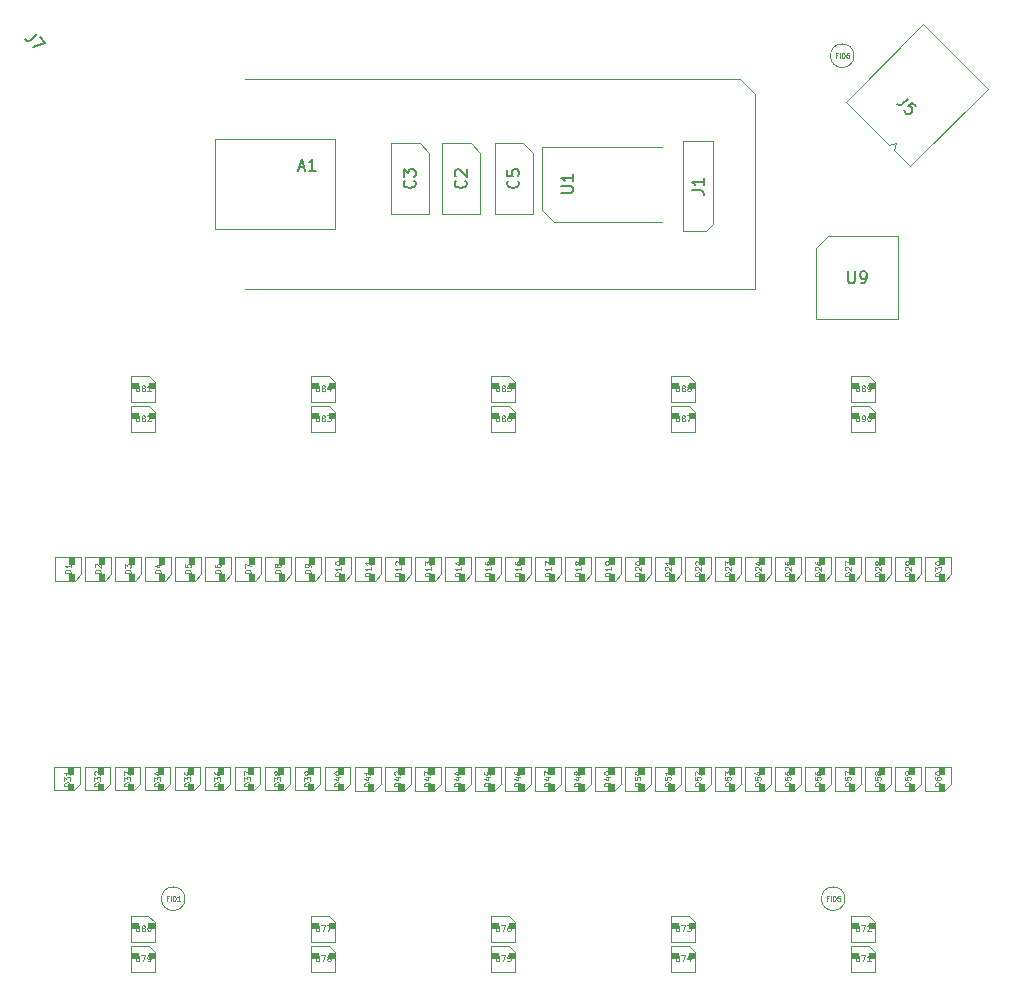
<source format=gbr>
%TF.GenerationSoftware,KiCad,Pcbnew,7.0.5-0*%
%TF.CreationDate,2023-06-16T23:12:03-07:00*%
%TF.ProjectId,Jumperless2,4a756d70-6572-46c6-9573-73322e6b6963,rev?*%
%TF.SameCoordinates,Original*%
%TF.FileFunction,AssemblyDrawing,Top*%
%FSLAX46Y46*%
G04 Gerber Fmt 4.6, Leading zero omitted, Abs format (unit mm)*
G04 Created by KiCad (PCBNEW 7.0.5-0) date 2023-06-16 23:12:03*
%MOMM*%
%LPD*%
G01*
G04 APERTURE LIST*
%ADD10C,0.075000*%
%ADD11C,0.150000*%
%ADD12C,0.060000*%
%ADD13C,0.100000*%
G04 APERTURE END LIST*
D10*
X95163009Y-151736542D02*
X94663009Y-151736542D01*
X94663009Y-151736542D02*
X94663009Y-151617494D01*
X94663009Y-151617494D02*
X94686819Y-151546066D01*
X94686819Y-151546066D02*
X94734438Y-151498447D01*
X94734438Y-151498447D02*
X94782057Y-151474637D01*
X94782057Y-151474637D02*
X94877295Y-151450828D01*
X94877295Y-151450828D02*
X94948723Y-151450828D01*
X94948723Y-151450828D02*
X95043961Y-151474637D01*
X95043961Y-151474637D02*
X95091580Y-151498447D01*
X95091580Y-151498447D02*
X95139200Y-151546066D01*
X95139200Y-151546066D02*
X95163009Y-151617494D01*
X95163009Y-151617494D02*
X95163009Y-151736542D01*
X94710628Y-151260351D02*
X94686819Y-151236542D01*
X94686819Y-151236542D02*
X94663009Y-151188923D01*
X94663009Y-151188923D02*
X94663009Y-151069875D01*
X94663009Y-151069875D02*
X94686819Y-151022256D01*
X94686819Y-151022256D02*
X94710628Y-150998447D01*
X94710628Y-150998447D02*
X94758247Y-150974637D01*
X94758247Y-150974637D02*
X94805866Y-150974637D01*
X94805866Y-150974637D02*
X94877295Y-150998447D01*
X94877295Y-150998447D02*
X95163009Y-151284161D01*
X95163009Y-151284161D02*
X95163009Y-150974637D01*
X94663009Y-150807971D02*
X94663009Y-150498447D01*
X94663009Y-150498447D02*
X94853485Y-150665114D01*
X94853485Y-150665114D02*
X94853485Y-150593685D01*
X94853485Y-150593685D02*
X94877295Y-150546066D01*
X94877295Y-150546066D02*
X94901104Y-150522257D01*
X94901104Y-150522257D02*
X94948723Y-150498447D01*
X94948723Y-150498447D02*
X95067771Y-150498447D01*
X95067771Y-150498447D02*
X95115390Y-150522257D01*
X95115390Y-150522257D02*
X95139200Y-150546066D01*
X95139200Y-150546066D02*
X95163009Y-150593685D01*
X95163009Y-150593685D02*
X95163009Y-150736542D01*
X95163009Y-150736542D02*
X95139200Y-150784161D01*
X95139200Y-150784161D02*
X95115390Y-150807971D01*
X54448809Y-169515942D02*
X53948809Y-169515942D01*
X53948809Y-169515942D02*
X53948809Y-169396894D01*
X53948809Y-169396894D02*
X53972619Y-169325466D01*
X53972619Y-169325466D02*
X54020238Y-169277847D01*
X54020238Y-169277847D02*
X54067857Y-169254037D01*
X54067857Y-169254037D02*
X54163095Y-169230228D01*
X54163095Y-169230228D02*
X54234523Y-169230228D01*
X54234523Y-169230228D02*
X54329761Y-169254037D01*
X54329761Y-169254037D02*
X54377380Y-169277847D01*
X54377380Y-169277847D02*
X54425000Y-169325466D01*
X54425000Y-169325466D02*
X54448809Y-169396894D01*
X54448809Y-169396894D02*
X54448809Y-169515942D01*
X53948809Y-169063561D02*
X53948809Y-168754037D01*
X53948809Y-168754037D02*
X54139285Y-168920704D01*
X54139285Y-168920704D02*
X54139285Y-168849275D01*
X54139285Y-168849275D02*
X54163095Y-168801656D01*
X54163095Y-168801656D02*
X54186904Y-168777847D01*
X54186904Y-168777847D02*
X54234523Y-168754037D01*
X54234523Y-168754037D02*
X54353571Y-168754037D01*
X54353571Y-168754037D02*
X54401190Y-168777847D01*
X54401190Y-168777847D02*
X54425000Y-168801656D01*
X54425000Y-168801656D02*
X54448809Y-168849275D01*
X54448809Y-168849275D02*
X54448809Y-168992132D01*
X54448809Y-168992132D02*
X54425000Y-169039751D01*
X54425000Y-169039751D02*
X54401190Y-169063561D01*
X53948809Y-168587371D02*
X53948809Y-168254038D01*
X53948809Y-168254038D02*
X54448809Y-168468323D01*
X87535209Y-151737742D02*
X87035209Y-151737742D01*
X87035209Y-151737742D02*
X87035209Y-151618694D01*
X87035209Y-151618694D02*
X87059019Y-151547266D01*
X87059019Y-151547266D02*
X87106638Y-151499647D01*
X87106638Y-151499647D02*
X87154257Y-151475837D01*
X87154257Y-151475837D02*
X87249495Y-151452028D01*
X87249495Y-151452028D02*
X87320923Y-151452028D01*
X87320923Y-151452028D02*
X87416161Y-151475837D01*
X87416161Y-151475837D02*
X87463780Y-151499647D01*
X87463780Y-151499647D02*
X87511400Y-151547266D01*
X87511400Y-151547266D02*
X87535209Y-151618694D01*
X87535209Y-151618694D02*
X87535209Y-151737742D01*
X87082828Y-151261551D02*
X87059019Y-151237742D01*
X87059019Y-151237742D02*
X87035209Y-151190123D01*
X87035209Y-151190123D02*
X87035209Y-151071075D01*
X87035209Y-151071075D02*
X87059019Y-151023456D01*
X87059019Y-151023456D02*
X87082828Y-150999647D01*
X87082828Y-150999647D02*
X87130447Y-150975837D01*
X87130447Y-150975837D02*
X87178066Y-150975837D01*
X87178066Y-150975837D02*
X87249495Y-150999647D01*
X87249495Y-150999647D02*
X87535209Y-151285361D01*
X87535209Y-151285361D02*
X87535209Y-150975837D01*
X87035209Y-150666314D02*
X87035209Y-150618695D01*
X87035209Y-150618695D02*
X87059019Y-150571076D01*
X87059019Y-150571076D02*
X87082828Y-150547266D01*
X87082828Y-150547266D02*
X87130447Y-150523457D01*
X87130447Y-150523457D02*
X87225685Y-150499647D01*
X87225685Y-150499647D02*
X87344733Y-150499647D01*
X87344733Y-150499647D02*
X87439971Y-150523457D01*
X87439971Y-150523457D02*
X87487590Y-150547266D01*
X87487590Y-150547266D02*
X87511400Y-150571076D01*
X87511400Y-150571076D02*
X87535209Y-150618695D01*
X87535209Y-150618695D02*
X87535209Y-150666314D01*
X87535209Y-150666314D02*
X87511400Y-150713933D01*
X87511400Y-150713933D02*
X87487590Y-150737742D01*
X87487590Y-150737742D02*
X87439971Y-150761552D01*
X87439971Y-150761552D02*
X87344733Y-150785361D01*
X87344733Y-150785361D02*
X87225685Y-150785361D01*
X87225685Y-150785361D02*
X87130447Y-150761552D01*
X87130447Y-150761552D02*
X87082828Y-150737742D01*
X87082828Y-150737742D02*
X87059019Y-150713933D01*
X87059019Y-150713933D02*
X87035209Y-150666314D01*
X100243009Y-151736542D02*
X99743009Y-151736542D01*
X99743009Y-151736542D02*
X99743009Y-151617494D01*
X99743009Y-151617494D02*
X99766819Y-151546066D01*
X99766819Y-151546066D02*
X99814438Y-151498447D01*
X99814438Y-151498447D02*
X99862057Y-151474637D01*
X99862057Y-151474637D02*
X99957295Y-151450828D01*
X99957295Y-151450828D02*
X100028723Y-151450828D01*
X100028723Y-151450828D02*
X100123961Y-151474637D01*
X100123961Y-151474637D02*
X100171580Y-151498447D01*
X100171580Y-151498447D02*
X100219200Y-151546066D01*
X100219200Y-151546066D02*
X100243009Y-151617494D01*
X100243009Y-151617494D02*
X100243009Y-151736542D01*
X99790628Y-151260351D02*
X99766819Y-151236542D01*
X99766819Y-151236542D02*
X99743009Y-151188923D01*
X99743009Y-151188923D02*
X99743009Y-151069875D01*
X99743009Y-151069875D02*
X99766819Y-151022256D01*
X99766819Y-151022256D02*
X99790628Y-150998447D01*
X99790628Y-150998447D02*
X99838247Y-150974637D01*
X99838247Y-150974637D02*
X99885866Y-150974637D01*
X99885866Y-150974637D02*
X99957295Y-150998447D01*
X99957295Y-150998447D02*
X100243009Y-151284161D01*
X100243009Y-151284161D02*
X100243009Y-150974637D01*
X99743009Y-150522257D02*
X99743009Y-150760352D01*
X99743009Y-150760352D02*
X99981104Y-150784161D01*
X99981104Y-150784161D02*
X99957295Y-150760352D01*
X99957295Y-150760352D02*
X99933485Y-150712733D01*
X99933485Y-150712733D02*
X99933485Y-150593685D01*
X99933485Y-150593685D02*
X99957295Y-150546066D01*
X99957295Y-150546066D02*
X99981104Y-150522257D01*
X99981104Y-150522257D02*
X100028723Y-150498447D01*
X100028723Y-150498447D02*
X100147771Y-150498447D01*
X100147771Y-150498447D02*
X100195390Y-150522257D01*
X100195390Y-150522257D02*
X100219200Y-150546066D01*
X100219200Y-150546066D02*
X100243009Y-150593685D01*
X100243009Y-150593685D02*
X100243009Y-150712733D01*
X100243009Y-150712733D02*
X100219200Y-150760352D01*
X100219200Y-150760352D02*
X100195390Y-150784161D01*
D11*
X36359695Y-105853919D02*
X35854619Y-106358995D01*
X35854619Y-106358995D02*
X35719932Y-106426339D01*
X35719932Y-106426339D02*
X35585245Y-106426339D01*
X35585245Y-106426339D02*
X35450558Y-106358995D01*
X35450558Y-106358995D02*
X35383214Y-106291652D01*
X36629069Y-106123293D02*
X37100474Y-106594698D01*
X37100474Y-106594698D02*
X36090321Y-106998759D01*
D10*
X44288809Y-169515942D02*
X43788809Y-169515942D01*
X43788809Y-169515942D02*
X43788809Y-169396894D01*
X43788809Y-169396894D02*
X43812619Y-169325466D01*
X43812619Y-169325466D02*
X43860238Y-169277847D01*
X43860238Y-169277847D02*
X43907857Y-169254037D01*
X43907857Y-169254037D02*
X44003095Y-169230228D01*
X44003095Y-169230228D02*
X44074523Y-169230228D01*
X44074523Y-169230228D02*
X44169761Y-169254037D01*
X44169761Y-169254037D02*
X44217380Y-169277847D01*
X44217380Y-169277847D02*
X44265000Y-169325466D01*
X44265000Y-169325466D02*
X44288809Y-169396894D01*
X44288809Y-169396894D02*
X44288809Y-169515942D01*
X43788809Y-169063561D02*
X43788809Y-168754037D01*
X43788809Y-168754037D02*
X43979285Y-168920704D01*
X43979285Y-168920704D02*
X43979285Y-168849275D01*
X43979285Y-168849275D02*
X44003095Y-168801656D01*
X44003095Y-168801656D02*
X44026904Y-168777847D01*
X44026904Y-168777847D02*
X44074523Y-168754037D01*
X44074523Y-168754037D02*
X44193571Y-168754037D01*
X44193571Y-168754037D02*
X44241190Y-168777847D01*
X44241190Y-168777847D02*
X44265000Y-168801656D01*
X44265000Y-168801656D02*
X44288809Y-168849275D01*
X44288809Y-168849275D02*
X44288809Y-168992132D01*
X44288809Y-168992132D02*
X44265000Y-169039751D01*
X44265000Y-169039751D02*
X44241190Y-169063561D01*
X43788809Y-168587371D02*
X43788809Y-168277847D01*
X43788809Y-168277847D02*
X43979285Y-168444514D01*
X43979285Y-168444514D02*
X43979285Y-168373085D01*
X43979285Y-168373085D02*
X44003095Y-168325466D01*
X44003095Y-168325466D02*
X44026904Y-168301657D01*
X44026904Y-168301657D02*
X44074523Y-168277847D01*
X44074523Y-168277847D02*
X44193571Y-168277847D01*
X44193571Y-168277847D02*
X44241190Y-168301657D01*
X44241190Y-168301657D02*
X44265000Y-168325466D01*
X44265000Y-168325466D02*
X44288809Y-168373085D01*
X44288809Y-168373085D02*
X44288809Y-168515942D01*
X44288809Y-168515942D02*
X44265000Y-168563561D01*
X44265000Y-168563561D02*
X44241190Y-168587371D01*
X112909809Y-169516542D02*
X112409809Y-169516542D01*
X112409809Y-169516542D02*
X112409809Y-169397494D01*
X112409809Y-169397494D02*
X112433619Y-169326066D01*
X112433619Y-169326066D02*
X112481238Y-169278447D01*
X112481238Y-169278447D02*
X112528857Y-169254637D01*
X112528857Y-169254637D02*
X112624095Y-169230828D01*
X112624095Y-169230828D02*
X112695523Y-169230828D01*
X112695523Y-169230828D02*
X112790761Y-169254637D01*
X112790761Y-169254637D02*
X112838380Y-169278447D01*
X112838380Y-169278447D02*
X112886000Y-169326066D01*
X112886000Y-169326066D02*
X112909809Y-169397494D01*
X112909809Y-169397494D02*
X112909809Y-169516542D01*
X112409809Y-168802256D02*
X112409809Y-168897494D01*
X112409809Y-168897494D02*
X112433619Y-168945113D01*
X112433619Y-168945113D02*
X112457428Y-168968923D01*
X112457428Y-168968923D02*
X112528857Y-169016542D01*
X112528857Y-169016542D02*
X112624095Y-169040351D01*
X112624095Y-169040351D02*
X112814571Y-169040351D01*
X112814571Y-169040351D02*
X112862190Y-169016542D01*
X112862190Y-169016542D02*
X112886000Y-168992732D01*
X112886000Y-168992732D02*
X112909809Y-168945113D01*
X112909809Y-168945113D02*
X112909809Y-168849875D01*
X112909809Y-168849875D02*
X112886000Y-168802256D01*
X112886000Y-168802256D02*
X112862190Y-168778447D01*
X112862190Y-168778447D02*
X112814571Y-168754637D01*
X112814571Y-168754637D02*
X112695523Y-168754637D01*
X112695523Y-168754637D02*
X112647904Y-168778447D01*
X112647904Y-168778447D02*
X112624095Y-168802256D01*
X112624095Y-168802256D02*
X112600285Y-168849875D01*
X112600285Y-168849875D02*
X112600285Y-168945113D01*
X112600285Y-168945113D02*
X112624095Y-168992732D01*
X112624095Y-168992732D02*
X112647904Y-169016542D01*
X112647904Y-169016542D02*
X112695523Y-169040351D01*
X112409809Y-168445114D02*
X112409809Y-168397495D01*
X112409809Y-168397495D02*
X112433619Y-168349876D01*
X112433619Y-168349876D02*
X112457428Y-168326066D01*
X112457428Y-168326066D02*
X112505047Y-168302257D01*
X112505047Y-168302257D02*
X112600285Y-168278447D01*
X112600285Y-168278447D02*
X112719333Y-168278447D01*
X112719333Y-168278447D02*
X112814571Y-168302257D01*
X112814571Y-168302257D02*
X112862190Y-168326066D01*
X112862190Y-168326066D02*
X112886000Y-168349876D01*
X112886000Y-168349876D02*
X112909809Y-168397495D01*
X112909809Y-168397495D02*
X112909809Y-168445114D01*
X112909809Y-168445114D02*
X112886000Y-168492733D01*
X112886000Y-168492733D02*
X112862190Y-168516542D01*
X112862190Y-168516542D02*
X112814571Y-168540352D01*
X112814571Y-168540352D02*
X112719333Y-168564161D01*
X112719333Y-168564161D02*
X112600285Y-168564161D01*
X112600285Y-168564161D02*
X112505047Y-168540352D01*
X112505047Y-168540352D02*
X112457428Y-168516542D01*
X112457428Y-168516542D02*
X112433619Y-168492733D01*
X112433619Y-168492733D02*
X112409809Y-168445114D01*
X51908809Y-169515942D02*
X51408809Y-169515942D01*
X51408809Y-169515942D02*
X51408809Y-169396894D01*
X51408809Y-169396894D02*
X51432619Y-169325466D01*
X51432619Y-169325466D02*
X51480238Y-169277847D01*
X51480238Y-169277847D02*
X51527857Y-169254037D01*
X51527857Y-169254037D02*
X51623095Y-169230228D01*
X51623095Y-169230228D02*
X51694523Y-169230228D01*
X51694523Y-169230228D02*
X51789761Y-169254037D01*
X51789761Y-169254037D02*
X51837380Y-169277847D01*
X51837380Y-169277847D02*
X51885000Y-169325466D01*
X51885000Y-169325466D02*
X51908809Y-169396894D01*
X51908809Y-169396894D02*
X51908809Y-169515942D01*
X51408809Y-169063561D02*
X51408809Y-168754037D01*
X51408809Y-168754037D02*
X51599285Y-168920704D01*
X51599285Y-168920704D02*
X51599285Y-168849275D01*
X51599285Y-168849275D02*
X51623095Y-168801656D01*
X51623095Y-168801656D02*
X51646904Y-168777847D01*
X51646904Y-168777847D02*
X51694523Y-168754037D01*
X51694523Y-168754037D02*
X51813571Y-168754037D01*
X51813571Y-168754037D02*
X51861190Y-168777847D01*
X51861190Y-168777847D02*
X51885000Y-168801656D01*
X51885000Y-168801656D02*
X51908809Y-168849275D01*
X51908809Y-168849275D02*
X51908809Y-168992132D01*
X51908809Y-168992132D02*
X51885000Y-169039751D01*
X51885000Y-169039751D02*
X51861190Y-169063561D01*
X51408809Y-168325466D02*
X51408809Y-168420704D01*
X51408809Y-168420704D02*
X51432619Y-168468323D01*
X51432619Y-168468323D02*
X51456428Y-168492133D01*
X51456428Y-168492133D02*
X51527857Y-168539752D01*
X51527857Y-168539752D02*
X51623095Y-168563561D01*
X51623095Y-168563561D02*
X51813571Y-168563561D01*
X51813571Y-168563561D02*
X51861190Y-168539752D01*
X51861190Y-168539752D02*
X51885000Y-168515942D01*
X51885000Y-168515942D02*
X51908809Y-168468323D01*
X51908809Y-168468323D02*
X51908809Y-168373085D01*
X51908809Y-168373085D02*
X51885000Y-168325466D01*
X51885000Y-168325466D02*
X51861190Y-168301657D01*
X51861190Y-168301657D02*
X51813571Y-168277847D01*
X51813571Y-168277847D02*
X51694523Y-168277847D01*
X51694523Y-168277847D02*
X51646904Y-168301657D01*
X51646904Y-168301657D02*
X51623095Y-168325466D01*
X51623095Y-168325466D02*
X51599285Y-168373085D01*
X51599285Y-168373085D02*
X51599285Y-168468323D01*
X51599285Y-168468323D02*
X51623095Y-168515942D01*
X51623095Y-168515942D02*
X51646904Y-168539752D01*
X51646904Y-168539752D02*
X51694523Y-168563561D01*
X60022857Y-138657409D02*
X60022857Y-138157409D01*
X60022857Y-138157409D02*
X60141905Y-138157409D01*
X60141905Y-138157409D02*
X60213333Y-138181219D01*
X60213333Y-138181219D02*
X60260952Y-138228838D01*
X60260952Y-138228838D02*
X60284762Y-138276457D01*
X60284762Y-138276457D02*
X60308571Y-138371695D01*
X60308571Y-138371695D02*
X60308571Y-138443123D01*
X60308571Y-138443123D02*
X60284762Y-138538361D01*
X60284762Y-138538361D02*
X60260952Y-138585980D01*
X60260952Y-138585980D02*
X60213333Y-138633600D01*
X60213333Y-138633600D02*
X60141905Y-138657409D01*
X60141905Y-138657409D02*
X60022857Y-138657409D01*
X60594286Y-138371695D02*
X60546667Y-138347885D01*
X60546667Y-138347885D02*
X60522857Y-138324076D01*
X60522857Y-138324076D02*
X60499048Y-138276457D01*
X60499048Y-138276457D02*
X60499048Y-138252647D01*
X60499048Y-138252647D02*
X60522857Y-138205028D01*
X60522857Y-138205028D02*
X60546667Y-138181219D01*
X60546667Y-138181219D02*
X60594286Y-138157409D01*
X60594286Y-138157409D02*
X60689524Y-138157409D01*
X60689524Y-138157409D02*
X60737143Y-138181219D01*
X60737143Y-138181219D02*
X60760952Y-138205028D01*
X60760952Y-138205028D02*
X60784762Y-138252647D01*
X60784762Y-138252647D02*
X60784762Y-138276457D01*
X60784762Y-138276457D02*
X60760952Y-138324076D01*
X60760952Y-138324076D02*
X60737143Y-138347885D01*
X60737143Y-138347885D02*
X60689524Y-138371695D01*
X60689524Y-138371695D02*
X60594286Y-138371695D01*
X60594286Y-138371695D02*
X60546667Y-138395504D01*
X60546667Y-138395504D02*
X60522857Y-138419314D01*
X60522857Y-138419314D02*
X60499048Y-138466933D01*
X60499048Y-138466933D02*
X60499048Y-138562171D01*
X60499048Y-138562171D02*
X60522857Y-138609790D01*
X60522857Y-138609790D02*
X60546667Y-138633600D01*
X60546667Y-138633600D02*
X60594286Y-138657409D01*
X60594286Y-138657409D02*
X60689524Y-138657409D01*
X60689524Y-138657409D02*
X60737143Y-138633600D01*
X60737143Y-138633600D02*
X60760952Y-138609790D01*
X60760952Y-138609790D02*
X60784762Y-138562171D01*
X60784762Y-138562171D02*
X60784762Y-138466933D01*
X60784762Y-138466933D02*
X60760952Y-138419314D01*
X60760952Y-138419314D02*
X60737143Y-138395504D01*
X60737143Y-138395504D02*
X60689524Y-138371695D01*
X60951428Y-138157409D02*
X61260952Y-138157409D01*
X61260952Y-138157409D02*
X61094285Y-138347885D01*
X61094285Y-138347885D02*
X61165714Y-138347885D01*
X61165714Y-138347885D02*
X61213333Y-138371695D01*
X61213333Y-138371695D02*
X61237142Y-138395504D01*
X61237142Y-138395504D02*
X61260952Y-138443123D01*
X61260952Y-138443123D02*
X61260952Y-138562171D01*
X61260952Y-138562171D02*
X61237142Y-138609790D01*
X61237142Y-138609790D02*
X61213333Y-138633600D01*
X61213333Y-138633600D02*
X61165714Y-138657409D01*
X61165714Y-138657409D02*
X61022857Y-138657409D01*
X61022857Y-138657409D02*
X60975238Y-138633600D01*
X60975238Y-138633600D02*
X60951428Y-138609790D01*
X46828809Y-169515942D02*
X46328809Y-169515942D01*
X46328809Y-169515942D02*
X46328809Y-169396894D01*
X46328809Y-169396894D02*
X46352619Y-169325466D01*
X46352619Y-169325466D02*
X46400238Y-169277847D01*
X46400238Y-169277847D02*
X46447857Y-169254037D01*
X46447857Y-169254037D02*
X46543095Y-169230228D01*
X46543095Y-169230228D02*
X46614523Y-169230228D01*
X46614523Y-169230228D02*
X46709761Y-169254037D01*
X46709761Y-169254037D02*
X46757380Y-169277847D01*
X46757380Y-169277847D02*
X46805000Y-169325466D01*
X46805000Y-169325466D02*
X46828809Y-169396894D01*
X46828809Y-169396894D02*
X46828809Y-169515942D01*
X46328809Y-169063561D02*
X46328809Y-168754037D01*
X46328809Y-168754037D02*
X46519285Y-168920704D01*
X46519285Y-168920704D02*
X46519285Y-168849275D01*
X46519285Y-168849275D02*
X46543095Y-168801656D01*
X46543095Y-168801656D02*
X46566904Y-168777847D01*
X46566904Y-168777847D02*
X46614523Y-168754037D01*
X46614523Y-168754037D02*
X46733571Y-168754037D01*
X46733571Y-168754037D02*
X46781190Y-168777847D01*
X46781190Y-168777847D02*
X46805000Y-168801656D01*
X46805000Y-168801656D02*
X46828809Y-168849275D01*
X46828809Y-168849275D02*
X46828809Y-168992132D01*
X46828809Y-168992132D02*
X46805000Y-169039751D01*
X46805000Y-169039751D02*
X46781190Y-169063561D01*
X46495476Y-168325466D02*
X46828809Y-168325466D01*
X46305000Y-168444514D02*
X46662142Y-168563561D01*
X46662142Y-168563561D02*
X46662142Y-168254038D01*
X90502857Y-181837409D02*
X90502857Y-181337409D01*
X90502857Y-181337409D02*
X90621905Y-181337409D01*
X90621905Y-181337409D02*
X90693333Y-181361219D01*
X90693333Y-181361219D02*
X90740952Y-181408838D01*
X90740952Y-181408838D02*
X90764762Y-181456457D01*
X90764762Y-181456457D02*
X90788571Y-181551695D01*
X90788571Y-181551695D02*
X90788571Y-181623123D01*
X90788571Y-181623123D02*
X90764762Y-181718361D01*
X90764762Y-181718361D02*
X90740952Y-181765980D01*
X90740952Y-181765980D02*
X90693333Y-181813600D01*
X90693333Y-181813600D02*
X90621905Y-181837409D01*
X90621905Y-181837409D02*
X90502857Y-181837409D01*
X90955238Y-181337409D02*
X91288571Y-181337409D01*
X91288571Y-181337409D02*
X91074286Y-181837409D01*
X91431428Y-181337409D02*
X91740952Y-181337409D01*
X91740952Y-181337409D02*
X91574285Y-181527885D01*
X91574285Y-181527885D02*
X91645714Y-181527885D01*
X91645714Y-181527885D02*
X91693333Y-181551695D01*
X91693333Y-181551695D02*
X91717142Y-181575504D01*
X91717142Y-181575504D02*
X91740952Y-181623123D01*
X91740952Y-181623123D02*
X91740952Y-181742171D01*
X91740952Y-181742171D02*
X91717142Y-181789790D01*
X91717142Y-181789790D02*
X91693333Y-181813600D01*
X91693333Y-181813600D02*
X91645714Y-181837409D01*
X91645714Y-181837409D02*
X91502857Y-181837409D01*
X91502857Y-181837409D02*
X91455238Y-181813600D01*
X91455238Y-181813600D02*
X91431428Y-181789790D01*
X67215209Y-151737742D02*
X66715209Y-151737742D01*
X66715209Y-151737742D02*
X66715209Y-151618694D01*
X66715209Y-151618694D02*
X66739019Y-151547266D01*
X66739019Y-151547266D02*
X66786638Y-151499647D01*
X66786638Y-151499647D02*
X66834257Y-151475837D01*
X66834257Y-151475837D02*
X66929495Y-151452028D01*
X66929495Y-151452028D02*
X67000923Y-151452028D01*
X67000923Y-151452028D02*
X67096161Y-151475837D01*
X67096161Y-151475837D02*
X67143780Y-151499647D01*
X67143780Y-151499647D02*
X67191400Y-151547266D01*
X67191400Y-151547266D02*
X67215209Y-151618694D01*
X67215209Y-151618694D02*
X67215209Y-151737742D01*
X67215209Y-150975837D02*
X67215209Y-151261551D01*
X67215209Y-151118694D02*
X66715209Y-151118694D01*
X66715209Y-151118694D02*
X66786638Y-151166313D01*
X66786638Y-151166313D02*
X66834257Y-151213932D01*
X66834257Y-151213932D02*
X66858066Y-151261551D01*
X66762828Y-150785361D02*
X66739019Y-150761552D01*
X66739019Y-150761552D02*
X66715209Y-150713933D01*
X66715209Y-150713933D02*
X66715209Y-150594885D01*
X66715209Y-150594885D02*
X66739019Y-150547266D01*
X66739019Y-150547266D02*
X66762828Y-150523457D01*
X66762828Y-150523457D02*
X66810447Y-150499647D01*
X66810447Y-150499647D02*
X66858066Y-150499647D01*
X66858066Y-150499647D02*
X66929495Y-150523457D01*
X66929495Y-150523457D02*
X67215209Y-150809171D01*
X67215209Y-150809171D02*
X67215209Y-150499647D01*
D11*
X91834819Y-119078333D02*
X92549104Y-119078333D01*
X92549104Y-119078333D02*
X92691961Y-119125952D01*
X92691961Y-119125952D02*
X92787200Y-119221190D01*
X92787200Y-119221190D02*
X92834819Y-119364047D01*
X92834819Y-119364047D02*
X92834819Y-119459285D01*
X92834819Y-118078333D02*
X92834819Y-118649761D01*
X92834819Y-118364047D02*
X91834819Y-118364047D01*
X91834819Y-118364047D02*
X91977676Y-118459285D01*
X91977676Y-118459285D02*
X92072914Y-118554523D01*
X92072914Y-118554523D02*
X92120533Y-118649761D01*
D10*
X64667409Y-151737742D02*
X64167409Y-151737742D01*
X64167409Y-151737742D02*
X64167409Y-151618694D01*
X64167409Y-151618694D02*
X64191219Y-151547266D01*
X64191219Y-151547266D02*
X64238838Y-151499647D01*
X64238838Y-151499647D02*
X64286457Y-151475837D01*
X64286457Y-151475837D02*
X64381695Y-151452028D01*
X64381695Y-151452028D02*
X64453123Y-151452028D01*
X64453123Y-151452028D02*
X64548361Y-151475837D01*
X64548361Y-151475837D02*
X64595980Y-151499647D01*
X64595980Y-151499647D02*
X64643600Y-151547266D01*
X64643600Y-151547266D02*
X64667409Y-151618694D01*
X64667409Y-151618694D02*
X64667409Y-151737742D01*
X64667409Y-150975837D02*
X64667409Y-151261551D01*
X64667409Y-151118694D02*
X64167409Y-151118694D01*
X64167409Y-151118694D02*
X64238838Y-151166313D01*
X64238838Y-151166313D02*
X64286457Y-151213932D01*
X64286457Y-151213932D02*
X64310266Y-151261551D01*
X64667409Y-150499647D02*
X64667409Y-150785361D01*
X64667409Y-150642504D02*
X64167409Y-150642504D01*
X64167409Y-150642504D02*
X64238838Y-150690123D01*
X64238838Y-150690123D02*
X64286457Y-150737742D01*
X64286457Y-150737742D02*
X64310266Y-150785361D01*
X75262857Y-136117409D02*
X75262857Y-135617409D01*
X75262857Y-135617409D02*
X75381905Y-135617409D01*
X75381905Y-135617409D02*
X75453333Y-135641219D01*
X75453333Y-135641219D02*
X75500952Y-135688838D01*
X75500952Y-135688838D02*
X75524762Y-135736457D01*
X75524762Y-135736457D02*
X75548571Y-135831695D01*
X75548571Y-135831695D02*
X75548571Y-135903123D01*
X75548571Y-135903123D02*
X75524762Y-135998361D01*
X75524762Y-135998361D02*
X75500952Y-136045980D01*
X75500952Y-136045980D02*
X75453333Y-136093600D01*
X75453333Y-136093600D02*
X75381905Y-136117409D01*
X75381905Y-136117409D02*
X75262857Y-136117409D01*
X75834286Y-135831695D02*
X75786667Y-135807885D01*
X75786667Y-135807885D02*
X75762857Y-135784076D01*
X75762857Y-135784076D02*
X75739048Y-135736457D01*
X75739048Y-135736457D02*
X75739048Y-135712647D01*
X75739048Y-135712647D02*
X75762857Y-135665028D01*
X75762857Y-135665028D02*
X75786667Y-135641219D01*
X75786667Y-135641219D02*
X75834286Y-135617409D01*
X75834286Y-135617409D02*
X75929524Y-135617409D01*
X75929524Y-135617409D02*
X75977143Y-135641219D01*
X75977143Y-135641219D02*
X76000952Y-135665028D01*
X76000952Y-135665028D02*
X76024762Y-135712647D01*
X76024762Y-135712647D02*
X76024762Y-135736457D01*
X76024762Y-135736457D02*
X76000952Y-135784076D01*
X76000952Y-135784076D02*
X75977143Y-135807885D01*
X75977143Y-135807885D02*
X75929524Y-135831695D01*
X75929524Y-135831695D02*
X75834286Y-135831695D01*
X75834286Y-135831695D02*
X75786667Y-135855504D01*
X75786667Y-135855504D02*
X75762857Y-135879314D01*
X75762857Y-135879314D02*
X75739048Y-135926933D01*
X75739048Y-135926933D02*
X75739048Y-136022171D01*
X75739048Y-136022171D02*
X75762857Y-136069790D01*
X75762857Y-136069790D02*
X75786667Y-136093600D01*
X75786667Y-136093600D02*
X75834286Y-136117409D01*
X75834286Y-136117409D02*
X75929524Y-136117409D01*
X75929524Y-136117409D02*
X75977143Y-136093600D01*
X75977143Y-136093600D02*
X76000952Y-136069790D01*
X76000952Y-136069790D02*
X76024762Y-136022171D01*
X76024762Y-136022171D02*
X76024762Y-135926933D01*
X76024762Y-135926933D02*
X76000952Y-135879314D01*
X76000952Y-135879314D02*
X75977143Y-135855504D01*
X75977143Y-135855504D02*
X75929524Y-135831695D01*
X76477142Y-135617409D02*
X76239047Y-135617409D01*
X76239047Y-135617409D02*
X76215238Y-135855504D01*
X76215238Y-135855504D02*
X76239047Y-135831695D01*
X76239047Y-135831695D02*
X76286666Y-135807885D01*
X76286666Y-135807885D02*
X76405714Y-135807885D01*
X76405714Y-135807885D02*
X76453333Y-135831695D01*
X76453333Y-135831695D02*
X76477142Y-135855504D01*
X76477142Y-135855504D02*
X76500952Y-135903123D01*
X76500952Y-135903123D02*
X76500952Y-136022171D01*
X76500952Y-136022171D02*
X76477142Y-136069790D01*
X76477142Y-136069790D02*
X76453333Y-136093600D01*
X76453333Y-136093600D02*
X76405714Y-136117409D01*
X76405714Y-136117409D02*
X76286666Y-136117409D01*
X76286666Y-136117409D02*
X76239047Y-136093600D01*
X76239047Y-136093600D02*
X76215238Y-136069790D01*
X41748809Y-169515942D02*
X41248809Y-169515942D01*
X41248809Y-169515942D02*
X41248809Y-169396894D01*
X41248809Y-169396894D02*
X41272619Y-169325466D01*
X41272619Y-169325466D02*
X41320238Y-169277847D01*
X41320238Y-169277847D02*
X41367857Y-169254037D01*
X41367857Y-169254037D02*
X41463095Y-169230228D01*
X41463095Y-169230228D02*
X41534523Y-169230228D01*
X41534523Y-169230228D02*
X41629761Y-169254037D01*
X41629761Y-169254037D02*
X41677380Y-169277847D01*
X41677380Y-169277847D02*
X41725000Y-169325466D01*
X41725000Y-169325466D02*
X41748809Y-169396894D01*
X41748809Y-169396894D02*
X41748809Y-169515942D01*
X41248809Y-169063561D02*
X41248809Y-168754037D01*
X41248809Y-168754037D02*
X41439285Y-168920704D01*
X41439285Y-168920704D02*
X41439285Y-168849275D01*
X41439285Y-168849275D02*
X41463095Y-168801656D01*
X41463095Y-168801656D02*
X41486904Y-168777847D01*
X41486904Y-168777847D02*
X41534523Y-168754037D01*
X41534523Y-168754037D02*
X41653571Y-168754037D01*
X41653571Y-168754037D02*
X41701190Y-168777847D01*
X41701190Y-168777847D02*
X41725000Y-168801656D01*
X41725000Y-168801656D02*
X41748809Y-168849275D01*
X41748809Y-168849275D02*
X41748809Y-168992132D01*
X41748809Y-168992132D02*
X41725000Y-169039751D01*
X41725000Y-169039751D02*
X41701190Y-169063561D01*
X41296428Y-168563561D02*
X41272619Y-168539752D01*
X41272619Y-168539752D02*
X41248809Y-168492133D01*
X41248809Y-168492133D02*
X41248809Y-168373085D01*
X41248809Y-168373085D02*
X41272619Y-168325466D01*
X41272619Y-168325466D02*
X41296428Y-168301657D01*
X41296428Y-168301657D02*
X41344047Y-168277847D01*
X41344047Y-168277847D02*
X41391666Y-168277847D01*
X41391666Y-168277847D02*
X41463095Y-168301657D01*
X41463095Y-168301657D02*
X41748809Y-168587371D01*
X41748809Y-168587371D02*
X41748809Y-168277847D01*
X44782257Y-181837409D02*
X44782257Y-181337409D01*
X44782257Y-181337409D02*
X44901305Y-181337409D01*
X44901305Y-181337409D02*
X44972733Y-181361219D01*
X44972733Y-181361219D02*
X45020352Y-181408838D01*
X45020352Y-181408838D02*
X45044162Y-181456457D01*
X45044162Y-181456457D02*
X45067971Y-181551695D01*
X45067971Y-181551695D02*
X45067971Y-181623123D01*
X45067971Y-181623123D02*
X45044162Y-181718361D01*
X45044162Y-181718361D02*
X45020352Y-181765980D01*
X45020352Y-181765980D02*
X44972733Y-181813600D01*
X44972733Y-181813600D02*
X44901305Y-181837409D01*
X44901305Y-181837409D02*
X44782257Y-181837409D01*
X45353686Y-181551695D02*
X45306067Y-181527885D01*
X45306067Y-181527885D02*
X45282257Y-181504076D01*
X45282257Y-181504076D02*
X45258448Y-181456457D01*
X45258448Y-181456457D02*
X45258448Y-181432647D01*
X45258448Y-181432647D02*
X45282257Y-181385028D01*
X45282257Y-181385028D02*
X45306067Y-181361219D01*
X45306067Y-181361219D02*
X45353686Y-181337409D01*
X45353686Y-181337409D02*
X45448924Y-181337409D01*
X45448924Y-181337409D02*
X45496543Y-181361219D01*
X45496543Y-181361219D02*
X45520352Y-181385028D01*
X45520352Y-181385028D02*
X45544162Y-181432647D01*
X45544162Y-181432647D02*
X45544162Y-181456457D01*
X45544162Y-181456457D02*
X45520352Y-181504076D01*
X45520352Y-181504076D02*
X45496543Y-181527885D01*
X45496543Y-181527885D02*
X45448924Y-181551695D01*
X45448924Y-181551695D02*
X45353686Y-181551695D01*
X45353686Y-181551695D02*
X45306067Y-181575504D01*
X45306067Y-181575504D02*
X45282257Y-181599314D01*
X45282257Y-181599314D02*
X45258448Y-181646933D01*
X45258448Y-181646933D02*
X45258448Y-181742171D01*
X45258448Y-181742171D02*
X45282257Y-181789790D01*
X45282257Y-181789790D02*
X45306067Y-181813600D01*
X45306067Y-181813600D02*
X45353686Y-181837409D01*
X45353686Y-181837409D02*
X45448924Y-181837409D01*
X45448924Y-181837409D02*
X45496543Y-181813600D01*
X45496543Y-181813600D02*
X45520352Y-181789790D01*
X45520352Y-181789790D02*
X45544162Y-181742171D01*
X45544162Y-181742171D02*
X45544162Y-181646933D01*
X45544162Y-181646933D02*
X45520352Y-181599314D01*
X45520352Y-181599314D02*
X45496543Y-181575504D01*
X45496543Y-181575504D02*
X45448924Y-181551695D01*
X45853685Y-181337409D02*
X45901304Y-181337409D01*
X45901304Y-181337409D02*
X45948923Y-181361219D01*
X45948923Y-181361219D02*
X45972733Y-181385028D01*
X45972733Y-181385028D02*
X45996542Y-181432647D01*
X45996542Y-181432647D02*
X46020352Y-181527885D01*
X46020352Y-181527885D02*
X46020352Y-181646933D01*
X46020352Y-181646933D02*
X45996542Y-181742171D01*
X45996542Y-181742171D02*
X45972733Y-181789790D01*
X45972733Y-181789790D02*
X45948923Y-181813600D01*
X45948923Y-181813600D02*
X45901304Y-181837409D01*
X45901304Y-181837409D02*
X45853685Y-181837409D01*
X45853685Y-181837409D02*
X45806066Y-181813600D01*
X45806066Y-181813600D02*
X45782257Y-181789790D01*
X45782257Y-181789790D02*
X45758447Y-181742171D01*
X45758447Y-181742171D02*
X45734638Y-181646933D01*
X45734638Y-181646933D02*
X45734638Y-181527885D01*
X45734638Y-181527885D02*
X45758447Y-181432647D01*
X45758447Y-181432647D02*
X45782257Y-181385028D01*
X45782257Y-181385028D02*
X45806066Y-181361219D01*
X45806066Y-181361219D02*
X45853685Y-181337409D01*
X59578609Y-151499047D02*
X59078609Y-151499047D01*
X59078609Y-151499047D02*
X59078609Y-151379999D01*
X59078609Y-151379999D02*
X59102419Y-151308571D01*
X59102419Y-151308571D02*
X59150038Y-151260952D01*
X59150038Y-151260952D02*
X59197657Y-151237142D01*
X59197657Y-151237142D02*
X59292895Y-151213333D01*
X59292895Y-151213333D02*
X59364323Y-151213333D01*
X59364323Y-151213333D02*
X59459561Y-151237142D01*
X59459561Y-151237142D02*
X59507180Y-151260952D01*
X59507180Y-151260952D02*
X59554800Y-151308571D01*
X59554800Y-151308571D02*
X59578609Y-151379999D01*
X59578609Y-151379999D02*
X59578609Y-151499047D01*
X59578609Y-150975237D02*
X59578609Y-150879999D01*
X59578609Y-150879999D02*
X59554800Y-150832380D01*
X59554800Y-150832380D02*
X59530990Y-150808571D01*
X59530990Y-150808571D02*
X59459561Y-150760952D01*
X59459561Y-150760952D02*
X59364323Y-150737142D01*
X59364323Y-150737142D02*
X59173847Y-150737142D01*
X59173847Y-150737142D02*
X59126228Y-150760952D01*
X59126228Y-150760952D02*
X59102419Y-150784761D01*
X59102419Y-150784761D02*
X59078609Y-150832380D01*
X59078609Y-150832380D02*
X59078609Y-150927618D01*
X59078609Y-150927618D02*
X59102419Y-150975237D01*
X59102419Y-150975237D02*
X59126228Y-150999047D01*
X59126228Y-150999047D02*
X59173847Y-151022856D01*
X59173847Y-151022856D02*
X59292895Y-151022856D01*
X59292895Y-151022856D02*
X59340514Y-150999047D01*
X59340514Y-150999047D02*
X59364323Y-150975237D01*
X59364323Y-150975237D02*
X59388133Y-150927618D01*
X59388133Y-150927618D02*
X59388133Y-150832380D01*
X59388133Y-150832380D02*
X59364323Y-150784761D01*
X59364323Y-150784761D02*
X59340514Y-150760952D01*
X59340514Y-150760952D02*
X59292895Y-150737142D01*
X69755209Y-151737742D02*
X69255209Y-151737742D01*
X69255209Y-151737742D02*
X69255209Y-151618694D01*
X69255209Y-151618694D02*
X69279019Y-151547266D01*
X69279019Y-151547266D02*
X69326638Y-151499647D01*
X69326638Y-151499647D02*
X69374257Y-151475837D01*
X69374257Y-151475837D02*
X69469495Y-151452028D01*
X69469495Y-151452028D02*
X69540923Y-151452028D01*
X69540923Y-151452028D02*
X69636161Y-151475837D01*
X69636161Y-151475837D02*
X69683780Y-151499647D01*
X69683780Y-151499647D02*
X69731400Y-151547266D01*
X69731400Y-151547266D02*
X69755209Y-151618694D01*
X69755209Y-151618694D02*
X69755209Y-151737742D01*
X69755209Y-150975837D02*
X69755209Y-151261551D01*
X69755209Y-151118694D02*
X69255209Y-151118694D01*
X69255209Y-151118694D02*
X69326638Y-151166313D01*
X69326638Y-151166313D02*
X69374257Y-151213932D01*
X69374257Y-151213932D02*
X69398066Y-151261551D01*
X69255209Y-150809171D02*
X69255209Y-150499647D01*
X69255209Y-150499647D02*
X69445685Y-150666314D01*
X69445685Y-150666314D02*
X69445685Y-150594885D01*
X69445685Y-150594885D02*
X69469495Y-150547266D01*
X69469495Y-150547266D02*
X69493304Y-150523457D01*
X69493304Y-150523457D02*
X69540923Y-150499647D01*
X69540923Y-150499647D02*
X69659971Y-150499647D01*
X69659971Y-150499647D02*
X69707590Y-150523457D01*
X69707590Y-150523457D02*
X69731400Y-150547266D01*
X69731400Y-150547266D02*
X69755209Y-150594885D01*
X69755209Y-150594885D02*
X69755209Y-150737742D01*
X69755209Y-150737742D02*
X69731400Y-150785361D01*
X69731400Y-150785361D02*
X69707590Y-150809171D01*
X107863009Y-151736542D02*
X107363009Y-151736542D01*
X107363009Y-151736542D02*
X107363009Y-151617494D01*
X107363009Y-151617494D02*
X107386819Y-151546066D01*
X107386819Y-151546066D02*
X107434438Y-151498447D01*
X107434438Y-151498447D02*
X107482057Y-151474637D01*
X107482057Y-151474637D02*
X107577295Y-151450828D01*
X107577295Y-151450828D02*
X107648723Y-151450828D01*
X107648723Y-151450828D02*
X107743961Y-151474637D01*
X107743961Y-151474637D02*
X107791580Y-151498447D01*
X107791580Y-151498447D02*
X107839200Y-151546066D01*
X107839200Y-151546066D02*
X107863009Y-151617494D01*
X107863009Y-151617494D02*
X107863009Y-151736542D01*
X107410628Y-151260351D02*
X107386819Y-151236542D01*
X107386819Y-151236542D02*
X107363009Y-151188923D01*
X107363009Y-151188923D02*
X107363009Y-151069875D01*
X107363009Y-151069875D02*
X107386819Y-151022256D01*
X107386819Y-151022256D02*
X107410628Y-150998447D01*
X107410628Y-150998447D02*
X107458247Y-150974637D01*
X107458247Y-150974637D02*
X107505866Y-150974637D01*
X107505866Y-150974637D02*
X107577295Y-150998447D01*
X107577295Y-150998447D02*
X107863009Y-151284161D01*
X107863009Y-151284161D02*
X107863009Y-150974637D01*
X107577295Y-150688923D02*
X107553485Y-150736542D01*
X107553485Y-150736542D02*
X107529676Y-150760352D01*
X107529676Y-150760352D02*
X107482057Y-150784161D01*
X107482057Y-150784161D02*
X107458247Y-150784161D01*
X107458247Y-150784161D02*
X107410628Y-150760352D01*
X107410628Y-150760352D02*
X107386819Y-150736542D01*
X107386819Y-150736542D02*
X107363009Y-150688923D01*
X107363009Y-150688923D02*
X107363009Y-150593685D01*
X107363009Y-150593685D02*
X107386819Y-150546066D01*
X107386819Y-150546066D02*
X107410628Y-150522257D01*
X107410628Y-150522257D02*
X107458247Y-150498447D01*
X107458247Y-150498447D02*
X107482057Y-150498447D01*
X107482057Y-150498447D02*
X107529676Y-150522257D01*
X107529676Y-150522257D02*
X107553485Y-150546066D01*
X107553485Y-150546066D02*
X107577295Y-150593685D01*
X107577295Y-150593685D02*
X107577295Y-150688923D01*
X107577295Y-150688923D02*
X107601104Y-150736542D01*
X107601104Y-150736542D02*
X107624914Y-150760352D01*
X107624914Y-150760352D02*
X107672533Y-150784161D01*
X107672533Y-150784161D02*
X107767771Y-150784161D01*
X107767771Y-150784161D02*
X107815390Y-150760352D01*
X107815390Y-150760352D02*
X107839200Y-150736542D01*
X107839200Y-150736542D02*
X107863009Y-150688923D01*
X107863009Y-150688923D02*
X107863009Y-150593685D01*
X107863009Y-150593685D02*
X107839200Y-150546066D01*
X107839200Y-150546066D02*
X107815390Y-150522257D01*
X107815390Y-150522257D02*
X107767771Y-150498447D01*
X107767771Y-150498447D02*
X107672533Y-150498447D01*
X107672533Y-150498447D02*
X107624914Y-150522257D01*
X107624914Y-150522257D02*
X107601104Y-150546066D01*
X107601104Y-150546066D02*
X107577295Y-150593685D01*
X107829809Y-169516542D02*
X107329809Y-169516542D01*
X107329809Y-169516542D02*
X107329809Y-169397494D01*
X107329809Y-169397494D02*
X107353619Y-169326066D01*
X107353619Y-169326066D02*
X107401238Y-169278447D01*
X107401238Y-169278447D02*
X107448857Y-169254637D01*
X107448857Y-169254637D02*
X107544095Y-169230828D01*
X107544095Y-169230828D02*
X107615523Y-169230828D01*
X107615523Y-169230828D02*
X107710761Y-169254637D01*
X107710761Y-169254637D02*
X107758380Y-169278447D01*
X107758380Y-169278447D02*
X107806000Y-169326066D01*
X107806000Y-169326066D02*
X107829809Y-169397494D01*
X107829809Y-169397494D02*
X107829809Y-169516542D01*
X107329809Y-168778447D02*
X107329809Y-169016542D01*
X107329809Y-169016542D02*
X107567904Y-169040351D01*
X107567904Y-169040351D02*
X107544095Y-169016542D01*
X107544095Y-169016542D02*
X107520285Y-168968923D01*
X107520285Y-168968923D02*
X107520285Y-168849875D01*
X107520285Y-168849875D02*
X107544095Y-168802256D01*
X107544095Y-168802256D02*
X107567904Y-168778447D01*
X107567904Y-168778447D02*
X107615523Y-168754637D01*
X107615523Y-168754637D02*
X107734571Y-168754637D01*
X107734571Y-168754637D02*
X107782190Y-168778447D01*
X107782190Y-168778447D02*
X107806000Y-168802256D01*
X107806000Y-168802256D02*
X107829809Y-168849875D01*
X107829809Y-168849875D02*
X107829809Y-168968923D01*
X107829809Y-168968923D02*
X107806000Y-169016542D01*
X107806000Y-169016542D02*
X107782190Y-169040351D01*
X107544095Y-168468923D02*
X107520285Y-168516542D01*
X107520285Y-168516542D02*
X107496476Y-168540352D01*
X107496476Y-168540352D02*
X107448857Y-168564161D01*
X107448857Y-168564161D02*
X107425047Y-168564161D01*
X107425047Y-168564161D02*
X107377428Y-168540352D01*
X107377428Y-168540352D02*
X107353619Y-168516542D01*
X107353619Y-168516542D02*
X107329809Y-168468923D01*
X107329809Y-168468923D02*
X107329809Y-168373685D01*
X107329809Y-168373685D02*
X107353619Y-168326066D01*
X107353619Y-168326066D02*
X107377428Y-168302257D01*
X107377428Y-168302257D02*
X107425047Y-168278447D01*
X107425047Y-168278447D02*
X107448857Y-168278447D01*
X107448857Y-168278447D02*
X107496476Y-168302257D01*
X107496476Y-168302257D02*
X107520285Y-168326066D01*
X107520285Y-168326066D02*
X107544095Y-168373685D01*
X107544095Y-168373685D02*
X107544095Y-168468923D01*
X107544095Y-168468923D02*
X107567904Y-168516542D01*
X107567904Y-168516542D02*
X107591714Y-168540352D01*
X107591714Y-168540352D02*
X107639333Y-168564161D01*
X107639333Y-168564161D02*
X107734571Y-168564161D01*
X107734571Y-168564161D02*
X107782190Y-168540352D01*
X107782190Y-168540352D02*
X107806000Y-168516542D01*
X107806000Y-168516542D02*
X107829809Y-168468923D01*
X107829809Y-168468923D02*
X107829809Y-168373685D01*
X107829809Y-168373685D02*
X107806000Y-168326066D01*
X107806000Y-168326066D02*
X107782190Y-168302257D01*
X107782190Y-168302257D02*
X107734571Y-168278447D01*
X107734571Y-168278447D02*
X107639333Y-168278447D01*
X107639333Y-168278447D02*
X107591714Y-168302257D01*
X107591714Y-168302257D02*
X107567904Y-168326066D01*
X107567904Y-168326066D02*
X107544095Y-168373685D01*
X90502857Y-184377409D02*
X90502857Y-183877409D01*
X90502857Y-183877409D02*
X90621905Y-183877409D01*
X90621905Y-183877409D02*
X90693333Y-183901219D01*
X90693333Y-183901219D02*
X90740952Y-183948838D01*
X90740952Y-183948838D02*
X90764762Y-183996457D01*
X90764762Y-183996457D02*
X90788571Y-184091695D01*
X90788571Y-184091695D02*
X90788571Y-184163123D01*
X90788571Y-184163123D02*
X90764762Y-184258361D01*
X90764762Y-184258361D02*
X90740952Y-184305980D01*
X90740952Y-184305980D02*
X90693333Y-184353600D01*
X90693333Y-184353600D02*
X90621905Y-184377409D01*
X90621905Y-184377409D02*
X90502857Y-184377409D01*
X90955238Y-183877409D02*
X91288571Y-183877409D01*
X91288571Y-183877409D02*
X91074286Y-184377409D01*
X91693333Y-184044076D02*
X91693333Y-184377409D01*
X91574285Y-183853600D02*
X91455238Y-184210742D01*
X91455238Y-184210742D02*
X91764761Y-184210742D01*
X90502857Y-136117409D02*
X90502857Y-135617409D01*
X90502857Y-135617409D02*
X90621905Y-135617409D01*
X90621905Y-135617409D02*
X90693333Y-135641219D01*
X90693333Y-135641219D02*
X90740952Y-135688838D01*
X90740952Y-135688838D02*
X90764762Y-135736457D01*
X90764762Y-135736457D02*
X90788571Y-135831695D01*
X90788571Y-135831695D02*
X90788571Y-135903123D01*
X90788571Y-135903123D02*
X90764762Y-135998361D01*
X90764762Y-135998361D02*
X90740952Y-136045980D01*
X90740952Y-136045980D02*
X90693333Y-136093600D01*
X90693333Y-136093600D02*
X90621905Y-136117409D01*
X90621905Y-136117409D02*
X90502857Y-136117409D01*
X91074286Y-135831695D02*
X91026667Y-135807885D01*
X91026667Y-135807885D02*
X91002857Y-135784076D01*
X91002857Y-135784076D02*
X90979048Y-135736457D01*
X90979048Y-135736457D02*
X90979048Y-135712647D01*
X90979048Y-135712647D02*
X91002857Y-135665028D01*
X91002857Y-135665028D02*
X91026667Y-135641219D01*
X91026667Y-135641219D02*
X91074286Y-135617409D01*
X91074286Y-135617409D02*
X91169524Y-135617409D01*
X91169524Y-135617409D02*
X91217143Y-135641219D01*
X91217143Y-135641219D02*
X91240952Y-135665028D01*
X91240952Y-135665028D02*
X91264762Y-135712647D01*
X91264762Y-135712647D02*
X91264762Y-135736457D01*
X91264762Y-135736457D02*
X91240952Y-135784076D01*
X91240952Y-135784076D02*
X91217143Y-135807885D01*
X91217143Y-135807885D02*
X91169524Y-135831695D01*
X91169524Y-135831695D02*
X91074286Y-135831695D01*
X91074286Y-135831695D02*
X91026667Y-135855504D01*
X91026667Y-135855504D02*
X91002857Y-135879314D01*
X91002857Y-135879314D02*
X90979048Y-135926933D01*
X90979048Y-135926933D02*
X90979048Y-136022171D01*
X90979048Y-136022171D02*
X91002857Y-136069790D01*
X91002857Y-136069790D02*
X91026667Y-136093600D01*
X91026667Y-136093600D02*
X91074286Y-136117409D01*
X91074286Y-136117409D02*
X91169524Y-136117409D01*
X91169524Y-136117409D02*
X91217143Y-136093600D01*
X91217143Y-136093600D02*
X91240952Y-136069790D01*
X91240952Y-136069790D02*
X91264762Y-136022171D01*
X91264762Y-136022171D02*
X91264762Y-135926933D01*
X91264762Y-135926933D02*
X91240952Y-135879314D01*
X91240952Y-135879314D02*
X91217143Y-135855504D01*
X91217143Y-135855504D02*
X91169524Y-135831695D01*
X91550476Y-135831695D02*
X91502857Y-135807885D01*
X91502857Y-135807885D02*
X91479047Y-135784076D01*
X91479047Y-135784076D02*
X91455238Y-135736457D01*
X91455238Y-135736457D02*
X91455238Y-135712647D01*
X91455238Y-135712647D02*
X91479047Y-135665028D01*
X91479047Y-135665028D02*
X91502857Y-135641219D01*
X91502857Y-135641219D02*
X91550476Y-135617409D01*
X91550476Y-135617409D02*
X91645714Y-135617409D01*
X91645714Y-135617409D02*
X91693333Y-135641219D01*
X91693333Y-135641219D02*
X91717142Y-135665028D01*
X91717142Y-135665028D02*
X91740952Y-135712647D01*
X91740952Y-135712647D02*
X91740952Y-135736457D01*
X91740952Y-135736457D02*
X91717142Y-135784076D01*
X91717142Y-135784076D02*
X91693333Y-135807885D01*
X91693333Y-135807885D02*
X91645714Y-135831695D01*
X91645714Y-135831695D02*
X91550476Y-135831695D01*
X91550476Y-135831695D02*
X91502857Y-135855504D01*
X91502857Y-135855504D02*
X91479047Y-135879314D01*
X91479047Y-135879314D02*
X91455238Y-135926933D01*
X91455238Y-135926933D02*
X91455238Y-136022171D01*
X91455238Y-136022171D02*
X91479047Y-136069790D01*
X91479047Y-136069790D02*
X91502857Y-136093600D01*
X91502857Y-136093600D02*
X91550476Y-136117409D01*
X91550476Y-136117409D02*
X91645714Y-136117409D01*
X91645714Y-136117409D02*
X91693333Y-136093600D01*
X91693333Y-136093600D02*
X91717142Y-136069790D01*
X91717142Y-136069790D02*
X91740952Y-136022171D01*
X91740952Y-136022171D02*
X91740952Y-135926933D01*
X91740952Y-135926933D02*
X91717142Y-135879314D01*
X91717142Y-135879314D02*
X91693333Y-135855504D01*
X91693333Y-135855504D02*
X91645714Y-135831695D01*
D11*
X80775819Y-119315904D02*
X81585342Y-119315904D01*
X81585342Y-119315904D02*
X81680580Y-119268285D01*
X81680580Y-119268285D02*
X81728200Y-119220666D01*
X81728200Y-119220666D02*
X81775819Y-119125428D01*
X81775819Y-119125428D02*
X81775819Y-118934952D01*
X81775819Y-118934952D02*
X81728200Y-118839714D01*
X81728200Y-118839714D02*
X81680580Y-118792095D01*
X81680580Y-118792095D02*
X81585342Y-118744476D01*
X81585342Y-118744476D02*
X80775819Y-118744476D01*
X81775819Y-117744476D02*
X81775819Y-118315904D01*
X81775819Y-118030190D02*
X80775819Y-118030190D01*
X80775819Y-118030190D02*
X80918676Y-118125428D01*
X80918676Y-118125428D02*
X81013914Y-118220666D01*
X81013914Y-118220666D02*
X81061533Y-118315904D01*
D10*
X39201009Y-169515942D02*
X38701009Y-169515942D01*
X38701009Y-169515942D02*
X38701009Y-169396894D01*
X38701009Y-169396894D02*
X38724819Y-169325466D01*
X38724819Y-169325466D02*
X38772438Y-169277847D01*
X38772438Y-169277847D02*
X38820057Y-169254037D01*
X38820057Y-169254037D02*
X38915295Y-169230228D01*
X38915295Y-169230228D02*
X38986723Y-169230228D01*
X38986723Y-169230228D02*
X39081961Y-169254037D01*
X39081961Y-169254037D02*
X39129580Y-169277847D01*
X39129580Y-169277847D02*
X39177200Y-169325466D01*
X39177200Y-169325466D02*
X39201009Y-169396894D01*
X39201009Y-169396894D02*
X39201009Y-169515942D01*
X38701009Y-169063561D02*
X38701009Y-168754037D01*
X38701009Y-168754037D02*
X38891485Y-168920704D01*
X38891485Y-168920704D02*
X38891485Y-168849275D01*
X38891485Y-168849275D02*
X38915295Y-168801656D01*
X38915295Y-168801656D02*
X38939104Y-168777847D01*
X38939104Y-168777847D02*
X38986723Y-168754037D01*
X38986723Y-168754037D02*
X39105771Y-168754037D01*
X39105771Y-168754037D02*
X39153390Y-168777847D01*
X39153390Y-168777847D02*
X39177200Y-168801656D01*
X39177200Y-168801656D02*
X39201009Y-168849275D01*
X39201009Y-168849275D02*
X39201009Y-168992132D01*
X39201009Y-168992132D02*
X39177200Y-169039751D01*
X39177200Y-169039751D02*
X39153390Y-169063561D01*
X39201009Y-168277847D02*
X39201009Y-168563561D01*
X39201009Y-168420704D02*
X38701009Y-168420704D01*
X38701009Y-168420704D02*
X38772438Y-168468323D01*
X38772438Y-168468323D02*
X38820057Y-168515942D01*
X38820057Y-168515942D02*
X38843866Y-168563561D01*
X57038609Y-151499047D02*
X56538609Y-151499047D01*
X56538609Y-151499047D02*
X56538609Y-151379999D01*
X56538609Y-151379999D02*
X56562419Y-151308571D01*
X56562419Y-151308571D02*
X56610038Y-151260952D01*
X56610038Y-151260952D02*
X56657657Y-151237142D01*
X56657657Y-151237142D02*
X56752895Y-151213333D01*
X56752895Y-151213333D02*
X56824323Y-151213333D01*
X56824323Y-151213333D02*
X56919561Y-151237142D01*
X56919561Y-151237142D02*
X56967180Y-151260952D01*
X56967180Y-151260952D02*
X57014800Y-151308571D01*
X57014800Y-151308571D02*
X57038609Y-151379999D01*
X57038609Y-151379999D02*
X57038609Y-151499047D01*
X56752895Y-150927618D02*
X56729085Y-150975237D01*
X56729085Y-150975237D02*
X56705276Y-150999047D01*
X56705276Y-150999047D02*
X56657657Y-151022856D01*
X56657657Y-151022856D02*
X56633847Y-151022856D01*
X56633847Y-151022856D02*
X56586228Y-150999047D01*
X56586228Y-150999047D02*
X56562419Y-150975237D01*
X56562419Y-150975237D02*
X56538609Y-150927618D01*
X56538609Y-150927618D02*
X56538609Y-150832380D01*
X56538609Y-150832380D02*
X56562419Y-150784761D01*
X56562419Y-150784761D02*
X56586228Y-150760952D01*
X56586228Y-150760952D02*
X56633847Y-150737142D01*
X56633847Y-150737142D02*
X56657657Y-150737142D01*
X56657657Y-150737142D02*
X56705276Y-150760952D01*
X56705276Y-150760952D02*
X56729085Y-150784761D01*
X56729085Y-150784761D02*
X56752895Y-150832380D01*
X56752895Y-150832380D02*
X56752895Y-150927618D01*
X56752895Y-150927618D02*
X56776704Y-150975237D01*
X56776704Y-150975237D02*
X56800514Y-150999047D01*
X56800514Y-150999047D02*
X56848133Y-151022856D01*
X56848133Y-151022856D02*
X56943371Y-151022856D01*
X56943371Y-151022856D02*
X56990990Y-150999047D01*
X56990990Y-150999047D02*
X57014800Y-150975237D01*
X57014800Y-150975237D02*
X57038609Y-150927618D01*
X57038609Y-150927618D02*
X57038609Y-150832380D01*
X57038609Y-150832380D02*
X57014800Y-150784761D01*
X57014800Y-150784761D02*
X56990990Y-150760952D01*
X56990990Y-150760952D02*
X56943371Y-150737142D01*
X56943371Y-150737142D02*
X56848133Y-150737142D01*
X56848133Y-150737142D02*
X56800514Y-150760952D01*
X56800514Y-150760952D02*
X56776704Y-150784761D01*
X56776704Y-150784761D02*
X56752895Y-150832380D01*
X82405409Y-169517742D02*
X81905409Y-169517742D01*
X81905409Y-169517742D02*
X81905409Y-169398694D01*
X81905409Y-169398694D02*
X81929219Y-169327266D01*
X81929219Y-169327266D02*
X81976838Y-169279647D01*
X81976838Y-169279647D02*
X82024457Y-169255837D01*
X82024457Y-169255837D02*
X82119695Y-169232028D01*
X82119695Y-169232028D02*
X82191123Y-169232028D01*
X82191123Y-169232028D02*
X82286361Y-169255837D01*
X82286361Y-169255837D02*
X82333980Y-169279647D01*
X82333980Y-169279647D02*
X82381600Y-169327266D01*
X82381600Y-169327266D02*
X82405409Y-169398694D01*
X82405409Y-169398694D02*
X82405409Y-169517742D01*
X82072076Y-168803456D02*
X82405409Y-168803456D01*
X81881600Y-168922504D02*
X82238742Y-169041551D01*
X82238742Y-169041551D02*
X82238742Y-168732028D01*
X82119695Y-168470123D02*
X82095885Y-168517742D01*
X82095885Y-168517742D02*
X82072076Y-168541552D01*
X82072076Y-168541552D02*
X82024457Y-168565361D01*
X82024457Y-168565361D02*
X82000647Y-168565361D01*
X82000647Y-168565361D02*
X81953028Y-168541552D01*
X81953028Y-168541552D02*
X81929219Y-168517742D01*
X81929219Y-168517742D02*
X81905409Y-168470123D01*
X81905409Y-168470123D02*
X81905409Y-168374885D01*
X81905409Y-168374885D02*
X81929219Y-168327266D01*
X81929219Y-168327266D02*
X81953028Y-168303457D01*
X81953028Y-168303457D02*
X82000647Y-168279647D01*
X82000647Y-168279647D02*
X82024457Y-168279647D01*
X82024457Y-168279647D02*
X82072076Y-168303457D01*
X82072076Y-168303457D02*
X82095885Y-168327266D01*
X82095885Y-168327266D02*
X82119695Y-168374885D01*
X82119695Y-168374885D02*
X82119695Y-168470123D01*
X82119695Y-168470123D02*
X82143504Y-168517742D01*
X82143504Y-168517742D02*
X82167314Y-168541552D01*
X82167314Y-168541552D02*
X82214933Y-168565361D01*
X82214933Y-168565361D02*
X82310171Y-168565361D01*
X82310171Y-168565361D02*
X82357790Y-168541552D01*
X82357790Y-168541552D02*
X82381600Y-168517742D01*
X82381600Y-168517742D02*
X82405409Y-168470123D01*
X82405409Y-168470123D02*
X82405409Y-168374885D01*
X82405409Y-168374885D02*
X82381600Y-168327266D01*
X82381600Y-168327266D02*
X82357790Y-168303457D01*
X82357790Y-168303457D02*
X82310171Y-168279647D01*
X82310171Y-168279647D02*
X82214933Y-168279647D01*
X82214933Y-168279647D02*
X82167314Y-168303457D01*
X82167314Y-168303457D02*
X82143504Y-168327266D01*
X82143504Y-168327266D02*
X82119695Y-168374885D01*
D11*
X110151298Y-111322296D02*
X109646222Y-111827372D01*
X109646222Y-111827372D02*
X109511535Y-111894716D01*
X109511535Y-111894716D02*
X109376848Y-111894716D01*
X109376848Y-111894716D02*
X109242161Y-111827372D01*
X109242161Y-111827372D02*
X109174817Y-111760029D01*
X110824733Y-111995731D02*
X110488016Y-111659014D01*
X110488016Y-111659014D02*
X110117627Y-111962059D01*
X110117627Y-111962059D02*
X110184970Y-111962059D01*
X110184970Y-111962059D02*
X110285985Y-111995731D01*
X110285985Y-111995731D02*
X110454344Y-112164090D01*
X110454344Y-112164090D02*
X110488016Y-112265105D01*
X110488016Y-112265105D02*
X110488016Y-112332449D01*
X110488016Y-112332449D02*
X110454344Y-112433464D01*
X110454344Y-112433464D02*
X110285985Y-112601823D01*
X110285985Y-112601823D02*
X110184970Y-112635494D01*
X110184970Y-112635494D02*
X110117627Y-112635494D01*
X110117627Y-112635494D02*
X110016611Y-112601823D01*
X110016611Y-112601823D02*
X109848253Y-112433464D01*
X109848253Y-112433464D02*
X109814581Y-112332449D01*
X109814581Y-112332449D02*
X109814581Y-112265105D01*
D10*
X112943009Y-151736542D02*
X112443009Y-151736542D01*
X112443009Y-151736542D02*
X112443009Y-151617494D01*
X112443009Y-151617494D02*
X112466819Y-151546066D01*
X112466819Y-151546066D02*
X112514438Y-151498447D01*
X112514438Y-151498447D02*
X112562057Y-151474637D01*
X112562057Y-151474637D02*
X112657295Y-151450828D01*
X112657295Y-151450828D02*
X112728723Y-151450828D01*
X112728723Y-151450828D02*
X112823961Y-151474637D01*
X112823961Y-151474637D02*
X112871580Y-151498447D01*
X112871580Y-151498447D02*
X112919200Y-151546066D01*
X112919200Y-151546066D02*
X112943009Y-151617494D01*
X112943009Y-151617494D02*
X112943009Y-151736542D01*
X112443009Y-151284161D02*
X112443009Y-150974637D01*
X112443009Y-150974637D02*
X112633485Y-151141304D01*
X112633485Y-151141304D02*
X112633485Y-151069875D01*
X112633485Y-151069875D02*
X112657295Y-151022256D01*
X112657295Y-151022256D02*
X112681104Y-150998447D01*
X112681104Y-150998447D02*
X112728723Y-150974637D01*
X112728723Y-150974637D02*
X112847771Y-150974637D01*
X112847771Y-150974637D02*
X112895390Y-150998447D01*
X112895390Y-150998447D02*
X112919200Y-151022256D01*
X112919200Y-151022256D02*
X112943009Y-151069875D01*
X112943009Y-151069875D02*
X112943009Y-151212732D01*
X112943009Y-151212732D02*
X112919200Y-151260351D01*
X112919200Y-151260351D02*
X112895390Y-151284161D01*
X112443009Y-150665114D02*
X112443009Y-150617495D01*
X112443009Y-150617495D02*
X112466819Y-150569876D01*
X112466819Y-150569876D02*
X112490628Y-150546066D01*
X112490628Y-150546066D02*
X112538247Y-150522257D01*
X112538247Y-150522257D02*
X112633485Y-150498447D01*
X112633485Y-150498447D02*
X112752533Y-150498447D01*
X112752533Y-150498447D02*
X112847771Y-150522257D01*
X112847771Y-150522257D02*
X112895390Y-150546066D01*
X112895390Y-150546066D02*
X112919200Y-150569876D01*
X112919200Y-150569876D02*
X112943009Y-150617495D01*
X112943009Y-150617495D02*
X112943009Y-150665114D01*
X112943009Y-150665114D02*
X112919200Y-150712733D01*
X112919200Y-150712733D02*
X112895390Y-150736542D01*
X112895390Y-150736542D02*
X112847771Y-150760352D01*
X112847771Y-150760352D02*
X112752533Y-150784161D01*
X112752533Y-150784161D02*
X112633485Y-150784161D01*
X112633485Y-150784161D02*
X112538247Y-150760352D01*
X112538247Y-150760352D02*
X112490628Y-150736542D01*
X112490628Y-150736542D02*
X112466819Y-150712733D01*
X112466819Y-150712733D02*
X112443009Y-150665114D01*
X105742857Y-184377409D02*
X105742857Y-183877409D01*
X105742857Y-183877409D02*
X105861905Y-183877409D01*
X105861905Y-183877409D02*
X105933333Y-183901219D01*
X105933333Y-183901219D02*
X105980952Y-183948838D01*
X105980952Y-183948838D02*
X106004762Y-183996457D01*
X106004762Y-183996457D02*
X106028571Y-184091695D01*
X106028571Y-184091695D02*
X106028571Y-184163123D01*
X106028571Y-184163123D02*
X106004762Y-184258361D01*
X106004762Y-184258361D02*
X105980952Y-184305980D01*
X105980952Y-184305980D02*
X105933333Y-184353600D01*
X105933333Y-184353600D02*
X105861905Y-184377409D01*
X105861905Y-184377409D02*
X105742857Y-184377409D01*
X106195238Y-183877409D02*
X106528571Y-183877409D01*
X106528571Y-183877409D02*
X106314286Y-184377409D01*
X106980952Y-184377409D02*
X106695238Y-184377409D01*
X106838095Y-184377409D02*
X106838095Y-183877409D01*
X106838095Y-183877409D02*
X106790476Y-183948838D01*
X106790476Y-183948838D02*
X106742857Y-183996457D01*
X106742857Y-183996457D02*
X106695238Y-184020266D01*
X49368809Y-169515942D02*
X48868809Y-169515942D01*
X48868809Y-169515942D02*
X48868809Y-169396894D01*
X48868809Y-169396894D02*
X48892619Y-169325466D01*
X48892619Y-169325466D02*
X48940238Y-169277847D01*
X48940238Y-169277847D02*
X48987857Y-169254037D01*
X48987857Y-169254037D02*
X49083095Y-169230228D01*
X49083095Y-169230228D02*
X49154523Y-169230228D01*
X49154523Y-169230228D02*
X49249761Y-169254037D01*
X49249761Y-169254037D02*
X49297380Y-169277847D01*
X49297380Y-169277847D02*
X49345000Y-169325466D01*
X49345000Y-169325466D02*
X49368809Y-169396894D01*
X49368809Y-169396894D02*
X49368809Y-169515942D01*
X48868809Y-169063561D02*
X48868809Y-168754037D01*
X48868809Y-168754037D02*
X49059285Y-168920704D01*
X49059285Y-168920704D02*
X49059285Y-168849275D01*
X49059285Y-168849275D02*
X49083095Y-168801656D01*
X49083095Y-168801656D02*
X49106904Y-168777847D01*
X49106904Y-168777847D02*
X49154523Y-168754037D01*
X49154523Y-168754037D02*
X49273571Y-168754037D01*
X49273571Y-168754037D02*
X49321190Y-168777847D01*
X49321190Y-168777847D02*
X49345000Y-168801656D01*
X49345000Y-168801656D02*
X49368809Y-168849275D01*
X49368809Y-168849275D02*
X49368809Y-168992132D01*
X49368809Y-168992132D02*
X49345000Y-169039751D01*
X49345000Y-169039751D02*
X49321190Y-169063561D01*
X48868809Y-168301657D02*
X48868809Y-168539752D01*
X48868809Y-168539752D02*
X49106904Y-168563561D01*
X49106904Y-168563561D02*
X49083095Y-168539752D01*
X49083095Y-168539752D02*
X49059285Y-168492133D01*
X49059285Y-168492133D02*
X49059285Y-168373085D01*
X49059285Y-168373085D02*
X49083095Y-168325466D01*
X49083095Y-168325466D02*
X49106904Y-168301657D01*
X49106904Y-168301657D02*
X49154523Y-168277847D01*
X49154523Y-168277847D02*
X49273571Y-168277847D01*
X49273571Y-168277847D02*
X49321190Y-168301657D01*
X49321190Y-168301657D02*
X49345000Y-168325466D01*
X49345000Y-168325466D02*
X49368809Y-168373085D01*
X49368809Y-168373085D02*
X49368809Y-168492133D01*
X49368809Y-168492133D02*
X49345000Y-168539752D01*
X49345000Y-168539752D02*
X49321190Y-168563561D01*
X39258609Y-151499047D02*
X38758609Y-151499047D01*
X38758609Y-151499047D02*
X38758609Y-151379999D01*
X38758609Y-151379999D02*
X38782419Y-151308571D01*
X38782419Y-151308571D02*
X38830038Y-151260952D01*
X38830038Y-151260952D02*
X38877657Y-151237142D01*
X38877657Y-151237142D02*
X38972895Y-151213333D01*
X38972895Y-151213333D02*
X39044323Y-151213333D01*
X39044323Y-151213333D02*
X39139561Y-151237142D01*
X39139561Y-151237142D02*
X39187180Y-151260952D01*
X39187180Y-151260952D02*
X39234800Y-151308571D01*
X39234800Y-151308571D02*
X39258609Y-151379999D01*
X39258609Y-151379999D02*
X39258609Y-151499047D01*
X39258609Y-150737142D02*
X39258609Y-151022856D01*
X39258609Y-150879999D02*
X38758609Y-150879999D01*
X38758609Y-150879999D02*
X38830038Y-150927618D01*
X38830038Y-150927618D02*
X38877657Y-150975237D01*
X38877657Y-150975237D02*
X38901466Y-151022856D01*
X64616609Y-169516542D02*
X64116609Y-169516542D01*
X64116609Y-169516542D02*
X64116609Y-169397494D01*
X64116609Y-169397494D02*
X64140419Y-169326066D01*
X64140419Y-169326066D02*
X64188038Y-169278447D01*
X64188038Y-169278447D02*
X64235657Y-169254637D01*
X64235657Y-169254637D02*
X64330895Y-169230828D01*
X64330895Y-169230828D02*
X64402323Y-169230828D01*
X64402323Y-169230828D02*
X64497561Y-169254637D01*
X64497561Y-169254637D02*
X64545180Y-169278447D01*
X64545180Y-169278447D02*
X64592800Y-169326066D01*
X64592800Y-169326066D02*
X64616609Y-169397494D01*
X64616609Y-169397494D02*
X64616609Y-169516542D01*
X64283276Y-168802256D02*
X64616609Y-168802256D01*
X64092800Y-168921304D02*
X64449942Y-169040351D01*
X64449942Y-169040351D02*
X64449942Y-168730828D01*
X64616609Y-168278447D02*
X64616609Y-168564161D01*
X64616609Y-168421304D02*
X64116609Y-168421304D01*
X64116609Y-168421304D02*
X64188038Y-168468923D01*
X64188038Y-168468923D02*
X64235657Y-168516542D01*
X64235657Y-168516542D02*
X64259466Y-168564161D01*
X44338609Y-151499047D02*
X43838609Y-151499047D01*
X43838609Y-151499047D02*
X43838609Y-151379999D01*
X43838609Y-151379999D02*
X43862419Y-151308571D01*
X43862419Y-151308571D02*
X43910038Y-151260952D01*
X43910038Y-151260952D02*
X43957657Y-151237142D01*
X43957657Y-151237142D02*
X44052895Y-151213333D01*
X44052895Y-151213333D02*
X44124323Y-151213333D01*
X44124323Y-151213333D02*
X44219561Y-151237142D01*
X44219561Y-151237142D02*
X44267180Y-151260952D01*
X44267180Y-151260952D02*
X44314800Y-151308571D01*
X44314800Y-151308571D02*
X44338609Y-151379999D01*
X44338609Y-151379999D02*
X44338609Y-151499047D01*
X43838609Y-151046666D02*
X43838609Y-150737142D01*
X43838609Y-150737142D02*
X44029085Y-150903809D01*
X44029085Y-150903809D02*
X44029085Y-150832380D01*
X44029085Y-150832380D02*
X44052895Y-150784761D01*
X44052895Y-150784761D02*
X44076704Y-150760952D01*
X44076704Y-150760952D02*
X44124323Y-150737142D01*
X44124323Y-150737142D02*
X44243371Y-150737142D01*
X44243371Y-150737142D02*
X44290990Y-150760952D01*
X44290990Y-150760952D02*
X44314800Y-150784761D01*
X44314800Y-150784761D02*
X44338609Y-150832380D01*
X44338609Y-150832380D02*
X44338609Y-150975237D01*
X44338609Y-150975237D02*
X44314800Y-151022856D01*
X44314800Y-151022856D02*
X44290990Y-151046666D01*
X84945409Y-169517742D02*
X84445409Y-169517742D01*
X84445409Y-169517742D02*
X84445409Y-169398694D01*
X84445409Y-169398694D02*
X84469219Y-169327266D01*
X84469219Y-169327266D02*
X84516838Y-169279647D01*
X84516838Y-169279647D02*
X84564457Y-169255837D01*
X84564457Y-169255837D02*
X84659695Y-169232028D01*
X84659695Y-169232028D02*
X84731123Y-169232028D01*
X84731123Y-169232028D02*
X84826361Y-169255837D01*
X84826361Y-169255837D02*
X84873980Y-169279647D01*
X84873980Y-169279647D02*
X84921600Y-169327266D01*
X84921600Y-169327266D02*
X84945409Y-169398694D01*
X84945409Y-169398694D02*
X84945409Y-169517742D01*
X84612076Y-168803456D02*
X84945409Y-168803456D01*
X84421600Y-168922504D02*
X84778742Y-169041551D01*
X84778742Y-169041551D02*
X84778742Y-168732028D01*
X84945409Y-168517742D02*
X84945409Y-168422504D01*
X84945409Y-168422504D02*
X84921600Y-168374885D01*
X84921600Y-168374885D02*
X84897790Y-168351076D01*
X84897790Y-168351076D02*
X84826361Y-168303457D01*
X84826361Y-168303457D02*
X84731123Y-168279647D01*
X84731123Y-168279647D02*
X84540647Y-168279647D01*
X84540647Y-168279647D02*
X84493028Y-168303457D01*
X84493028Y-168303457D02*
X84469219Y-168327266D01*
X84469219Y-168327266D02*
X84445409Y-168374885D01*
X84445409Y-168374885D02*
X84445409Y-168470123D01*
X84445409Y-168470123D02*
X84469219Y-168517742D01*
X84469219Y-168517742D02*
X84493028Y-168541552D01*
X84493028Y-168541552D02*
X84540647Y-168565361D01*
X84540647Y-168565361D02*
X84659695Y-168565361D01*
X84659695Y-168565361D02*
X84707314Y-168541552D01*
X84707314Y-168541552D02*
X84731123Y-168517742D01*
X84731123Y-168517742D02*
X84754933Y-168470123D01*
X84754933Y-168470123D02*
X84754933Y-168374885D01*
X84754933Y-168374885D02*
X84731123Y-168327266D01*
X84731123Y-168327266D02*
X84707314Y-168303457D01*
X84707314Y-168303457D02*
X84659695Y-168279647D01*
D11*
X68355580Y-118276666D02*
X68403200Y-118324285D01*
X68403200Y-118324285D02*
X68450819Y-118467142D01*
X68450819Y-118467142D02*
X68450819Y-118562380D01*
X68450819Y-118562380D02*
X68403200Y-118705237D01*
X68403200Y-118705237D02*
X68307961Y-118800475D01*
X68307961Y-118800475D02*
X68212723Y-118848094D01*
X68212723Y-118848094D02*
X68022247Y-118895713D01*
X68022247Y-118895713D02*
X67879390Y-118895713D01*
X67879390Y-118895713D02*
X67688914Y-118848094D01*
X67688914Y-118848094D02*
X67593676Y-118800475D01*
X67593676Y-118800475D02*
X67498438Y-118705237D01*
X67498438Y-118705237D02*
X67450819Y-118562380D01*
X67450819Y-118562380D02*
X67450819Y-118467142D01*
X67450819Y-118467142D02*
X67498438Y-118324285D01*
X67498438Y-118324285D02*
X67546057Y-118276666D01*
X67450819Y-117943332D02*
X67450819Y-117324285D01*
X67450819Y-117324285D02*
X67831771Y-117657618D01*
X67831771Y-117657618D02*
X67831771Y-117514761D01*
X67831771Y-117514761D02*
X67879390Y-117419523D01*
X67879390Y-117419523D02*
X67927009Y-117371904D01*
X67927009Y-117371904D02*
X68022247Y-117324285D01*
X68022247Y-117324285D02*
X68260342Y-117324285D01*
X68260342Y-117324285D02*
X68355580Y-117371904D01*
X68355580Y-117371904D02*
X68403200Y-117419523D01*
X68403200Y-117419523D02*
X68450819Y-117514761D01*
X68450819Y-117514761D02*
X68450819Y-117800475D01*
X68450819Y-117800475D02*
X68403200Y-117895713D01*
X68403200Y-117895713D02*
X68355580Y-117943332D01*
X72673580Y-118276666D02*
X72721200Y-118324285D01*
X72721200Y-118324285D02*
X72768819Y-118467142D01*
X72768819Y-118467142D02*
X72768819Y-118562380D01*
X72768819Y-118562380D02*
X72721200Y-118705237D01*
X72721200Y-118705237D02*
X72625961Y-118800475D01*
X72625961Y-118800475D02*
X72530723Y-118848094D01*
X72530723Y-118848094D02*
X72340247Y-118895713D01*
X72340247Y-118895713D02*
X72197390Y-118895713D01*
X72197390Y-118895713D02*
X72006914Y-118848094D01*
X72006914Y-118848094D02*
X71911676Y-118800475D01*
X71911676Y-118800475D02*
X71816438Y-118705237D01*
X71816438Y-118705237D02*
X71768819Y-118562380D01*
X71768819Y-118562380D02*
X71768819Y-118467142D01*
X71768819Y-118467142D02*
X71816438Y-118324285D01*
X71816438Y-118324285D02*
X71864057Y-118276666D01*
X71864057Y-117895713D02*
X71816438Y-117848094D01*
X71816438Y-117848094D02*
X71768819Y-117752856D01*
X71768819Y-117752856D02*
X71768819Y-117514761D01*
X71768819Y-117514761D02*
X71816438Y-117419523D01*
X71816438Y-117419523D02*
X71864057Y-117371904D01*
X71864057Y-117371904D02*
X71959295Y-117324285D01*
X71959295Y-117324285D02*
X72054533Y-117324285D01*
X72054533Y-117324285D02*
X72197390Y-117371904D01*
X72197390Y-117371904D02*
X72768819Y-117943332D01*
X72768819Y-117943332D02*
X72768819Y-117324285D01*
D10*
X105742857Y-181837409D02*
X105742857Y-181337409D01*
X105742857Y-181337409D02*
X105861905Y-181337409D01*
X105861905Y-181337409D02*
X105933333Y-181361219D01*
X105933333Y-181361219D02*
X105980952Y-181408838D01*
X105980952Y-181408838D02*
X106004762Y-181456457D01*
X106004762Y-181456457D02*
X106028571Y-181551695D01*
X106028571Y-181551695D02*
X106028571Y-181623123D01*
X106028571Y-181623123D02*
X106004762Y-181718361D01*
X106004762Y-181718361D02*
X105980952Y-181765980D01*
X105980952Y-181765980D02*
X105933333Y-181813600D01*
X105933333Y-181813600D02*
X105861905Y-181837409D01*
X105861905Y-181837409D02*
X105742857Y-181837409D01*
X106195238Y-181337409D02*
X106528571Y-181337409D01*
X106528571Y-181337409D02*
X106314286Y-181837409D01*
X106695238Y-181385028D02*
X106719047Y-181361219D01*
X106719047Y-181361219D02*
X106766666Y-181337409D01*
X106766666Y-181337409D02*
X106885714Y-181337409D01*
X106885714Y-181337409D02*
X106933333Y-181361219D01*
X106933333Y-181361219D02*
X106957142Y-181385028D01*
X106957142Y-181385028D02*
X106980952Y-181432647D01*
X106980952Y-181432647D02*
X106980952Y-181480266D01*
X106980952Y-181480266D02*
X106957142Y-181551695D01*
X106957142Y-181551695D02*
X106671428Y-181837409D01*
X106671428Y-181837409D02*
X106980952Y-181837409D01*
X51958609Y-151499047D02*
X51458609Y-151499047D01*
X51458609Y-151499047D02*
X51458609Y-151379999D01*
X51458609Y-151379999D02*
X51482419Y-151308571D01*
X51482419Y-151308571D02*
X51530038Y-151260952D01*
X51530038Y-151260952D02*
X51577657Y-151237142D01*
X51577657Y-151237142D02*
X51672895Y-151213333D01*
X51672895Y-151213333D02*
X51744323Y-151213333D01*
X51744323Y-151213333D02*
X51839561Y-151237142D01*
X51839561Y-151237142D02*
X51887180Y-151260952D01*
X51887180Y-151260952D02*
X51934800Y-151308571D01*
X51934800Y-151308571D02*
X51958609Y-151379999D01*
X51958609Y-151379999D02*
X51958609Y-151499047D01*
X51458609Y-150784761D02*
X51458609Y-150879999D01*
X51458609Y-150879999D02*
X51482419Y-150927618D01*
X51482419Y-150927618D02*
X51506228Y-150951428D01*
X51506228Y-150951428D02*
X51577657Y-150999047D01*
X51577657Y-150999047D02*
X51672895Y-151022856D01*
X51672895Y-151022856D02*
X51863371Y-151022856D01*
X51863371Y-151022856D02*
X51910990Y-150999047D01*
X51910990Y-150999047D02*
X51934800Y-150975237D01*
X51934800Y-150975237D02*
X51958609Y-150927618D01*
X51958609Y-150927618D02*
X51958609Y-150832380D01*
X51958609Y-150832380D02*
X51934800Y-150784761D01*
X51934800Y-150784761D02*
X51910990Y-150760952D01*
X51910990Y-150760952D02*
X51863371Y-150737142D01*
X51863371Y-150737142D02*
X51744323Y-150737142D01*
X51744323Y-150737142D02*
X51696704Y-150760952D01*
X51696704Y-150760952D02*
X51672895Y-150784761D01*
X51672895Y-150784761D02*
X51649085Y-150832380D01*
X51649085Y-150832380D02*
X51649085Y-150927618D01*
X51649085Y-150927618D02*
X51672895Y-150975237D01*
X51672895Y-150975237D02*
X51696704Y-150999047D01*
X51696704Y-150999047D02*
X51744323Y-151022856D01*
X59528809Y-169515942D02*
X59028809Y-169515942D01*
X59028809Y-169515942D02*
X59028809Y-169396894D01*
X59028809Y-169396894D02*
X59052619Y-169325466D01*
X59052619Y-169325466D02*
X59100238Y-169277847D01*
X59100238Y-169277847D02*
X59147857Y-169254037D01*
X59147857Y-169254037D02*
X59243095Y-169230228D01*
X59243095Y-169230228D02*
X59314523Y-169230228D01*
X59314523Y-169230228D02*
X59409761Y-169254037D01*
X59409761Y-169254037D02*
X59457380Y-169277847D01*
X59457380Y-169277847D02*
X59505000Y-169325466D01*
X59505000Y-169325466D02*
X59528809Y-169396894D01*
X59528809Y-169396894D02*
X59528809Y-169515942D01*
X59028809Y-169063561D02*
X59028809Y-168754037D01*
X59028809Y-168754037D02*
X59219285Y-168920704D01*
X59219285Y-168920704D02*
X59219285Y-168849275D01*
X59219285Y-168849275D02*
X59243095Y-168801656D01*
X59243095Y-168801656D02*
X59266904Y-168777847D01*
X59266904Y-168777847D02*
X59314523Y-168754037D01*
X59314523Y-168754037D02*
X59433571Y-168754037D01*
X59433571Y-168754037D02*
X59481190Y-168777847D01*
X59481190Y-168777847D02*
X59505000Y-168801656D01*
X59505000Y-168801656D02*
X59528809Y-168849275D01*
X59528809Y-168849275D02*
X59528809Y-168992132D01*
X59528809Y-168992132D02*
X59505000Y-169039751D01*
X59505000Y-169039751D02*
X59481190Y-169063561D01*
X59528809Y-168515942D02*
X59528809Y-168420704D01*
X59528809Y-168420704D02*
X59505000Y-168373085D01*
X59505000Y-168373085D02*
X59481190Y-168349276D01*
X59481190Y-168349276D02*
X59409761Y-168301657D01*
X59409761Y-168301657D02*
X59314523Y-168277847D01*
X59314523Y-168277847D02*
X59124047Y-168277847D01*
X59124047Y-168277847D02*
X59076428Y-168301657D01*
X59076428Y-168301657D02*
X59052619Y-168325466D01*
X59052619Y-168325466D02*
X59028809Y-168373085D01*
X59028809Y-168373085D02*
X59028809Y-168468323D01*
X59028809Y-168468323D02*
X59052619Y-168515942D01*
X59052619Y-168515942D02*
X59076428Y-168539752D01*
X59076428Y-168539752D02*
X59124047Y-168563561D01*
X59124047Y-168563561D02*
X59243095Y-168563561D01*
X59243095Y-168563561D02*
X59290714Y-168539752D01*
X59290714Y-168539752D02*
X59314523Y-168515942D01*
X59314523Y-168515942D02*
X59338333Y-168468323D01*
X59338333Y-168468323D02*
X59338333Y-168373085D01*
X59338333Y-168373085D02*
X59314523Y-168325466D01*
X59314523Y-168325466D02*
X59290714Y-168301657D01*
X59290714Y-168301657D02*
X59243095Y-168277847D01*
X75262857Y-138657409D02*
X75262857Y-138157409D01*
X75262857Y-138157409D02*
X75381905Y-138157409D01*
X75381905Y-138157409D02*
X75453333Y-138181219D01*
X75453333Y-138181219D02*
X75500952Y-138228838D01*
X75500952Y-138228838D02*
X75524762Y-138276457D01*
X75524762Y-138276457D02*
X75548571Y-138371695D01*
X75548571Y-138371695D02*
X75548571Y-138443123D01*
X75548571Y-138443123D02*
X75524762Y-138538361D01*
X75524762Y-138538361D02*
X75500952Y-138585980D01*
X75500952Y-138585980D02*
X75453333Y-138633600D01*
X75453333Y-138633600D02*
X75381905Y-138657409D01*
X75381905Y-138657409D02*
X75262857Y-138657409D01*
X75834286Y-138371695D02*
X75786667Y-138347885D01*
X75786667Y-138347885D02*
X75762857Y-138324076D01*
X75762857Y-138324076D02*
X75739048Y-138276457D01*
X75739048Y-138276457D02*
X75739048Y-138252647D01*
X75739048Y-138252647D02*
X75762857Y-138205028D01*
X75762857Y-138205028D02*
X75786667Y-138181219D01*
X75786667Y-138181219D02*
X75834286Y-138157409D01*
X75834286Y-138157409D02*
X75929524Y-138157409D01*
X75929524Y-138157409D02*
X75977143Y-138181219D01*
X75977143Y-138181219D02*
X76000952Y-138205028D01*
X76000952Y-138205028D02*
X76024762Y-138252647D01*
X76024762Y-138252647D02*
X76024762Y-138276457D01*
X76024762Y-138276457D02*
X76000952Y-138324076D01*
X76000952Y-138324076D02*
X75977143Y-138347885D01*
X75977143Y-138347885D02*
X75929524Y-138371695D01*
X75929524Y-138371695D02*
X75834286Y-138371695D01*
X75834286Y-138371695D02*
X75786667Y-138395504D01*
X75786667Y-138395504D02*
X75762857Y-138419314D01*
X75762857Y-138419314D02*
X75739048Y-138466933D01*
X75739048Y-138466933D02*
X75739048Y-138562171D01*
X75739048Y-138562171D02*
X75762857Y-138609790D01*
X75762857Y-138609790D02*
X75786667Y-138633600D01*
X75786667Y-138633600D02*
X75834286Y-138657409D01*
X75834286Y-138657409D02*
X75929524Y-138657409D01*
X75929524Y-138657409D02*
X75977143Y-138633600D01*
X75977143Y-138633600D02*
X76000952Y-138609790D01*
X76000952Y-138609790D02*
X76024762Y-138562171D01*
X76024762Y-138562171D02*
X76024762Y-138466933D01*
X76024762Y-138466933D02*
X76000952Y-138419314D01*
X76000952Y-138419314D02*
X75977143Y-138395504D01*
X75977143Y-138395504D02*
X75929524Y-138371695D01*
X76453333Y-138157409D02*
X76358095Y-138157409D01*
X76358095Y-138157409D02*
X76310476Y-138181219D01*
X76310476Y-138181219D02*
X76286666Y-138205028D01*
X76286666Y-138205028D02*
X76239047Y-138276457D01*
X76239047Y-138276457D02*
X76215238Y-138371695D01*
X76215238Y-138371695D02*
X76215238Y-138562171D01*
X76215238Y-138562171D02*
X76239047Y-138609790D01*
X76239047Y-138609790D02*
X76262857Y-138633600D01*
X76262857Y-138633600D02*
X76310476Y-138657409D01*
X76310476Y-138657409D02*
X76405714Y-138657409D01*
X76405714Y-138657409D02*
X76453333Y-138633600D01*
X76453333Y-138633600D02*
X76477142Y-138609790D01*
X76477142Y-138609790D02*
X76500952Y-138562171D01*
X76500952Y-138562171D02*
X76500952Y-138443123D01*
X76500952Y-138443123D02*
X76477142Y-138395504D01*
X76477142Y-138395504D02*
X76453333Y-138371695D01*
X76453333Y-138371695D02*
X76405714Y-138347885D01*
X76405714Y-138347885D02*
X76310476Y-138347885D01*
X76310476Y-138347885D02*
X76262857Y-138371695D01*
X76262857Y-138371695D02*
X76239047Y-138395504D01*
X76239047Y-138395504D02*
X76215238Y-138443123D01*
X97669809Y-169516542D02*
X97169809Y-169516542D01*
X97169809Y-169516542D02*
X97169809Y-169397494D01*
X97169809Y-169397494D02*
X97193619Y-169326066D01*
X97193619Y-169326066D02*
X97241238Y-169278447D01*
X97241238Y-169278447D02*
X97288857Y-169254637D01*
X97288857Y-169254637D02*
X97384095Y-169230828D01*
X97384095Y-169230828D02*
X97455523Y-169230828D01*
X97455523Y-169230828D02*
X97550761Y-169254637D01*
X97550761Y-169254637D02*
X97598380Y-169278447D01*
X97598380Y-169278447D02*
X97646000Y-169326066D01*
X97646000Y-169326066D02*
X97669809Y-169397494D01*
X97669809Y-169397494D02*
X97669809Y-169516542D01*
X97169809Y-168778447D02*
X97169809Y-169016542D01*
X97169809Y-169016542D02*
X97407904Y-169040351D01*
X97407904Y-169040351D02*
X97384095Y-169016542D01*
X97384095Y-169016542D02*
X97360285Y-168968923D01*
X97360285Y-168968923D02*
X97360285Y-168849875D01*
X97360285Y-168849875D02*
X97384095Y-168802256D01*
X97384095Y-168802256D02*
X97407904Y-168778447D01*
X97407904Y-168778447D02*
X97455523Y-168754637D01*
X97455523Y-168754637D02*
X97574571Y-168754637D01*
X97574571Y-168754637D02*
X97622190Y-168778447D01*
X97622190Y-168778447D02*
X97646000Y-168802256D01*
X97646000Y-168802256D02*
X97669809Y-168849875D01*
X97669809Y-168849875D02*
X97669809Y-168968923D01*
X97669809Y-168968923D02*
X97646000Y-169016542D01*
X97646000Y-169016542D02*
X97622190Y-169040351D01*
X97336476Y-168326066D02*
X97669809Y-168326066D01*
X97146000Y-168445114D02*
X97503142Y-168564161D01*
X97503142Y-168564161D02*
X97503142Y-168254638D01*
X79915209Y-151737742D02*
X79415209Y-151737742D01*
X79415209Y-151737742D02*
X79415209Y-151618694D01*
X79415209Y-151618694D02*
X79439019Y-151547266D01*
X79439019Y-151547266D02*
X79486638Y-151499647D01*
X79486638Y-151499647D02*
X79534257Y-151475837D01*
X79534257Y-151475837D02*
X79629495Y-151452028D01*
X79629495Y-151452028D02*
X79700923Y-151452028D01*
X79700923Y-151452028D02*
X79796161Y-151475837D01*
X79796161Y-151475837D02*
X79843780Y-151499647D01*
X79843780Y-151499647D02*
X79891400Y-151547266D01*
X79891400Y-151547266D02*
X79915209Y-151618694D01*
X79915209Y-151618694D02*
X79915209Y-151737742D01*
X79915209Y-150975837D02*
X79915209Y-151261551D01*
X79915209Y-151118694D02*
X79415209Y-151118694D01*
X79415209Y-151118694D02*
X79486638Y-151166313D01*
X79486638Y-151166313D02*
X79534257Y-151213932D01*
X79534257Y-151213932D02*
X79558066Y-151261551D01*
X79415209Y-150809171D02*
X79415209Y-150475838D01*
X79415209Y-150475838D02*
X79915209Y-150690123D01*
D12*
X47501429Y-179042403D02*
X47368096Y-179042403D01*
X47368096Y-179251927D02*
X47368096Y-178851927D01*
X47368096Y-178851927D02*
X47558572Y-178851927D01*
X47710953Y-179251927D02*
X47710953Y-178851927D01*
X47901429Y-179251927D02*
X47901429Y-178851927D01*
X47901429Y-178851927D02*
X47996667Y-178851927D01*
X47996667Y-178851927D02*
X48053810Y-178870975D01*
X48053810Y-178870975D02*
X48091905Y-178909070D01*
X48091905Y-178909070D02*
X48110952Y-178947165D01*
X48110952Y-178947165D02*
X48130000Y-179023356D01*
X48130000Y-179023356D02*
X48130000Y-179080499D01*
X48130000Y-179080499D02*
X48110952Y-179156689D01*
X48110952Y-179156689D02*
X48091905Y-179194784D01*
X48091905Y-179194784D02*
X48053810Y-179232880D01*
X48053810Y-179232880D02*
X47996667Y-179251927D01*
X47996667Y-179251927D02*
X47901429Y-179251927D01*
X48510952Y-179251927D02*
X48282381Y-179251927D01*
X48396667Y-179251927D02*
X48396667Y-178851927D01*
X48396667Y-178851927D02*
X48358571Y-178909070D01*
X48358571Y-178909070D02*
X48320476Y-178947165D01*
X48320476Y-178947165D02*
X48282381Y-178966213D01*
D10*
X77325409Y-169517742D02*
X76825409Y-169517742D01*
X76825409Y-169517742D02*
X76825409Y-169398694D01*
X76825409Y-169398694D02*
X76849219Y-169327266D01*
X76849219Y-169327266D02*
X76896838Y-169279647D01*
X76896838Y-169279647D02*
X76944457Y-169255837D01*
X76944457Y-169255837D02*
X77039695Y-169232028D01*
X77039695Y-169232028D02*
X77111123Y-169232028D01*
X77111123Y-169232028D02*
X77206361Y-169255837D01*
X77206361Y-169255837D02*
X77253980Y-169279647D01*
X77253980Y-169279647D02*
X77301600Y-169327266D01*
X77301600Y-169327266D02*
X77325409Y-169398694D01*
X77325409Y-169398694D02*
X77325409Y-169517742D01*
X76992076Y-168803456D02*
X77325409Y-168803456D01*
X76801600Y-168922504D02*
X77158742Y-169041551D01*
X77158742Y-169041551D02*
X77158742Y-168732028D01*
X76825409Y-168327266D02*
X76825409Y-168422504D01*
X76825409Y-168422504D02*
X76849219Y-168470123D01*
X76849219Y-168470123D02*
X76873028Y-168493933D01*
X76873028Y-168493933D02*
X76944457Y-168541552D01*
X76944457Y-168541552D02*
X77039695Y-168565361D01*
X77039695Y-168565361D02*
X77230171Y-168565361D01*
X77230171Y-168565361D02*
X77277790Y-168541552D01*
X77277790Y-168541552D02*
X77301600Y-168517742D01*
X77301600Y-168517742D02*
X77325409Y-168470123D01*
X77325409Y-168470123D02*
X77325409Y-168374885D01*
X77325409Y-168374885D02*
X77301600Y-168327266D01*
X77301600Y-168327266D02*
X77277790Y-168303457D01*
X77277790Y-168303457D02*
X77230171Y-168279647D01*
X77230171Y-168279647D02*
X77111123Y-168279647D01*
X77111123Y-168279647D02*
X77063504Y-168303457D01*
X77063504Y-168303457D02*
X77039695Y-168327266D01*
X77039695Y-168327266D02*
X77015885Y-168374885D01*
X77015885Y-168374885D02*
X77015885Y-168470123D01*
X77015885Y-168470123D02*
X77039695Y-168517742D01*
X77039695Y-168517742D02*
X77063504Y-168541552D01*
X77063504Y-168541552D02*
X77111123Y-168565361D01*
X90075209Y-151736542D02*
X89575209Y-151736542D01*
X89575209Y-151736542D02*
X89575209Y-151617494D01*
X89575209Y-151617494D02*
X89599019Y-151546066D01*
X89599019Y-151546066D02*
X89646638Y-151498447D01*
X89646638Y-151498447D02*
X89694257Y-151474637D01*
X89694257Y-151474637D02*
X89789495Y-151450828D01*
X89789495Y-151450828D02*
X89860923Y-151450828D01*
X89860923Y-151450828D02*
X89956161Y-151474637D01*
X89956161Y-151474637D02*
X90003780Y-151498447D01*
X90003780Y-151498447D02*
X90051400Y-151546066D01*
X90051400Y-151546066D02*
X90075209Y-151617494D01*
X90075209Y-151617494D02*
X90075209Y-151736542D01*
X89622828Y-151260351D02*
X89599019Y-151236542D01*
X89599019Y-151236542D02*
X89575209Y-151188923D01*
X89575209Y-151188923D02*
X89575209Y-151069875D01*
X89575209Y-151069875D02*
X89599019Y-151022256D01*
X89599019Y-151022256D02*
X89622828Y-150998447D01*
X89622828Y-150998447D02*
X89670447Y-150974637D01*
X89670447Y-150974637D02*
X89718066Y-150974637D01*
X89718066Y-150974637D02*
X89789495Y-150998447D01*
X89789495Y-150998447D02*
X90075209Y-151284161D01*
X90075209Y-151284161D02*
X90075209Y-150974637D01*
X90075209Y-150498447D02*
X90075209Y-150784161D01*
X90075209Y-150641304D02*
X89575209Y-150641304D01*
X89575209Y-150641304D02*
X89646638Y-150688923D01*
X89646638Y-150688923D02*
X89694257Y-150736542D01*
X89694257Y-150736542D02*
X89718066Y-150784161D01*
X97703009Y-151736542D02*
X97203009Y-151736542D01*
X97203009Y-151736542D02*
X97203009Y-151617494D01*
X97203009Y-151617494D02*
X97226819Y-151546066D01*
X97226819Y-151546066D02*
X97274438Y-151498447D01*
X97274438Y-151498447D02*
X97322057Y-151474637D01*
X97322057Y-151474637D02*
X97417295Y-151450828D01*
X97417295Y-151450828D02*
X97488723Y-151450828D01*
X97488723Y-151450828D02*
X97583961Y-151474637D01*
X97583961Y-151474637D02*
X97631580Y-151498447D01*
X97631580Y-151498447D02*
X97679200Y-151546066D01*
X97679200Y-151546066D02*
X97703009Y-151617494D01*
X97703009Y-151617494D02*
X97703009Y-151736542D01*
X97250628Y-151260351D02*
X97226819Y-151236542D01*
X97226819Y-151236542D02*
X97203009Y-151188923D01*
X97203009Y-151188923D02*
X97203009Y-151069875D01*
X97203009Y-151069875D02*
X97226819Y-151022256D01*
X97226819Y-151022256D02*
X97250628Y-150998447D01*
X97250628Y-150998447D02*
X97298247Y-150974637D01*
X97298247Y-150974637D02*
X97345866Y-150974637D01*
X97345866Y-150974637D02*
X97417295Y-150998447D01*
X97417295Y-150998447D02*
X97703009Y-151284161D01*
X97703009Y-151284161D02*
X97703009Y-150974637D01*
X97369676Y-150546066D02*
X97703009Y-150546066D01*
X97179200Y-150665114D02*
X97536342Y-150784161D01*
X97536342Y-150784161D02*
X97536342Y-150474638D01*
X82455209Y-151737742D02*
X81955209Y-151737742D01*
X81955209Y-151737742D02*
X81955209Y-151618694D01*
X81955209Y-151618694D02*
X81979019Y-151547266D01*
X81979019Y-151547266D02*
X82026638Y-151499647D01*
X82026638Y-151499647D02*
X82074257Y-151475837D01*
X82074257Y-151475837D02*
X82169495Y-151452028D01*
X82169495Y-151452028D02*
X82240923Y-151452028D01*
X82240923Y-151452028D02*
X82336161Y-151475837D01*
X82336161Y-151475837D02*
X82383780Y-151499647D01*
X82383780Y-151499647D02*
X82431400Y-151547266D01*
X82431400Y-151547266D02*
X82455209Y-151618694D01*
X82455209Y-151618694D02*
X82455209Y-151737742D01*
X82455209Y-150975837D02*
X82455209Y-151261551D01*
X82455209Y-151118694D02*
X81955209Y-151118694D01*
X81955209Y-151118694D02*
X82026638Y-151166313D01*
X82026638Y-151166313D02*
X82074257Y-151213932D01*
X82074257Y-151213932D02*
X82098066Y-151261551D01*
X82169495Y-150690123D02*
X82145685Y-150737742D01*
X82145685Y-150737742D02*
X82121876Y-150761552D01*
X82121876Y-150761552D02*
X82074257Y-150785361D01*
X82074257Y-150785361D02*
X82050447Y-150785361D01*
X82050447Y-150785361D02*
X82002828Y-150761552D01*
X82002828Y-150761552D02*
X81979019Y-150737742D01*
X81979019Y-150737742D02*
X81955209Y-150690123D01*
X81955209Y-150690123D02*
X81955209Y-150594885D01*
X81955209Y-150594885D02*
X81979019Y-150547266D01*
X81979019Y-150547266D02*
X82002828Y-150523457D01*
X82002828Y-150523457D02*
X82050447Y-150499647D01*
X82050447Y-150499647D02*
X82074257Y-150499647D01*
X82074257Y-150499647D02*
X82121876Y-150523457D01*
X82121876Y-150523457D02*
X82145685Y-150547266D01*
X82145685Y-150547266D02*
X82169495Y-150594885D01*
X82169495Y-150594885D02*
X82169495Y-150690123D01*
X82169495Y-150690123D02*
X82193304Y-150737742D01*
X82193304Y-150737742D02*
X82217114Y-150761552D01*
X82217114Y-150761552D02*
X82264733Y-150785361D01*
X82264733Y-150785361D02*
X82359971Y-150785361D01*
X82359971Y-150785361D02*
X82407590Y-150761552D01*
X82407590Y-150761552D02*
X82431400Y-150737742D01*
X82431400Y-150737742D02*
X82455209Y-150690123D01*
X82455209Y-150690123D02*
X82455209Y-150594885D01*
X82455209Y-150594885D02*
X82431400Y-150547266D01*
X82431400Y-150547266D02*
X82407590Y-150523457D01*
X82407590Y-150523457D02*
X82359971Y-150499647D01*
X82359971Y-150499647D02*
X82264733Y-150499647D01*
X82264733Y-150499647D02*
X82217114Y-150523457D01*
X82217114Y-150523457D02*
X82193304Y-150547266D01*
X82193304Y-150547266D02*
X82169495Y-150594885D01*
X102749809Y-169516542D02*
X102249809Y-169516542D01*
X102249809Y-169516542D02*
X102249809Y-169397494D01*
X102249809Y-169397494D02*
X102273619Y-169326066D01*
X102273619Y-169326066D02*
X102321238Y-169278447D01*
X102321238Y-169278447D02*
X102368857Y-169254637D01*
X102368857Y-169254637D02*
X102464095Y-169230828D01*
X102464095Y-169230828D02*
X102535523Y-169230828D01*
X102535523Y-169230828D02*
X102630761Y-169254637D01*
X102630761Y-169254637D02*
X102678380Y-169278447D01*
X102678380Y-169278447D02*
X102726000Y-169326066D01*
X102726000Y-169326066D02*
X102749809Y-169397494D01*
X102749809Y-169397494D02*
X102749809Y-169516542D01*
X102249809Y-168778447D02*
X102249809Y-169016542D01*
X102249809Y-169016542D02*
X102487904Y-169040351D01*
X102487904Y-169040351D02*
X102464095Y-169016542D01*
X102464095Y-169016542D02*
X102440285Y-168968923D01*
X102440285Y-168968923D02*
X102440285Y-168849875D01*
X102440285Y-168849875D02*
X102464095Y-168802256D01*
X102464095Y-168802256D02*
X102487904Y-168778447D01*
X102487904Y-168778447D02*
X102535523Y-168754637D01*
X102535523Y-168754637D02*
X102654571Y-168754637D01*
X102654571Y-168754637D02*
X102702190Y-168778447D01*
X102702190Y-168778447D02*
X102726000Y-168802256D01*
X102726000Y-168802256D02*
X102749809Y-168849875D01*
X102749809Y-168849875D02*
X102749809Y-168968923D01*
X102749809Y-168968923D02*
X102726000Y-169016542D01*
X102726000Y-169016542D02*
X102702190Y-169040351D01*
X102249809Y-168326066D02*
X102249809Y-168421304D01*
X102249809Y-168421304D02*
X102273619Y-168468923D01*
X102273619Y-168468923D02*
X102297428Y-168492733D01*
X102297428Y-168492733D02*
X102368857Y-168540352D01*
X102368857Y-168540352D02*
X102464095Y-168564161D01*
X102464095Y-168564161D02*
X102654571Y-168564161D01*
X102654571Y-168564161D02*
X102702190Y-168540352D01*
X102702190Y-168540352D02*
X102726000Y-168516542D01*
X102726000Y-168516542D02*
X102749809Y-168468923D01*
X102749809Y-168468923D02*
X102749809Y-168373685D01*
X102749809Y-168373685D02*
X102726000Y-168326066D01*
X102726000Y-168326066D02*
X102702190Y-168302257D01*
X102702190Y-168302257D02*
X102654571Y-168278447D01*
X102654571Y-168278447D02*
X102535523Y-168278447D01*
X102535523Y-168278447D02*
X102487904Y-168302257D01*
X102487904Y-168302257D02*
X102464095Y-168326066D01*
X102464095Y-168326066D02*
X102440285Y-168373685D01*
X102440285Y-168373685D02*
X102440285Y-168468923D01*
X102440285Y-168468923D02*
X102464095Y-168516542D01*
X102464095Y-168516542D02*
X102487904Y-168540352D01*
X102487904Y-168540352D02*
X102535523Y-168564161D01*
X62068809Y-169515942D02*
X61568809Y-169515942D01*
X61568809Y-169515942D02*
X61568809Y-169396894D01*
X61568809Y-169396894D02*
X61592619Y-169325466D01*
X61592619Y-169325466D02*
X61640238Y-169277847D01*
X61640238Y-169277847D02*
X61687857Y-169254037D01*
X61687857Y-169254037D02*
X61783095Y-169230228D01*
X61783095Y-169230228D02*
X61854523Y-169230228D01*
X61854523Y-169230228D02*
X61949761Y-169254037D01*
X61949761Y-169254037D02*
X61997380Y-169277847D01*
X61997380Y-169277847D02*
X62045000Y-169325466D01*
X62045000Y-169325466D02*
X62068809Y-169396894D01*
X62068809Y-169396894D02*
X62068809Y-169515942D01*
X61735476Y-168801656D02*
X62068809Y-168801656D01*
X61545000Y-168920704D02*
X61902142Y-169039751D01*
X61902142Y-169039751D02*
X61902142Y-168730228D01*
X61568809Y-168444514D02*
X61568809Y-168396895D01*
X61568809Y-168396895D02*
X61592619Y-168349276D01*
X61592619Y-168349276D02*
X61616428Y-168325466D01*
X61616428Y-168325466D02*
X61664047Y-168301657D01*
X61664047Y-168301657D02*
X61759285Y-168277847D01*
X61759285Y-168277847D02*
X61878333Y-168277847D01*
X61878333Y-168277847D02*
X61973571Y-168301657D01*
X61973571Y-168301657D02*
X62021190Y-168325466D01*
X62021190Y-168325466D02*
X62045000Y-168349276D01*
X62045000Y-168349276D02*
X62068809Y-168396895D01*
X62068809Y-168396895D02*
X62068809Y-168444514D01*
X62068809Y-168444514D02*
X62045000Y-168492133D01*
X62045000Y-168492133D02*
X62021190Y-168515942D01*
X62021190Y-168515942D02*
X61973571Y-168539752D01*
X61973571Y-168539752D02*
X61878333Y-168563561D01*
X61878333Y-168563561D02*
X61759285Y-168563561D01*
X61759285Y-168563561D02*
X61664047Y-168539752D01*
X61664047Y-168539752D02*
X61616428Y-168515942D01*
X61616428Y-168515942D02*
X61592619Y-168492133D01*
X61592619Y-168492133D02*
X61568809Y-168444514D01*
X87493209Y-169517742D02*
X86993209Y-169517742D01*
X86993209Y-169517742D02*
X86993209Y-169398694D01*
X86993209Y-169398694D02*
X87017019Y-169327266D01*
X87017019Y-169327266D02*
X87064638Y-169279647D01*
X87064638Y-169279647D02*
X87112257Y-169255837D01*
X87112257Y-169255837D02*
X87207495Y-169232028D01*
X87207495Y-169232028D02*
X87278923Y-169232028D01*
X87278923Y-169232028D02*
X87374161Y-169255837D01*
X87374161Y-169255837D02*
X87421780Y-169279647D01*
X87421780Y-169279647D02*
X87469400Y-169327266D01*
X87469400Y-169327266D02*
X87493209Y-169398694D01*
X87493209Y-169398694D02*
X87493209Y-169517742D01*
X86993209Y-168779647D02*
X86993209Y-169017742D01*
X86993209Y-169017742D02*
X87231304Y-169041551D01*
X87231304Y-169041551D02*
X87207495Y-169017742D01*
X87207495Y-169017742D02*
X87183685Y-168970123D01*
X87183685Y-168970123D02*
X87183685Y-168851075D01*
X87183685Y-168851075D02*
X87207495Y-168803456D01*
X87207495Y-168803456D02*
X87231304Y-168779647D01*
X87231304Y-168779647D02*
X87278923Y-168755837D01*
X87278923Y-168755837D02*
X87397971Y-168755837D01*
X87397971Y-168755837D02*
X87445590Y-168779647D01*
X87445590Y-168779647D02*
X87469400Y-168803456D01*
X87469400Y-168803456D02*
X87493209Y-168851075D01*
X87493209Y-168851075D02*
X87493209Y-168970123D01*
X87493209Y-168970123D02*
X87469400Y-169017742D01*
X87469400Y-169017742D02*
X87445590Y-169041551D01*
X86993209Y-168446314D02*
X86993209Y-168398695D01*
X86993209Y-168398695D02*
X87017019Y-168351076D01*
X87017019Y-168351076D02*
X87040828Y-168327266D01*
X87040828Y-168327266D02*
X87088447Y-168303457D01*
X87088447Y-168303457D02*
X87183685Y-168279647D01*
X87183685Y-168279647D02*
X87302733Y-168279647D01*
X87302733Y-168279647D02*
X87397971Y-168303457D01*
X87397971Y-168303457D02*
X87445590Y-168327266D01*
X87445590Y-168327266D02*
X87469400Y-168351076D01*
X87469400Y-168351076D02*
X87493209Y-168398695D01*
X87493209Y-168398695D02*
X87493209Y-168446314D01*
X87493209Y-168446314D02*
X87469400Y-168493933D01*
X87469400Y-168493933D02*
X87445590Y-168517742D01*
X87445590Y-168517742D02*
X87397971Y-168541552D01*
X87397971Y-168541552D02*
X87302733Y-168565361D01*
X87302733Y-168565361D02*
X87183685Y-168565361D01*
X87183685Y-168565361D02*
X87088447Y-168541552D01*
X87088447Y-168541552D02*
X87040828Y-168517742D01*
X87040828Y-168517742D02*
X87017019Y-168493933D01*
X87017019Y-168493933D02*
X86993209Y-168446314D01*
X92589809Y-169516542D02*
X92089809Y-169516542D01*
X92089809Y-169516542D02*
X92089809Y-169397494D01*
X92089809Y-169397494D02*
X92113619Y-169326066D01*
X92113619Y-169326066D02*
X92161238Y-169278447D01*
X92161238Y-169278447D02*
X92208857Y-169254637D01*
X92208857Y-169254637D02*
X92304095Y-169230828D01*
X92304095Y-169230828D02*
X92375523Y-169230828D01*
X92375523Y-169230828D02*
X92470761Y-169254637D01*
X92470761Y-169254637D02*
X92518380Y-169278447D01*
X92518380Y-169278447D02*
X92566000Y-169326066D01*
X92566000Y-169326066D02*
X92589809Y-169397494D01*
X92589809Y-169397494D02*
X92589809Y-169516542D01*
X92089809Y-168778447D02*
X92089809Y-169016542D01*
X92089809Y-169016542D02*
X92327904Y-169040351D01*
X92327904Y-169040351D02*
X92304095Y-169016542D01*
X92304095Y-169016542D02*
X92280285Y-168968923D01*
X92280285Y-168968923D02*
X92280285Y-168849875D01*
X92280285Y-168849875D02*
X92304095Y-168802256D01*
X92304095Y-168802256D02*
X92327904Y-168778447D01*
X92327904Y-168778447D02*
X92375523Y-168754637D01*
X92375523Y-168754637D02*
X92494571Y-168754637D01*
X92494571Y-168754637D02*
X92542190Y-168778447D01*
X92542190Y-168778447D02*
X92566000Y-168802256D01*
X92566000Y-168802256D02*
X92589809Y-168849875D01*
X92589809Y-168849875D02*
X92589809Y-168968923D01*
X92589809Y-168968923D02*
X92566000Y-169016542D01*
X92566000Y-169016542D02*
X92542190Y-169040351D01*
X92137428Y-168564161D02*
X92113619Y-168540352D01*
X92113619Y-168540352D02*
X92089809Y-168492733D01*
X92089809Y-168492733D02*
X92089809Y-168373685D01*
X92089809Y-168373685D02*
X92113619Y-168326066D01*
X92113619Y-168326066D02*
X92137428Y-168302257D01*
X92137428Y-168302257D02*
X92185047Y-168278447D01*
X92185047Y-168278447D02*
X92232666Y-168278447D01*
X92232666Y-168278447D02*
X92304095Y-168302257D01*
X92304095Y-168302257D02*
X92589809Y-168587971D01*
X92589809Y-168587971D02*
X92589809Y-168278447D01*
X67165409Y-169517742D02*
X66665409Y-169517742D01*
X66665409Y-169517742D02*
X66665409Y-169398694D01*
X66665409Y-169398694D02*
X66689219Y-169327266D01*
X66689219Y-169327266D02*
X66736838Y-169279647D01*
X66736838Y-169279647D02*
X66784457Y-169255837D01*
X66784457Y-169255837D02*
X66879695Y-169232028D01*
X66879695Y-169232028D02*
X66951123Y-169232028D01*
X66951123Y-169232028D02*
X67046361Y-169255837D01*
X67046361Y-169255837D02*
X67093980Y-169279647D01*
X67093980Y-169279647D02*
X67141600Y-169327266D01*
X67141600Y-169327266D02*
X67165409Y-169398694D01*
X67165409Y-169398694D02*
X67165409Y-169517742D01*
X66832076Y-168803456D02*
X67165409Y-168803456D01*
X66641600Y-168922504D02*
X66998742Y-169041551D01*
X66998742Y-169041551D02*
X66998742Y-168732028D01*
X66713028Y-168565361D02*
X66689219Y-168541552D01*
X66689219Y-168541552D02*
X66665409Y-168493933D01*
X66665409Y-168493933D02*
X66665409Y-168374885D01*
X66665409Y-168374885D02*
X66689219Y-168327266D01*
X66689219Y-168327266D02*
X66713028Y-168303457D01*
X66713028Y-168303457D02*
X66760647Y-168279647D01*
X66760647Y-168279647D02*
X66808266Y-168279647D01*
X66808266Y-168279647D02*
X66879695Y-168303457D01*
X66879695Y-168303457D02*
X67165409Y-168589171D01*
X67165409Y-168589171D02*
X67165409Y-168279647D01*
X62118609Y-151737142D02*
X61618609Y-151737142D01*
X61618609Y-151737142D02*
X61618609Y-151618094D01*
X61618609Y-151618094D02*
X61642419Y-151546666D01*
X61642419Y-151546666D02*
X61690038Y-151499047D01*
X61690038Y-151499047D02*
X61737657Y-151475237D01*
X61737657Y-151475237D02*
X61832895Y-151451428D01*
X61832895Y-151451428D02*
X61904323Y-151451428D01*
X61904323Y-151451428D02*
X61999561Y-151475237D01*
X61999561Y-151475237D02*
X62047180Y-151499047D01*
X62047180Y-151499047D02*
X62094800Y-151546666D01*
X62094800Y-151546666D02*
X62118609Y-151618094D01*
X62118609Y-151618094D02*
X62118609Y-151737142D01*
X62118609Y-150975237D02*
X62118609Y-151260951D01*
X62118609Y-151118094D02*
X61618609Y-151118094D01*
X61618609Y-151118094D02*
X61690038Y-151165713D01*
X61690038Y-151165713D02*
X61737657Y-151213332D01*
X61737657Y-151213332D02*
X61761466Y-151260951D01*
X61618609Y-150665714D02*
X61618609Y-150618095D01*
X61618609Y-150618095D02*
X61642419Y-150570476D01*
X61642419Y-150570476D02*
X61666228Y-150546666D01*
X61666228Y-150546666D02*
X61713847Y-150522857D01*
X61713847Y-150522857D02*
X61809085Y-150499047D01*
X61809085Y-150499047D02*
X61928133Y-150499047D01*
X61928133Y-150499047D02*
X62023371Y-150522857D01*
X62023371Y-150522857D02*
X62070990Y-150546666D01*
X62070990Y-150546666D02*
X62094800Y-150570476D01*
X62094800Y-150570476D02*
X62118609Y-150618095D01*
X62118609Y-150618095D02*
X62118609Y-150665714D01*
X62118609Y-150665714D02*
X62094800Y-150713333D01*
X62094800Y-150713333D02*
X62070990Y-150737142D01*
X62070990Y-150737142D02*
X62023371Y-150760952D01*
X62023371Y-150760952D02*
X61928133Y-150784761D01*
X61928133Y-150784761D02*
X61809085Y-150784761D01*
X61809085Y-150784761D02*
X61713847Y-150760952D01*
X61713847Y-150760952D02*
X61666228Y-150737142D01*
X61666228Y-150737142D02*
X61642419Y-150713333D01*
X61642419Y-150713333D02*
X61618609Y-150665714D01*
X74835209Y-151737742D02*
X74335209Y-151737742D01*
X74335209Y-151737742D02*
X74335209Y-151618694D01*
X74335209Y-151618694D02*
X74359019Y-151547266D01*
X74359019Y-151547266D02*
X74406638Y-151499647D01*
X74406638Y-151499647D02*
X74454257Y-151475837D01*
X74454257Y-151475837D02*
X74549495Y-151452028D01*
X74549495Y-151452028D02*
X74620923Y-151452028D01*
X74620923Y-151452028D02*
X74716161Y-151475837D01*
X74716161Y-151475837D02*
X74763780Y-151499647D01*
X74763780Y-151499647D02*
X74811400Y-151547266D01*
X74811400Y-151547266D02*
X74835209Y-151618694D01*
X74835209Y-151618694D02*
X74835209Y-151737742D01*
X74835209Y-150975837D02*
X74835209Y-151261551D01*
X74835209Y-151118694D02*
X74335209Y-151118694D01*
X74335209Y-151118694D02*
X74406638Y-151166313D01*
X74406638Y-151166313D02*
X74454257Y-151213932D01*
X74454257Y-151213932D02*
X74478066Y-151261551D01*
X74335209Y-150523457D02*
X74335209Y-150761552D01*
X74335209Y-150761552D02*
X74573304Y-150785361D01*
X74573304Y-150785361D02*
X74549495Y-150761552D01*
X74549495Y-150761552D02*
X74525685Y-150713933D01*
X74525685Y-150713933D02*
X74525685Y-150594885D01*
X74525685Y-150594885D02*
X74549495Y-150547266D01*
X74549495Y-150547266D02*
X74573304Y-150523457D01*
X74573304Y-150523457D02*
X74620923Y-150499647D01*
X74620923Y-150499647D02*
X74739971Y-150499647D01*
X74739971Y-150499647D02*
X74787590Y-150523457D01*
X74787590Y-150523457D02*
X74811400Y-150547266D01*
X74811400Y-150547266D02*
X74835209Y-150594885D01*
X74835209Y-150594885D02*
X74835209Y-150713933D01*
X74835209Y-150713933D02*
X74811400Y-150761552D01*
X74811400Y-150761552D02*
X74787590Y-150785361D01*
X49418609Y-151499047D02*
X48918609Y-151499047D01*
X48918609Y-151499047D02*
X48918609Y-151379999D01*
X48918609Y-151379999D02*
X48942419Y-151308571D01*
X48942419Y-151308571D02*
X48990038Y-151260952D01*
X48990038Y-151260952D02*
X49037657Y-151237142D01*
X49037657Y-151237142D02*
X49132895Y-151213333D01*
X49132895Y-151213333D02*
X49204323Y-151213333D01*
X49204323Y-151213333D02*
X49299561Y-151237142D01*
X49299561Y-151237142D02*
X49347180Y-151260952D01*
X49347180Y-151260952D02*
X49394800Y-151308571D01*
X49394800Y-151308571D02*
X49418609Y-151379999D01*
X49418609Y-151379999D02*
X49418609Y-151499047D01*
X48918609Y-150760952D02*
X48918609Y-150999047D01*
X48918609Y-150999047D02*
X49156704Y-151022856D01*
X49156704Y-151022856D02*
X49132895Y-150999047D01*
X49132895Y-150999047D02*
X49109085Y-150951428D01*
X49109085Y-150951428D02*
X49109085Y-150832380D01*
X49109085Y-150832380D02*
X49132895Y-150784761D01*
X49132895Y-150784761D02*
X49156704Y-150760952D01*
X49156704Y-150760952D02*
X49204323Y-150737142D01*
X49204323Y-150737142D02*
X49323371Y-150737142D01*
X49323371Y-150737142D02*
X49370990Y-150760952D01*
X49370990Y-150760952D02*
X49394800Y-150784761D01*
X49394800Y-150784761D02*
X49418609Y-150832380D01*
X49418609Y-150832380D02*
X49418609Y-150951428D01*
X49418609Y-150951428D02*
X49394800Y-150999047D01*
X49394800Y-150999047D02*
X49370990Y-151022856D01*
X100209809Y-169516542D02*
X99709809Y-169516542D01*
X99709809Y-169516542D02*
X99709809Y-169397494D01*
X99709809Y-169397494D02*
X99733619Y-169326066D01*
X99733619Y-169326066D02*
X99781238Y-169278447D01*
X99781238Y-169278447D02*
X99828857Y-169254637D01*
X99828857Y-169254637D02*
X99924095Y-169230828D01*
X99924095Y-169230828D02*
X99995523Y-169230828D01*
X99995523Y-169230828D02*
X100090761Y-169254637D01*
X100090761Y-169254637D02*
X100138380Y-169278447D01*
X100138380Y-169278447D02*
X100186000Y-169326066D01*
X100186000Y-169326066D02*
X100209809Y-169397494D01*
X100209809Y-169397494D02*
X100209809Y-169516542D01*
X99709809Y-168778447D02*
X99709809Y-169016542D01*
X99709809Y-169016542D02*
X99947904Y-169040351D01*
X99947904Y-169040351D02*
X99924095Y-169016542D01*
X99924095Y-169016542D02*
X99900285Y-168968923D01*
X99900285Y-168968923D02*
X99900285Y-168849875D01*
X99900285Y-168849875D02*
X99924095Y-168802256D01*
X99924095Y-168802256D02*
X99947904Y-168778447D01*
X99947904Y-168778447D02*
X99995523Y-168754637D01*
X99995523Y-168754637D02*
X100114571Y-168754637D01*
X100114571Y-168754637D02*
X100162190Y-168778447D01*
X100162190Y-168778447D02*
X100186000Y-168802256D01*
X100186000Y-168802256D02*
X100209809Y-168849875D01*
X100209809Y-168849875D02*
X100209809Y-168968923D01*
X100209809Y-168968923D02*
X100186000Y-169016542D01*
X100186000Y-169016542D02*
X100162190Y-169040351D01*
X99709809Y-168302257D02*
X99709809Y-168540352D01*
X99709809Y-168540352D02*
X99947904Y-168564161D01*
X99947904Y-168564161D02*
X99924095Y-168540352D01*
X99924095Y-168540352D02*
X99900285Y-168492733D01*
X99900285Y-168492733D02*
X99900285Y-168373685D01*
X99900285Y-168373685D02*
X99924095Y-168326066D01*
X99924095Y-168326066D02*
X99947904Y-168302257D01*
X99947904Y-168302257D02*
X99995523Y-168278447D01*
X99995523Y-168278447D02*
X100114571Y-168278447D01*
X100114571Y-168278447D02*
X100162190Y-168302257D01*
X100162190Y-168302257D02*
X100186000Y-168326066D01*
X100186000Y-168326066D02*
X100209809Y-168373685D01*
X100209809Y-168373685D02*
X100209809Y-168492733D01*
X100209809Y-168492733D02*
X100186000Y-168540352D01*
X100186000Y-168540352D02*
X100162190Y-168564161D01*
X77375209Y-151737742D02*
X76875209Y-151737742D01*
X76875209Y-151737742D02*
X76875209Y-151618694D01*
X76875209Y-151618694D02*
X76899019Y-151547266D01*
X76899019Y-151547266D02*
X76946638Y-151499647D01*
X76946638Y-151499647D02*
X76994257Y-151475837D01*
X76994257Y-151475837D02*
X77089495Y-151452028D01*
X77089495Y-151452028D02*
X77160923Y-151452028D01*
X77160923Y-151452028D02*
X77256161Y-151475837D01*
X77256161Y-151475837D02*
X77303780Y-151499647D01*
X77303780Y-151499647D02*
X77351400Y-151547266D01*
X77351400Y-151547266D02*
X77375209Y-151618694D01*
X77375209Y-151618694D02*
X77375209Y-151737742D01*
X77375209Y-150975837D02*
X77375209Y-151261551D01*
X77375209Y-151118694D02*
X76875209Y-151118694D01*
X76875209Y-151118694D02*
X76946638Y-151166313D01*
X76946638Y-151166313D02*
X76994257Y-151213932D01*
X76994257Y-151213932D02*
X77018066Y-151261551D01*
X76875209Y-150547266D02*
X76875209Y-150642504D01*
X76875209Y-150642504D02*
X76899019Y-150690123D01*
X76899019Y-150690123D02*
X76922828Y-150713933D01*
X76922828Y-150713933D02*
X76994257Y-150761552D01*
X76994257Y-150761552D02*
X77089495Y-150785361D01*
X77089495Y-150785361D02*
X77279971Y-150785361D01*
X77279971Y-150785361D02*
X77327590Y-150761552D01*
X77327590Y-150761552D02*
X77351400Y-150737742D01*
X77351400Y-150737742D02*
X77375209Y-150690123D01*
X77375209Y-150690123D02*
X77375209Y-150594885D01*
X77375209Y-150594885D02*
X77351400Y-150547266D01*
X77351400Y-150547266D02*
X77327590Y-150523457D01*
X77327590Y-150523457D02*
X77279971Y-150499647D01*
X77279971Y-150499647D02*
X77160923Y-150499647D01*
X77160923Y-150499647D02*
X77113304Y-150523457D01*
X77113304Y-150523457D02*
X77089495Y-150547266D01*
X77089495Y-150547266D02*
X77065685Y-150594885D01*
X77065685Y-150594885D02*
X77065685Y-150690123D01*
X77065685Y-150690123D02*
X77089495Y-150737742D01*
X77089495Y-150737742D02*
X77113304Y-150761552D01*
X77113304Y-150761552D02*
X77160923Y-150785361D01*
X84995209Y-151737742D02*
X84495209Y-151737742D01*
X84495209Y-151737742D02*
X84495209Y-151618694D01*
X84495209Y-151618694D02*
X84519019Y-151547266D01*
X84519019Y-151547266D02*
X84566638Y-151499647D01*
X84566638Y-151499647D02*
X84614257Y-151475837D01*
X84614257Y-151475837D02*
X84709495Y-151452028D01*
X84709495Y-151452028D02*
X84780923Y-151452028D01*
X84780923Y-151452028D02*
X84876161Y-151475837D01*
X84876161Y-151475837D02*
X84923780Y-151499647D01*
X84923780Y-151499647D02*
X84971400Y-151547266D01*
X84971400Y-151547266D02*
X84995209Y-151618694D01*
X84995209Y-151618694D02*
X84995209Y-151737742D01*
X84995209Y-150975837D02*
X84995209Y-151261551D01*
X84995209Y-151118694D02*
X84495209Y-151118694D01*
X84495209Y-151118694D02*
X84566638Y-151166313D01*
X84566638Y-151166313D02*
X84614257Y-151213932D01*
X84614257Y-151213932D02*
X84638066Y-151261551D01*
X84995209Y-150737742D02*
X84995209Y-150642504D01*
X84995209Y-150642504D02*
X84971400Y-150594885D01*
X84971400Y-150594885D02*
X84947590Y-150571076D01*
X84947590Y-150571076D02*
X84876161Y-150523457D01*
X84876161Y-150523457D02*
X84780923Y-150499647D01*
X84780923Y-150499647D02*
X84590447Y-150499647D01*
X84590447Y-150499647D02*
X84542828Y-150523457D01*
X84542828Y-150523457D02*
X84519019Y-150547266D01*
X84519019Y-150547266D02*
X84495209Y-150594885D01*
X84495209Y-150594885D02*
X84495209Y-150690123D01*
X84495209Y-150690123D02*
X84519019Y-150737742D01*
X84519019Y-150737742D02*
X84542828Y-150761552D01*
X84542828Y-150761552D02*
X84590447Y-150785361D01*
X84590447Y-150785361D02*
X84709495Y-150785361D01*
X84709495Y-150785361D02*
X84757114Y-150761552D01*
X84757114Y-150761552D02*
X84780923Y-150737742D01*
X84780923Y-150737742D02*
X84804733Y-150690123D01*
X84804733Y-150690123D02*
X84804733Y-150594885D01*
X84804733Y-150594885D02*
X84780923Y-150547266D01*
X84780923Y-150547266D02*
X84757114Y-150523457D01*
X84757114Y-150523457D02*
X84709495Y-150499647D01*
X74785409Y-169517742D02*
X74285409Y-169517742D01*
X74285409Y-169517742D02*
X74285409Y-169398694D01*
X74285409Y-169398694D02*
X74309219Y-169327266D01*
X74309219Y-169327266D02*
X74356838Y-169279647D01*
X74356838Y-169279647D02*
X74404457Y-169255837D01*
X74404457Y-169255837D02*
X74499695Y-169232028D01*
X74499695Y-169232028D02*
X74571123Y-169232028D01*
X74571123Y-169232028D02*
X74666361Y-169255837D01*
X74666361Y-169255837D02*
X74713980Y-169279647D01*
X74713980Y-169279647D02*
X74761600Y-169327266D01*
X74761600Y-169327266D02*
X74785409Y-169398694D01*
X74785409Y-169398694D02*
X74785409Y-169517742D01*
X74452076Y-168803456D02*
X74785409Y-168803456D01*
X74261600Y-168922504D02*
X74618742Y-169041551D01*
X74618742Y-169041551D02*
X74618742Y-168732028D01*
X74285409Y-168303457D02*
X74285409Y-168541552D01*
X74285409Y-168541552D02*
X74523504Y-168565361D01*
X74523504Y-168565361D02*
X74499695Y-168541552D01*
X74499695Y-168541552D02*
X74475885Y-168493933D01*
X74475885Y-168493933D02*
X74475885Y-168374885D01*
X74475885Y-168374885D02*
X74499695Y-168327266D01*
X74499695Y-168327266D02*
X74523504Y-168303457D01*
X74523504Y-168303457D02*
X74571123Y-168279647D01*
X74571123Y-168279647D02*
X74690171Y-168279647D01*
X74690171Y-168279647D02*
X74737790Y-168303457D01*
X74737790Y-168303457D02*
X74761600Y-168327266D01*
X74761600Y-168327266D02*
X74785409Y-168374885D01*
X74785409Y-168374885D02*
X74785409Y-168493933D01*
X74785409Y-168493933D02*
X74761600Y-168541552D01*
X74761600Y-168541552D02*
X74737790Y-168565361D01*
X95129809Y-169516542D02*
X94629809Y-169516542D01*
X94629809Y-169516542D02*
X94629809Y-169397494D01*
X94629809Y-169397494D02*
X94653619Y-169326066D01*
X94653619Y-169326066D02*
X94701238Y-169278447D01*
X94701238Y-169278447D02*
X94748857Y-169254637D01*
X94748857Y-169254637D02*
X94844095Y-169230828D01*
X94844095Y-169230828D02*
X94915523Y-169230828D01*
X94915523Y-169230828D02*
X95010761Y-169254637D01*
X95010761Y-169254637D02*
X95058380Y-169278447D01*
X95058380Y-169278447D02*
X95106000Y-169326066D01*
X95106000Y-169326066D02*
X95129809Y-169397494D01*
X95129809Y-169397494D02*
X95129809Y-169516542D01*
X94629809Y-168778447D02*
X94629809Y-169016542D01*
X94629809Y-169016542D02*
X94867904Y-169040351D01*
X94867904Y-169040351D02*
X94844095Y-169016542D01*
X94844095Y-169016542D02*
X94820285Y-168968923D01*
X94820285Y-168968923D02*
X94820285Y-168849875D01*
X94820285Y-168849875D02*
X94844095Y-168802256D01*
X94844095Y-168802256D02*
X94867904Y-168778447D01*
X94867904Y-168778447D02*
X94915523Y-168754637D01*
X94915523Y-168754637D02*
X95034571Y-168754637D01*
X95034571Y-168754637D02*
X95082190Y-168778447D01*
X95082190Y-168778447D02*
X95106000Y-168802256D01*
X95106000Y-168802256D02*
X95129809Y-168849875D01*
X95129809Y-168849875D02*
X95129809Y-168968923D01*
X95129809Y-168968923D02*
X95106000Y-169016542D01*
X95106000Y-169016542D02*
X95082190Y-169040351D01*
X94629809Y-168587971D02*
X94629809Y-168278447D01*
X94629809Y-168278447D02*
X94820285Y-168445114D01*
X94820285Y-168445114D02*
X94820285Y-168373685D01*
X94820285Y-168373685D02*
X94844095Y-168326066D01*
X94844095Y-168326066D02*
X94867904Y-168302257D01*
X94867904Y-168302257D02*
X94915523Y-168278447D01*
X94915523Y-168278447D02*
X95034571Y-168278447D01*
X95034571Y-168278447D02*
X95082190Y-168302257D01*
X95082190Y-168302257D02*
X95106000Y-168326066D01*
X95106000Y-168326066D02*
X95129809Y-168373685D01*
X95129809Y-168373685D02*
X95129809Y-168516542D01*
X95129809Y-168516542D02*
X95106000Y-168564161D01*
X95106000Y-168564161D02*
X95082190Y-168587971D01*
X69705409Y-169517742D02*
X69205409Y-169517742D01*
X69205409Y-169517742D02*
X69205409Y-169398694D01*
X69205409Y-169398694D02*
X69229219Y-169327266D01*
X69229219Y-169327266D02*
X69276838Y-169279647D01*
X69276838Y-169279647D02*
X69324457Y-169255837D01*
X69324457Y-169255837D02*
X69419695Y-169232028D01*
X69419695Y-169232028D02*
X69491123Y-169232028D01*
X69491123Y-169232028D02*
X69586361Y-169255837D01*
X69586361Y-169255837D02*
X69633980Y-169279647D01*
X69633980Y-169279647D02*
X69681600Y-169327266D01*
X69681600Y-169327266D02*
X69705409Y-169398694D01*
X69705409Y-169398694D02*
X69705409Y-169517742D01*
X69372076Y-168803456D02*
X69705409Y-168803456D01*
X69181600Y-168922504D02*
X69538742Y-169041551D01*
X69538742Y-169041551D02*
X69538742Y-168732028D01*
X69205409Y-168589171D02*
X69205409Y-168279647D01*
X69205409Y-168279647D02*
X69395885Y-168446314D01*
X69395885Y-168446314D02*
X69395885Y-168374885D01*
X69395885Y-168374885D02*
X69419695Y-168327266D01*
X69419695Y-168327266D02*
X69443504Y-168303457D01*
X69443504Y-168303457D02*
X69491123Y-168279647D01*
X69491123Y-168279647D02*
X69610171Y-168279647D01*
X69610171Y-168279647D02*
X69657790Y-168303457D01*
X69657790Y-168303457D02*
X69681600Y-168327266D01*
X69681600Y-168327266D02*
X69705409Y-168374885D01*
X69705409Y-168374885D02*
X69705409Y-168517742D01*
X69705409Y-168517742D02*
X69681600Y-168565361D01*
X69681600Y-168565361D02*
X69657790Y-168589171D01*
X72295209Y-151737742D02*
X71795209Y-151737742D01*
X71795209Y-151737742D02*
X71795209Y-151618694D01*
X71795209Y-151618694D02*
X71819019Y-151547266D01*
X71819019Y-151547266D02*
X71866638Y-151499647D01*
X71866638Y-151499647D02*
X71914257Y-151475837D01*
X71914257Y-151475837D02*
X72009495Y-151452028D01*
X72009495Y-151452028D02*
X72080923Y-151452028D01*
X72080923Y-151452028D02*
X72176161Y-151475837D01*
X72176161Y-151475837D02*
X72223780Y-151499647D01*
X72223780Y-151499647D02*
X72271400Y-151547266D01*
X72271400Y-151547266D02*
X72295209Y-151618694D01*
X72295209Y-151618694D02*
X72295209Y-151737742D01*
X72295209Y-150975837D02*
X72295209Y-151261551D01*
X72295209Y-151118694D02*
X71795209Y-151118694D01*
X71795209Y-151118694D02*
X71866638Y-151166313D01*
X71866638Y-151166313D02*
X71914257Y-151213932D01*
X71914257Y-151213932D02*
X71938066Y-151261551D01*
X71961876Y-150547266D02*
X72295209Y-150547266D01*
X71771400Y-150666314D02*
X72128542Y-150785361D01*
X72128542Y-150785361D02*
X72128542Y-150475838D01*
X90502857Y-138657409D02*
X90502857Y-138157409D01*
X90502857Y-138157409D02*
X90621905Y-138157409D01*
X90621905Y-138157409D02*
X90693333Y-138181219D01*
X90693333Y-138181219D02*
X90740952Y-138228838D01*
X90740952Y-138228838D02*
X90764762Y-138276457D01*
X90764762Y-138276457D02*
X90788571Y-138371695D01*
X90788571Y-138371695D02*
X90788571Y-138443123D01*
X90788571Y-138443123D02*
X90764762Y-138538361D01*
X90764762Y-138538361D02*
X90740952Y-138585980D01*
X90740952Y-138585980D02*
X90693333Y-138633600D01*
X90693333Y-138633600D02*
X90621905Y-138657409D01*
X90621905Y-138657409D02*
X90502857Y-138657409D01*
X91074286Y-138371695D02*
X91026667Y-138347885D01*
X91026667Y-138347885D02*
X91002857Y-138324076D01*
X91002857Y-138324076D02*
X90979048Y-138276457D01*
X90979048Y-138276457D02*
X90979048Y-138252647D01*
X90979048Y-138252647D02*
X91002857Y-138205028D01*
X91002857Y-138205028D02*
X91026667Y-138181219D01*
X91026667Y-138181219D02*
X91074286Y-138157409D01*
X91074286Y-138157409D02*
X91169524Y-138157409D01*
X91169524Y-138157409D02*
X91217143Y-138181219D01*
X91217143Y-138181219D02*
X91240952Y-138205028D01*
X91240952Y-138205028D02*
X91264762Y-138252647D01*
X91264762Y-138252647D02*
X91264762Y-138276457D01*
X91264762Y-138276457D02*
X91240952Y-138324076D01*
X91240952Y-138324076D02*
X91217143Y-138347885D01*
X91217143Y-138347885D02*
X91169524Y-138371695D01*
X91169524Y-138371695D02*
X91074286Y-138371695D01*
X91074286Y-138371695D02*
X91026667Y-138395504D01*
X91026667Y-138395504D02*
X91002857Y-138419314D01*
X91002857Y-138419314D02*
X90979048Y-138466933D01*
X90979048Y-138466933D02*
X90979048Y-138562171D01*
X90979048Y-138562171D02*
X91002857Y-138609790D01*
X91002857Y-138609790D02*
X91026667Y-138633600D01*
X91026667Y-138633600D02*
X91074286Y-138657409D01*
X91074286Y-138657409D02*
X91169524Y-138657409D01*
X91169524Y-138657409D02*
X91217143Y-138633600D01*
X91217143Y-138633600D02*
X91240952Y-138609790D01*
X91240952Y-138609790D02*
X91264762Y-138562171D01*
X91264762Y-138562171D02*
X91264762Y-138466933D01*
X91264762Y-138466933D02*
X91240952Y-138419314D01*
X91240952Y-138419314D02*
X91217143Y-138395504D01*
X91217143Y-138395504D02*
X91169524Y-138371695D01*
X91431428Y-138157409D02*
X91764761Y-138157409D01*
X91764761Y-138157409D02*
X91550476Y-138657409D01*
X56988809Y-169515942D02*
X56488809Y-169515942D01*
X56488809Y-169515942D02*
X56488809Y-169396894D01*
X56488809Y-169396894D02*
X56512619Y-169325466D01*
X56512619Y-169325466D02*
X56560238Y-169277847D01*
X56560238Y-169277847D02*
X56607857Y-169254037D01*
X56607857Y-169254037D02*
X56703095Y-169230228D01*
X56703095Y-169230228D02*
X56774523Y-169230228D01*
X56774523Y-169230228D02*
X56869761Y-169254037D01*
X56869761Y-169254037D02*
X56917380Y-169277847D01*
X56917380Y-169277847D02*
X56965000Y-169325466D01*
X56965000Y-169325466D02*
X56988809Y-169396894D01*
X56988809Y-169396894D02*
X56988809Y-169515942D01*
X56488809Y-169063561D02*
X56488809Y-168754037D01*
X56488809Y-168754037D02*
X56679285Y-168920704D01*
X56679285Y-168920704D02*
X56679285Y-168849275D01*
X56679285Y-168849275D02*
X56703095Y-168801656D01*
X56703095Y-168801656D02*
X56726904Y-168777847D01*
X56726904Y-168777847D02*
X56774523Y-168754037D01*
X56774523Y-168754037D02*
X56893571Y-168754037D01*
X56893571Y-168754037D02*
X56941190Y-168777847D01*
X56941190Y-168777847D02*
X56965000Y-168801656D01*
X56965000Y-168801656D02*
X56988809Y-168849275D01*
X56988809Y-168849275D02*
X56988809Y-168992132D01*
X56988809Y-168992132D02*
X56965000Y-169039751D01*
X56965000Y-169039751D02*
X56941190Y-169063561D01*
X56703095Y-168468323D02*
X56679285Y-168515942D01*
X56679285Y-168515942D02*
X56655476Y-168539752D01*
X56655476Y-168539752D02*
X56607857Y-168563561D01*
X56607857Y-168563561D02*
X56584047Y-168563561D01*
X56584047Y-168563561D02*
X56536428Y-168539752D01*
X56536428Y-168539752D02*
X56512619Y-168515942D01*
X56512619Y-168515942D02*
X56488809Y-168468323D01*
X56488809Y-168468323D02*
X56488809Y-168373085D01*
X56488809Y-168373085D02*
X56512619Y-168325466D01*
X56512619Y-168325466D02*
X56536428Y-168301657D01*
X56536428Y-168301657D02*
X56584047Y-168277847D01*
X56584047Y-168277847D02*
X56607857Y-168277847D01*
X56607857Y-168277847D02*
X56655476Y-168301657D01*
X56655476Y-168301657D02*
X56679285Y-168325466D01*
X56679285Y-168325466D02*
X56703095Y-168373085D01*
X56703095Y-168373085D02*
X56703095Y-168468323D01*
X56703095Y-168468323D02*
X56726904Y-168515942D01*
X56726904Y-168515942D02*
X56750714Y-168539752D01*
X56750714Y-168539752D02*
X56798333Y-168563561D01*
X56798333Y-168563561D02*
X56893571Y-168563561D01*
X56893571Y-168563561D02*
X56941190Y-168539752D01*
X56941190Y-168539752D02*
X56965000Y-168515942D01*
X56965000Y-168515942D02*
X56988809Y-168468323D01*
X56988809Y-168468323D02*
X56988809Y-168373085D01*
X56988809Y-168373085D02*
X56965000Y-168325466D01*
X56965000Y-168325466D02*
X56941190Y-168301657D01*
X56941190Y-168301657D02*
X56893571Y-168277847D01*
X56893571Y-168277847D02*
X56798333Y-168277847D01*
X56798333Y-168277847D02*
X56750714Y-168301657D01*
X56750714Y-168301657D02*
X56726904Y-168325466D01*
X56726904Y-168325466D02*
X56703095Y-168373085D01*
X46878609Y-151499047D02*
X46378609Y-151499047D01*
X46378609Y-151499047D02*
X46378609Y-151379999D01*
X46378609Y-151379999D02*
X46402419Y-151308571D01*
X46402419Y-151308571D02*
X46450038Y-151260952D01*
X46450038Y-151260952D02*
X46497657Y-151237142D01*
X46497657Y-151237142D02*
X46592895Y-151213333D01*
X46592895Y-151213333D02*
X46664323Y-151213333D01*
X46664323Y-151213333D02*
X46759561Y-151237142D01*
X46759561Y-151237142D02*
X46807180Y-151260952D01*
X46807180Y-151260952D02*
X46854800Y-151308571D01*
X46854800Y-151308571D02*
X46878609Y-151379999D01*
X46878609Y-151379999D02*
X46878609Y-151499047D01*
X46545276Y-150784761D02*
X46878609Y-150784761D01*
X46354800Y-150903809D02*
X46711942Y-151022856D01*
X46711942Y-151022856D02*
X46711942Y-150713333D01*
X44782857Y-138657409D02*
X44782857Y-138157409D01*
X44782857Y-138157409D02*
X44901905Y-138157409D01*
X44901905Y-138157409D02*
X44973333Y-138181219D01*
X44973333Y-138181219D02*
X45020952Y-138228838D01*
X45020952Y-138228838D02*
X45044762Y-138276457D01*
X45044762Y-138276457D02*
X45068571Y-138371695D01*
X45068571Y-138371695D02*
X45068571Y-138443123D01*
X45068571Y-138443123D02*
X45044762Y-138538361D01*
X45044762Y-138538361D02*
X45020952Y-138585980D01*
X45020952Y-138585980D02*
X44973333Y-138633600D01*
X44973333Y-138633600D02*
X44901905Y-138657409D01*
X44901905Y-138657409D02*
X44782857Y-138657409D01*
X45354286Y-138371695D02*
X45306667Y-138347885D01*
X45306667Y-138347885D02*
X45282857Y-138324076D01*
X45282857Y-138324076D02*
X45259048Y-138276457D01*
X45259048Y-138276457D02*
X45259048Y-138252647D01*
X45259048Y-138252647D02*
X45282857Y-138205028D01*
X45282857Y-138205028D02*
X45306667Y-138181219D01*
X45306667Y-138181219D02*
X45354286Y-138157409D01*
X45354286Y-138157409D02*
X45449524Y-138157409D01*
X45449524Y-138157409D02*
X45497143Y-138181219D01*
X45497143Y-138181219D02*
X45520952Y-138205028D01*
X45520952Y-138205028D02*
X45544762Y-138252647D01*
X45544762Y-138252647D02*
X45544762Y-138276457D01*
X45544762Y-138276457D02*
X45520952Y-138324076D01*
X45520952Y-138324076D02*
X45497143Y-138347885D01*
X45497143Y-138347885D02*
X45449524Y-138371695D01*
X45449524Y-138371695D02*
X45354286Y-138371695D01*
X45354286Y-138371695D02*
X45306667Y-138395504D01*
X45306667Y-138395504D02*
X45282857Y-138419314D01*
X45282857Y-138419314D02*
X45259048Y-138466933D01*
X45259048Y-138466933D02*
X45259048Y-138562171D01*
X45259048Y-138562171D02*
X45282857Y-138609790D01*
X45282857Y-138609790D02*
X45306667Y-138633600D01*
X45306667Y-138633600D02*
X45354286Y-138657409D01*
X45354286Y-138657409D02*
X45449524Y-138657409D01*
X45449524Y-138657409D02*
X45497143Y-138633600D01*
X45497143Y-138633600D02*
X45520952Y-138609790D01*
X45520952Y-138609790D02*
X45544762Y-138562171D01*
X45544762Y-138562171D02*
X45544762Y-138466933D01*
X45544762Y-138466933D02*
X45520952Y-138419314D01*
X45520952Y-138419314D02*
X45497143Y-138395504D01*
X45497143Y-138395504D02*
X45449524Y-138371695D01*
X45735238Y-138205028D02*
X45759047Y-138181219D01*
X45759047Y-138181219D02*
X45806666Y-138157409D01*
X45806666Y-138157409D02*
X45925714Y-138157409D01*
X45925714Y-138157409D02*
X45973333Y-138181219D01*
X45973333Y-138181219D02*
X45997142Y-138205028D01*
X45997142Y-138205028D02*
X46020952Y-138252647D01*
X46020952Y-138252647D02*
X46020952Y-138300266D01*
X46020952Y-138300266D02*
X45997142Y-138371695D01*
X45997142Y-138371695D02*
X45711428Y-138657409D01*
X45711428Y-138657409D02*
X46020952Y-138657409D01*
X54498609Y-151499047D02*
X53998609Y-151499047D01*
X53998609Y-151499047D02*
X53998609Y-151379999D01*
X53998609Y-151379999D02*
X54022419Y-151308571D01*
X54022419Y-151308571D02*
X54070038Y-151260952D01*
X54070038Y-151260952D02*
X54117657Y-151237142D01*
X54117657Y-151237142D02*
X54212895Y-151213333D01*
X54212895Y-151213333D02*
X54284323Y-151213333D01*
X54284323Y-151213333D02*
X54379561Y-151237142D01*
X54379561Y-151237142D02*
X54427180Y-151260952D01*
X54427180Y-151260952D02*
X54474800Y-151308571D01*
X54474800Y-151308571D02*
X54498609Y-151379999D01*
X54498609Y-151379999D02*
X54498609Y-151499047D01*
X53998609Y-151046666D02*
X53998609Y-150713333D01*
X53998609Y-150713333D02*
X54498609Y-150927618D01*
D12*
X103381429Y-179042403D02*
X103248096Y-179042403D01*
X103248096Y-179251927D02*
X103248096Y-178851927D01*
X103248096Y-178851927D02*
X103438572Y-178851927D01*
X103590953Y-179251927D02*
X103590953Y-178851927D01*
X103781429Y-179251927D02*
X103781429Y-178851927D01*
X103781429Y-178851927D02*
X103876667Y-178851927D01*
X103876667Y-178851927D02*
X103933810Y-178870975D01*
X103933810Y-178870975D02*
X103971905Y-178909070D01*
X103971905Y-178909070D02*
X103990952Y-178947165D01*
X103990952Y-178947165D02*
X104010000Y-179023356D01*
X104010000Y-179023356D02*
X104010000Y-179080499D01*
X104010000Y-179080499D02*
X103990952Y-179156689D01*
X103990952Y-179156689D02*
X103971905Y-179194784D01*
X103971905Y-179194784D02*
X103933810Y-179232880D01*
X103933810Y-179232880D02*
X103876667Y-179251927D01*
X103876667Y-179251927D02*
X103781429Y-179251927D01*
X104371905Y-178851927D02*
X104181429Y-178851927D01*
X104181429Y-178851927D02*
X104162381Y-179042403D01*
X104162381Y-179042403D02*
X104181429Y-179023356D01*
X104181429Y-179023356D02*
X104219524Y-179004308D01*
X104219524Y-179004308D02*
X104314762Y-179004308D01*
X104314762Y-179004308D02*
X104352857Y-179023356D01*
X104352857Y-179023356D02*
X104371905Y-179042403D01*
X104371905Y-179042403D02*
X104390952Y-179080499D01*
X104390952Y-179080499D02*
X104390952Y-179175737D01*
X104390952Y-179175737D02*
X104371905Y-179213832D01*
X104371905Y-179213832D02*
X104352857Y-179232880D01*
X104352857Y-179232880D02*
X104314762Y-179251927D01*
X104314762Y-179251927D02*
X104219524Y-179251927D01*
X104219524Y-179251927D02*
X104181429Y-179232880D01*
X104181429Y-179232880D02*
X104162381Y-179213832D01*
D10*
X44782857Y-136117409D02*
X44782857Y-135617409D01*
X44782857Y-135617409D02*
X44901905Y-135617409D01*
X44901905Y-135617409D02*
X44973333Y-135641219D01*
X44973333Y-135641219D02*
X45020952Y-135688838D01*
X45020952Y-135688838D02*
X45044762Y-135736457D01*
X45044762Y-135736457D02*
X45068571Y-135831695D01*
X45068571Y-135831695D02*
X45068571Y-135903123D01*
X45068571Y-135903123D02*
X45044762Y-135998361D01*
X45044762Y-135998361D02*
X45020952Y-136045980D01*
X45020952Y-136045980D02*
X44973333Y-136093600D01*
X44973333Y-136093600D02*
X44901905Y-136117409D01*
X44901905Y-136117409D02*
X44782857Y-136117409D01*
X45354286Y-135831695D02*
X45306667Y-135807885D01*
X45306667Y-135807885D02*
X45282857Y-135784076D01*
X45282857Y-135784076D02*
X45259048Y-135736457D01*
X45259048Y-135736457D02*
X45259048Y-135712647D01*
X45259048Y-135712647D02*
X45282857Y-135665028D01*
X45282857Y-135665028D02*
X45306667Y-135641219D01*
X45306667Y-135641219D02*
X45354286Y-135617409D01*
X45354286Y-135617409D02*
X45449524Y-135617409D01*
X45449524Y-135617409D02*
X45497143Y-135641219D01*
X45497143Y-135641219D02*
X45520952Y-135665028D01*
X45520952Y-135665028D02*
X45544762Y-135712647D01*
X45544762Y-135712647D02*
X45544762Y-135736457D01*
X45544762Y-135736457D02*
X45520952Y-135784076D01*
X45520952Y-135784076D02*
X45497143Y-135807885D01*
X45497143Y-135807885D02*
X45449524Y-135831695D01*
X45449524Y-135831695D02*
X45354286Y-135831695D01*
X45354286Y-135831695D02*
X45306667Y-135855504D01*
X45306667Y-135855504D02*
X45282857Y-135879314D01*
X45282857Y-135879314D02*
X45259048Y-135926933D01*
X45259048Y-135926933D02*
X45259048Y-136022171D01*
X45259048Y-136022171D02*
X45282857Y-136069790D01*
X45282857Y-136069790D02*
X45306667Y-136093600D01*
X45306667Y-136093600D02*
X45354286Y-136117409D01*
X45354286Y-136117409D02*
X45449524Y-136117409D01*
X45449524Y-136117409D02*
X45497143Y-136093600D01*
X45497143Y-136093600D02*
X45520952Y-136069790D01*
X45520952Y-136069790D02*
X45544762Y-136022171D01*
X45544762Y-136022171D02*
X45544762Y-135926933D01*
X45544762Y-135926933D02*
X45520952Y-135879314D01*
X45520952Y-135879314D02*
X45497143Y-135855504D01*
X45497143Y-135855504D02*
X45449524Y-135831695D01*
X46020952Y-136117409D02*
X45735238Y-136117409D01*
X45878095Y-136117409D02*
X45878095Y-135617409D01*
X45878095Y-135617409D02*
X45830476Y-135688838D01*
X45830476Y-135688838D02*
X45782857Y-135736457D01*
X45782857Y-135736457D02*
X45735238Y-135760266D01*
X72245409Y-169517742D02*
X71745409Y-169517742D01*
X71745409Y-169517742D02*
X71745409Y-169398694D01*
X71745409Y-169398694D02*
X71769219Y-169327266D01*
X71769219Y-169327266D02*
X71816838Y-169279647D01*
X71816838Y-169279647D02*
X71864457Y-169255837D01*
X71864457Y-169255837D02*
X71959695Y-169232028D01*
X71959695Y-169232028D02*
X72031123Y-169232028D01*
X72031123Y-169232028D02*
X72126361Y-169255837D01*
X72126361Y-169255837D02*
X72173980Y-169279647D01*
X72173980Y-169279647D02*
X72221600Y-169327266D01*
X72221600Y-169327266D02*
X72245409Y-169398694D01*
X72245409Y-169398694D02*
X72245409Y-169517742D01*
X71912076Y-168803456D02*
X72245409Y-168803456D01*
X71721600Y-168922504D02*
X72078742Y-169041551D01*
X72078742Y-169041551D02*
X72078742Y-168732028D01*
X71912076Y-168327266D02*
X72245409Y-168327266D01*
X71721600Y-168446314D02*
X72078742Y-168565361D01*
X72078742Y-168565361D02*
X72078742Y-168255838D01*
X41798609Y-151499047D02*
X41298609Y-151499047D01*
X41298609Y-151499047D02*
X41298609Y-151379999D01*
X41298609Y-151379999D02*
X41322419Y-151308571D01*
X41322419Y-151308571D02*
X41370038Y-151260952D01*
X41370038Y-151260952D02*
X41417657Y-151237142D01*
X41417657Y-151237142D02*
X41512895Y-151213333D01*
X41512895Y-151213333D02*
X41584323Y-151213333D01*
X41584323Y-151213333D02*
X41679561Y-151237142D01*
X41679561Y-151237142D02*
X41727180Y-151260952D01*
X41727180Y-151260952D02*
X41774800Y-151308571D01*
X41774800Y-151308571D02*
X41798609Y-151379999D01*
X41798609Y-151379999D02*
X41798609Y-151499047D01*
X41346228Y-151022856D02*
X41322419Y-150999047D01*
X41322419Y-150999047D02*
X41298609Y-150951428D01*
X41298609Y-150951428D02*
X41298609Y-150832380D01*
X41298609Y-150832380D02*
X41322419Y-150784761D01*
X41322419Y-150784761D02*
X41346228Y-150760952D01*
X41346228Y-150760952D02*
X41393847Y-150737142D01*
X41393847Y-150737142D02*
X41441466Y-150737142D01*
X41441466Y-150737142D02*
X41512895Y-150760952D01*
X41512895Y-150760952D02*
X41798609Y-151046666D01*
X41798609Y-151046666D02*
X41798609Y-150737142D01*
X105323009Y-151736542D02*
X104823009Y-151736542D01*
X104823009Y-151736542D02*
X104823009Y-151617494D01*
X104823009Y-151617494D02*
X104846819Y-151546066D01*
X104846819Y-151546066D02*
X104894438Y-151498447D01*
X104894438Y-151498447D02*
X104942057Y-151474637D01*
X104942057Y-151474637D02*
X105037295Y-151450828D01*
X105037295Y-151450828D02*
X105108723Y-151450828D01*
X105108723Y-151450828D02*
X105203961Y-151474637D01*
X105203961Y-151474637D02*
X105251580Y-151498447D01*
X105251580Y-151498447D02*
X105299200Y-151546066D01*
X105299200Y-151546066D02*
X105323009Y-151617494D01*
X105323009Y-151617494D02*
X105323009Y-151736542D01*
X104870628Y-151260351D02*
X104846819Y-151236542D01*
X104846819Y-151236542D02*
X104823009Y-151188923D01*
X104823009Y-151188923D02*
X104823009Y-151069875D01*
X104823009Y-151069875D02*
X104846819Y-151022256D01*
X104846819Y-151022256D02*
X104870628Y-150998447D01*
X104870628Y-150998447D02*
X104918247Y-150974637D01*
X104918247Y-150974637D02*
X104965866Y-150974637D01*
X104965866Y-150974637D02*
X105037295Y-150998447D01*
X105037295Y-150998447D02*
X105323009Y-151284161D01*
X105323009Y-151284161D02*
X105323009Y-150974637D01*
X104823009Y-150807971D02*
X104823009Y-150474638D01*
X104823009Y-150474638D02*
X105323009Y-150688923D01*
X90042009Y-169516542D02*
X89542009Y-169516542D01*
X89542009Y-169516542D02*
X89542009Y-169397494D01*
X89542009Y-169397494D02*
X89565819Y-169326066D01*
X89565819Y-169326066D02*
X89613438Y-169278447D01*
X89613438Y-169278447D02*
X89661057Y-169254637D01*
X89661057Y-169254637D02*
X89756295Y-169230828D01*
X89756295Y-169230828D02*
X89827723Y-169230828D01*
X89827723Y-169230828D02*
X89922961Y-169254637D01*
X89922961Y-169254637D02*
X89970580Y-169278447D01*
X89970580Y-169278447D02*
X90018200Y-169326066D01*
X90018200Y-169326066D02*
X90042009Y-169397494D01*
X90042009Y-169397494D02*
X90042009Y-169516542D01*
X89542009Y-168778447D02*
X89542009Y-169016542D01*
X89542009Y-169016542D02*
X89780104Y-169040351D01*
X89780104Y-169040351D02*
X89756295Y-169016542D01*
X89756295Y-169016542D02*
X89732485Y-168968923D01*
X89732485Y-168968923D02*
X89732485Y-168849875D01*
X89732485Y-168849875D02*
X89756295Y-168802256D01*
X89756295Y-168802256D02*
X89780104Y-168778447D01*
X89780104Y-168778447D02*
X89827723Y-168754637D01*
X89827723Y-168754637D02*
X89946771Y-168754637D01*
X89946771Y-168754637D02*
X89994390Y-168778447D01*
X89994390Y-168778447D02*
X90018200Y-168802256D01*
X90018200Y-168802256D02*
X90042009Y-168849875D01*
X90042009Y-168849875D02*
X90042009Y-168968923D01*
X90042009Y-168968923D02*
X90018200Y-169016542D01*
X90018200Y-169016542D02*
X89994390Y-169040351D01*
X90042009Y-168278447D02*
X90042009Y-168564161D01*
X90042009Y-168421304D02*
X89542009Y-168421304D01*
X89542009Y-168421304D02*
X89613438Y-168468923D01*
X89613438Y-168468923D02*
X89661057Y-168516542D01*
X89661057Y-168516542D02*
X89684866Y-168564161D01*
X92623009Y-151736542D02*
X92123009Y-151736542D01*
X92123009Y-151736542D02*
X92123009Y-151617494D01*
X92123009Y-151617494D02*
X92146819Y-151546066D01*
X92146819Y-151546066D02*
X92194438Y-151498447D01*
X92194438Y-151498447D02*
X92242057Y-151474637D01*
X92242057Y-151474637D02*
X92337295Y-151450828D01*
X92337295Y-151450828D02*
X92408723Y-151450828D01*
X92408723Y-151450828D02*
X92503961Y-151474637D01*
X92503961Y-151474637D02*
X92551580Y-151498447D01*
X92551580Y-151498447D02*
X92599200Y-151546066D01*
X92599200Y-151546066D02*
X92623009Y-151617494D01*
X92623009Y-151617494D02*
X92623009Y-151736542D01*
X92170628Y-151260351D02*
X92146819Y-151236542D01*
X92146819Y-151236542D02*
X92123009Y-151188923D01*
X92123009Y-151188923D02*
X92123009Y-151069875D01*
X92123009Y-151069875D02*
X92146819Y-151022256D01*
X92146819Y-151022256D02*
X92170628Y-150998447D01*
X92170628Y-150998447D02*
X92218247Y-150974637D01*
X92218247Y-150974637D02*
X92265866Y-150974637D01*
X92265866Y-150974637D02*
X92337295Y-150998447D01*
X92337295Y-150998447D02*
X92623009Y-151284161D01*
X92623009Y-151284161D02*
X92623009Y-150974637D01*
X92170628Y-150784161D02*
X92146819Y-150760352D01*
X92146819Y-150760352D02*
X92123009Y-150712733D01*
X92123009Y-150712733D02*
X92123009Y-150593685D01*
X92123009Y-150593685D02*
X92146819Y-150546066D01*
X92146819Y-150546066D02*
X92170628Y-150522257D01*
X92170628Y-150522257D02*
X92218247Y-150498447D01*
X92218247Y-150498447D02*
X92265866Y-150498447D01*
X92265866Y-150498447D02*
X92337295Y-150522257D01*
X92337295Y-150522257D02*
X92623009Y-150807971D01*
X92623009Y-150807971D02*
X92623009Y-150498447D01*
X105289809Y-169516542D02*
X104789809Y-169516542D01*
X104789809Y-169516542D02*
X104789809Y-169397494D01*
X104789809Y-169397494D02*
X104813619Y-169326066D01*
X104813619Y-169326066D02*
X104861238Y-169278447D01*
X104861238Y-169278447D02*
X104908857Y-169254637D01*
X104908857Y-169254637D02*
X105004095Y-169230828D01*
X105004095Y-169230828D02*
X105075523Y-169230828D01*
X105075523Y-169230828D02*
X105170761Y-169254637D01*
X105170761Y-169254637D02*
X105218380Y-169278447D01*
X105218380Y-169278447D02*
X105266000Y-169326066D01*
X105266000Y-169326066D02*
X105289809Y-169397494D01*
X105289809Y-169397494D02*
X105289809Y-169516542D01*
X104789809Y-168778447D02*
X104789809Y-169016542D01*
X104789809Y-169016542D02*
X105027904Y-169040351D01*
X105027904Y-169040351D02*
X105004095Y-169016542D01*
X105004095Y-169016542D02*
X104980285Y-168968923D01*
X104980285Y-168968923D02*
X104980285Y-168849875D01*
X104980285Y-168849875D02*
X105004095Y-168802256D01*
X105004095Y-168802256D02*
X105027904Y-168778447D01*
X105027904Y-168778447D02*
X105075523Y-168754637D01*
X105075523Y-168754637D02*
X105194571Y-168754637D01*
X105194571Y-168754637D02*
X105242190Y-168778447D01*
X105242190Y-168778447D02*
X105266000Y-168802256D01*
X105266000Y-168802256D02*
X105289809Y-168849875D01*
X105289809Y-168849875D02*
X105289809Y-168968923D01*
X105289809Y-168968923D02*
X105266000Y-169016542D01*
X105266000Y-169016542D02*
X105242190Y-169040351D01*
X104789809Y-168587971D02*
X104789809Y-168254638D01*
X104789809Y-168254638D02*
X105289809Y-168468923D01*
D11*
X77118580Y-118276666D02*
X77166200Y-118324285D01*
X77166200Y-118324285D02*
X77213819Y-118467142D01*
X77213819Y-118467142D02*
X77213819Y-118562380D01*
X77213819Y-118562380D02*
X77166200Y-118705237D01*
X77166200Y-118705237D02*
X77070961Y-118800475D01*
X77070961Y-118800475D02*
X76975723Y-118848094D01*
X76975723Y-118848094D02*
X76785247Y-118895713D01*
X76785247Y-118895713D02*
X76642390Y-118895713D01*
X76642390Y-118895713D02*
X76451914Y-118848094D01*
X76451914Y-118848094D02*
X76356676Y-118800475D01*
X76356676Y-118800475D02*
X76261438Y-118705237D01*
X76261438Y-118705237D02*
X76213819Y-118562380D01*
X76213819Y-118562380D02*
X76213819Y-118467142D01*
X76213819Y-118467142D02*
X76261438Y-118324285D01*
X76261438Y-118324285D02*
X76309057Y-118276666D01*
X76213819Y-117371904D02*
X76213819Y-117848094D01*
X76213819Y-117848094D02*
X76690009Y-117895713D01*
X76690009Y-117895713D02*
X76642390Y-117848094D01*
X76642390Y-117848094D02*
X76594771Y-117752856D01*
X76594771Y-117752856D02*
X76594771Y-117514761D01*
X76594771Y-117514761D02*
X76642390Y-117419523D01*
X76642390Y-117419523D02*
X76690009Y-117371904D01*
X76690009Y-117371904D02*
X76785247Y-117324285D01*
X76785247Y-117324285D02*
X77023342Y-117324285D01*
X77023342Y-117324285D02*
X77118580Y-117371904D01*
X77118580Y-117371904D02*
X77166200Y-117419523D01*
X77166200Y-117419523D02*
X77213819Y-117514761D01*
X77213819Y-117514761D02*
X77213819Y-117752856D01*
X77213819Y-117752856D02*
X77166200Y-117848094D01*
X77166200Y-117848094D02*
X77118580Y-117895713D01*
D10*
X79865409Y-169517742D02*
X79365409Y-169517742D01*
X79365409Y-169517742D02*
X79365409Y-169398694D01*
X79365409Y-169398694D02*
X79389219Y-169327266D01*
X79389219Y-169327266D02*
X79436838Y-169279647D01*
X79436838Y-169279647D02*
X79484457Y-169255837D01*
X79484457Y-169255837D02*
X79579695Y-169232028D01*
X79579695Y-169232028D02*
X79651123Y-169232028D01*
X79651123Y-169232028D02*
X79746361Y-169255837D01*
X79746361Y-169255837D02*
X79793980Y-169279647D01*
X79793980Y-169279647D02*
X79841600Y-169327266D01*
X79841600Y-169327266D02*
X79865409Y-169398694D01*
X79865409Y-169398694D02*
X79865409Y-169517742D01*
X79532076Y-168803456D02*
X79865409Y-168803456D01*
X79341600Y-168922504D02*
X79698742Y-169041551D01*
X79698742Y-169041551D02*
X79698742Y-168732028D01*
X79365409Y-168589171D02*
X79365409Y-168255838D01*
X79365409Y-168255838D02*
X79865409Y-168470123D01*
D11*
X58560714Y-117156104D02*
X59036904Y-117156104D01*
X58465476Y-117441819D02*
X58798809Y-116441819D01*
X58798809Y-116441819D02*
X59132142Y-117441819D01*
X59989285Y-117441819D02*
X59417857Y-117441819D01*
X59703571Y-117441819D02*
X59703571Y-116441819D01*
X59703571Y-116441819D02*
X59608333Y-116584676D01*
X59608333Y-116584676D02*
X59513095Y-116679914D01*
X59513095Y-116679914D02*
X59417857Y-116727533D01*
D10*
X44782857Y-184377409D02*
X44782857Y-183877409D01*
X44782857Y-183877409D02*
X44901905Y-183877409D01*
X44901905Y-183877409D02*
X44973333Y-183901219D01*
X44973333Y-183901219D02*
X45020952Y-183948838D01*
X45020952Y-183948838D02*
X45044762Y-183996457D01*
X45044762Y-183996457D02*
X45068571Y-184091695D01*
X45068571Y-184091695D02*
X45068571Y-184163123D01*
X45068571Y-184163123D02*
X45044762Y-184258361D01*
X45044762Y-184258361D02*
X45020952Y-184305980D01*
X45020952Y-184305980D02*
X44973333Y-184353600D01*
X44973333Y-184353600D02*
X44901905Y-184377409D01*
X44901905Y-184377409D02*
X44782857Y-184377409D01*
X45235238Y-183877409D02*
X45568571Y-183877409D01*
X45568571Y-183877409D02*
X45354286Y-184377409D01*
X45782857Y-184377409D02*
X45878095Y-184377409D01*
X45878095Y-184377409D02*
X45925714Y-184353600D01*
X45925714Y-184353600D02*
X45949523Y-184329790D01*
X45949523Y-184329790D02*
X45997142Y-184258361D01*
X45997142Y-184258361D02*
X46020952Y-184163123D01*
X46020952Y-184163123D02*
X46020952Y-183972647D01*
X46020952Y-183972647D02*
X45997142Y-183925028D01*
X45997142Y-183925028D02*
X45973333Y-183901219D01*
X45973333Y-183901219D02*
X45925714Y-183877409D01*
X45925714Y-183877409D02*
X45830476Y-183877409D01*
X45830476Y-183877409D02*
X45782857Y-183901219D01*
X45782857Y-183901219D02*
X45759047Y-183925028D01*
X45759047Y-183925028D02*
X45735238Y-183972647D01*
X45735238Y-183972647D02*
X45735238Y-184091695D01*
X45735238Y-184091695D02*
X45759047Y-184139314D01*
X45759047Y-184139314D02*
X45782857Y-184163123D01*
X45782857Y-184163123D02*
X45830476Y-184186933D01*
X45830476Y-184186933D02*
X45925714Y-184186933D01*
X45925714Y-184186933D02*
X45973333Y-184163123D01*
X45973333Y-184163123D02*
X45997142Y-184139314D01*
X45997142Y-184139314D02*
X46020952Y-184091695D01*
X60022857Y-181837409D02*
X60022857Y-181337409D01*
X60022857Y-181337409D02*
X60141905Y-181337409D01*
X60141905Y-181337409D02*
X60213333Y-181361219D01*
X60213333Y-181361219D02*
X60260952Y-181408838D01*
X60260952Y-181408838D02*
X60284762Y-181456457D01*
X60284762Y-181456457D02*
X60308571Y-181551695D01*
X60308571Y-181551695D02*
X60308571Y-181623123D01*
X60308571Y-181623123D02*
X60284762Y-181718361D01*
X60284762Y-181718361D02*
X60260952Y-181765980D01*
X60260952Y-181765980D02*
X60213333Y-181813600D01*
X60213333Y-181813600D02*
X60141905Y-181837409D01*
X60141905Y-181837409D02*
X60022857Y-181837409D01*
X60475238Y-181337409D02*
X60808571Y-181337409D01*
X60808571Y-181337409D02*
X60594286Y-181837409D01*
X60951428Y-181337409D02*
X61284761Y-181337409D01*
X61284761Y-181337409D02*
X61070476Y-181837409D01*
X60022857Y-136117409D02*
X60022857Y-135617409D01*
X60022857Y-135617409D02*
X60141905Y-135617409D01*
X60141905Y-135617409D02*
X60213333Y-135641219D01*
X60213333Y-135641219D02*
X60260952Y-135688838D01*
X60260952Y-135688838D02*
X60284762Y-135736457D01*
X60284762Y-135736457D02*
X60308571Y-135831695D01*
X60308571Y-135831695D02*
X60308571Y-135903123D01*
X60308571Y-135903123D02*
X60284762Y-135998361D01*
X60284762Y-135998361D02*
X60260952Y-136045980D01*
X60260952Y-136045980D02*
X60213333Y-136093600D01*
X60213333Y-136093600D02*
X60141905Y-136117409D01*
X60141905Y-136117409D02*
X60022857Y-136117409D01*
X60594286Y-135831695D02*
X60546667Y-135807885D01*
X60546667Y-135807885D02*
X60522857Y-135784076D01*
X60522857Y-135784076D02*
X60499048Y-135736457D01*
X60499048Y-135736457D02*
X60499048Y-135712647D01*
X60499048Y-135712647D02*
X60522857Y-135665028D01*
X60522857Y-135665028D02*
X60546667Y-135641219D01*
X60546667Y-135641219D02*
X60594286Y-135617409D01*
X60594286Y-135617409D02*
X60689524Y-135617409D01*
X60689524Y-135617409D02*
X60737143Y-135641219D01*
X60737143Y-135641219D02*
X60760952Y-135665028D01*
X60760952Y-135665028D02*
X60784762Y-135712647D01*
X60784762Y-135712647D02*
X60784762Y-135736457D01*
X60784762Y-135736457D02*
X60760952Y-135784076D01*
X60760952Y-135784076D02*
X60737143Y-135807885D01*
X60737143Y-135807885D02*
X60689524Y-135831695D01*
X60689524Y-135831695D02*
X60594286Y-135831695D01*
X60594286Y-135831695D02*
X60546667Y-135855504D01*
X60546667Y-135855504D02*
X60522857Y-135879314D01*
X60522857Y-135879314D02*
X60499048Y-135926933D01*
X60499048Y-135926933D02*
X60499048Y-136022171D01*
X60499048Y-136022171D02*
X60522857Y-136069790D01*
X60522857Y-136069790D02*
X60546667Y-136093600D01*
X60546667Y-136093600D02*
X60594286Y-136117409D01*
X60594286Y-136117409D02*
X60689524Y-136117409D01*
X60689524Y-136117409D02*
X60737143Y-136093600D01*
X60737143Y-136093600D02*
X60760952Y-136069790D01*
X60760952Y-136069790D02*
X60784762Y-136022171D01*
X60784762Y-136022171D02*
X60784762Y-135926933D01*
X60784762Y-135926933D02*
X60760952Y-135879314D01*
X60760952Y-135879314D02*
X60737143Y-135855504D01*
X60737143Y-135855504D02*
X60689524Y-135831695D01*
X61213333Y-135784076D02*
X61213333Y-136117409D01*
X61094285Y-135593600D02*
X60975238Y-135950742D01*
X60975238Y-135950742D02*
X61284761Y-135950742D01*
X75262857Y-181837409D02*
X75262857Y-181337409D01*
X75262857Y-181337409D02*
X75381905Y-181337409D01*
X75381905Y-181337409D02*
X75453333Y-181361219D01*
X75453333Y-181361219D02*
X75500952Y-181408838D01*
X75500952Y-181408838D02*
X75524762Y-181456457D01*
X75524762Y-181456457D02*
X75548571Y-181551695D01*
X75548571Y-181551695D02*
X75548571Y-181623123D01*
X75548571Y-181623123D02*
X75524762Y-181718361D01*
X75524762Y-181718361D02*
X75500952Y-181765980D01*
X75500952Y-181765980D02*
X75453333Y-181813600D01*
X75453333Y-181813600D02*
X75381905Y-181837409D01*
X75381905Y-181837409D02*
X75262857Y-181837409D01*
X75715238Y-181337409D02*
X76048571Y-181337409D01*
X76048571Y-181337409D02*
X75834286Y-181837409D01*
X76453333Y-181337409D02*
X76358095Y-181337409D01*
X76358095Y-181337409D02*
X76310476Y-181361219D01*
X76310476Y-181361219D02*
X76286666Y-181385028D01*
X76286666Y-181385028D02*
X76239047Y-181456457D01*
X76239047Y-181456457D02*
X76215238Y-181551695D01*
X76215238Y-181551695D02*
X76215238Y-181742171D01*
X76215238Y-181742171D02*
X76239047Y-181789790D01*
X76239047Y-181789790D02*
X76262857Y-181813600D01*
X76262857Y-181813600D02*
X76310476Y-181837409D01*
X76310476Y-181837409D02*
X76405714Y-181837409D01*
X76405714Y-181837409D02*
X76453333Y-181813600D01*
X76453333Y-181813600D02*
X76477142Y-181789790D01*
X76477142Y-181789790D02*
X76500952Y-181742171D01*
X76500952Y-181742171D02*
X76500952Y-181623123D01*
X76500952Y-181623123D02*
X76477142Y-181575504D01*
X76477142Y-181575504D02*
X76453333Y-181551695D01*
X76453333Y-181551695D02*
X76405714Y-181527885D01*
X76405714Y-181527885D02*
X76310476Y-181527885D01*
X76310476Y-181527885D02*
X76262857Y-181551695D01*
X76262857Y-181551695D02*
X76239047Y-181575504D01*
X76239047Y-181575504D02*
X76215238Y-181623123D01*
D12*
X104143429Y-107668403D02*
X104010096Y-107668403D01*
X104010096Y-107877927D02*
X104010096Y-107477927D01*
X104010096Y-107477927D02*
X104200572Y-107477927D01*
X104352953Y-107877927D02*
X104352953Y-107477927D01*
X104543429Y-107877927D02*
X104543429Y-107477927D01*
X104543429Y-107477927D02*
X104638667Y-107477927D01*
X104638667Y-107477927D02*
X104695810Y-107496975D01*
X104695810Y-107496975D02*
X104733905Y-107535070D01*
X104733905Y-107535070D02*
X104752952Y-107573165D01*
X104752952Y-107573165D02*
X104772000Y-107649356D01*
X104772000Y-107649356D02*
X104772000Y-107706499D01*
X104772000Y-107706499D02*
X104752952Y-107782689D01*
X104752952Y-107782689D02*
X104733905Y-107820784D01*
X104733905Y-107820784D02*
X104695810Y-107858880D01*
X104695810Y-107858880D02*
X104638667Y-107877927D01*
X104638667Y-107877927D02*
X104543429Y-107877927D01*
X105114857Y-107477927D02*
X105038667Y-107477927D01*
X105038667Y-107477927D02*
X105000571Y-107496975D01*
X105000571Y-107496975D02*
X104981524Y-107516022D01*
X104981524Y-107516022D02*
X104943429Y-107573165D01*
X104943429Y-107573165D02*
X104924381Y-107649356D01*
X104924381Y-107649356D02*
X104924381Y-107801737D01*
X104924381Y-107801737D02*
X104943429Y-107839832D01*
X104943429Y-107839832D02*
X104962476Y-107858880D01*
X104962476Y-107858880D02*
X105000571Y-107877927D01*
X105000571Y-107877927D02*
X105076762Y-107877927D01*
X105076762Y-107877927D02*
X105114857Y-107858880D01*
X105114857Y-107858880D02*
X105133905Y-107839832D01*
X105133905Y-107839832D02*
X105152952Y-107801737D01*
X105152952Y-107801737D02*
X105152952Y-107706499D01*
X105152952Y-107706499D02*
X105133905Y-107668403D01*
X105133905Y-107668403D02*
X105114857Y-107649356D01*
X105114857Y-107649356D02*
X105076762Y-107630308D01*
X105076762Y-107630308D02*
X105000571Y-107630308D01*
X105000571Y-107630308D02*
X104962476Y-107649356D01*
X104962476Y-107649356D02*
X104943429Y-107668403D01*
X104943429Y-107668403D02*
X104924381Y-107706499D01*
D10*
X102783009Y-151736542D02*
X102283009Y-151736542D01*
X102283009Y-151736542D02*
X102283009Y-151617494D01*
X102283009Y-151617494D02*
X102306819Y-151546066D01*
X102306819Y-151546066D02*
X102354438Y-151498447D01*
X102354438Y-151498447D02*
X102402057Y-151474637D01*
X102402057Y-151474637D02*
X102497295Y-151450828D01*
X102497295Y-151450828D02*
X102568723Y-151450828D01*
X102568723Y-151450828D02*
X102663961Y-151474637D01*
X102663961Y-151474637D02*
X102711580Y-151498447D01*
X102711580Y-151498447D02*
X102759200Y-151546066D01*
X102759200Y-151546066D02*
X102783009Y-151617494D01*
X102783009Y-151617494D02*
X102783009Y-151736542D01*
X102330628Y-151260351D02*
X102306819Y-151236542D01*
X102306819Y-151236542D02*
X102283009Y-151188923D01*
X102283009Y-151188923D02*
X102283009Y-151069875D01*
X102283009Y-151069875D02*
X102306819Y-151022256D01*
X102306819Y-151022256D02*
X102330628Y-150998447D01*
X102330628Y-150998447D02*
X102378247Y-150974637D01*
X102378247Y-150974637D02*
X102425866Y-150974637D01*
X102425866Y-150974637D02*
X102497295Y-150998447D01*
X102497295Y-150998447D02*
X102783009Y-151284161D01*
X102783009Y-151284161D02*
X102783009Y-150974637D01*
X102283009Y-150546066D02*
X102283009Y-150641304D01*
X102283009Y-150641304D02*
X102306819Y-150688923D01*
X102306819Y-150688923D02*
X102330628Y-150712733D01*
X102330628Y-150712733D02*
X102402057Y-150760352D01*
X102402057Y-150760352D02*
X102497295Y-150784161D01*
X102497295Y-150784161D02*
X102687771Y-150784161D01*
X102687771Y-150784161D02*
X102735390Y-150760352D01*
X102735390Y-150760352D02*
X102759200Y-150736542D01*
X102759200Y-150736542D02*
X102783009Y-150688923D01*
X102783009Y-150688923D02*
X102783009Y-150593685D01*
X102783009Y-150593685D02*
X102759200Y-150546066D01*
X102759200Y-150546066D02*
X102735390Y-150522257D01*
X102735390Y-150522257D02*
X102687771Y-150498447D01*
X102687771Y-150498447D02*
X102568723Y-150498447D01*
X102568723Y-150498447D02*
X102521104Y-150522257D01*
X102521104Y-150522257D02*
X102497295Y-150546066D01*
X102497295Y-150546066D02*
X102473485Y-150593685D01*
X102473485Y-150593685D02*
X102473485Y-150688923D01*
X102473485Y-150688923D02*
X102497295Y-150736542D01*
X102497295Y-150736542D02*
X102521104Y-150760352D01*
X102521104Y-150760352D02*
X102568723Y-150784161D01*
X60022857Y-184377409D02*
X60022857Y-183877409D01*
X60022857Y-183877409D02*
X60141905Y-183877409D01*
X60141905Y-183877409D02*
X60213333Y-183901219D01*
X60213333Y-183901219D02*
X60260952Y-183948838D01*
X60260952Y-183948838D02*
X60284762Y-183996457D01*
X60284762Y-183996457D02*
X60308571Y-184091695D01*
X60308571Y-184091695D02*
X60308571Y-184163123D01*
X60308571Y-184163123D02*
X60284762Y-184258361D01*
X60284762Y-184258361D02*
X60260952Y-184305980D01*
X60260952Y-184305980D02*
X60213333Y-184353600D01*
X60213333Y-184353600D02*
X60141905Y-184377409D01*
X60141905Y-184377409D02*
X60022857Y-184377409D01*
X60475238Y-183877409D02*
X60808571Y-183877409D01*
X60808571Y-183877409D02*
X60594286Y-184377409D01*
X61070476Y-184091695D02*
X61022857Y-184067885D01*
X61022857Y-184067885D02*
X60999047Y-184044076D01*
X60999047Y-184044076D02*
X60975238Y-183996457D01*
X60975238Y-183996457D02*
X60975238Y-183972647D01*
X60975238Y-183972647D02*
X60999047Y-183925028D01*
X60999047Y-183925028D02*
X61022857Y-183901219D01*
X61022857Y-183901219D02*
X61070476Y-183877409D01*
X61070476Y-183877409D02*
X61165714Y-183877409D01*
X61165714Y-183877409D02*
X61213333Y-183901219D01*
X61213333Y-183901219D02*
X61237142Y-183925028D01*
X61237142Y-183925028D02*
X61260952Y-183972647D01*
X61260952Y-183972647D02*
X61260952Y-183996457D01*
X61260952Y-183996457D02*
X61237142Y-184044076D01*
X61237142Y-184044076D02*
X61213333Y-184067885D01*
X61213333Y-184067885D02*
X61165714Y-184091695D01*
X61165714Y-184091695D02*
X61070476Y-184091695D01*
X61070476Y-184091695D02*
X61022857Y-184115504D01*
X61022857Y-184115504D02*
X60999047Y-184139314D01*
X60999047Y-184139314D02*
X60975238Y-184186933D01*
X60975238Y-184186933D02*
X60975238Y-184282171D01*
X60975238Y-184282171D02*
X60999047Y-184329790D01*
X60999047Y-184329790D02*
X61022857Y-184353600D01*
X61022857Y-184353600D02*
X61070476Y-184377409D01*
X61070476Y-184377409D02*
X61165714Y-184377409D01*
X61165714Y-184377409D02*
X61213333Y-184353600D01*
X61213333Y-184353600D02*
X61237142Y-184329790D01*
X61237142Y-184329790D02*
X61260952Y-184282171D01*
X61260952Y-184282171D02*
X61260952Y-184186933D01*
X61260952Y-184186933D02*
X61237142Y-184139314D01*
X61237142Y-184139314D02*
X61213333Y-184115504D01*
X61213333Y-184115504D02*
X61165714Y-184091695D01*
X75262857Y-184377409D02*
X75262857Y-183877409D01*
X75262857Y-183877409D02*
X75381905Y-183877409D01*
X75381905Y-183877409D02*
X75453333Y-183901219D01*
X75453333Y-183901219D02*
X75500952Y-183948838D01*
X75500952Y-183948838D02*
X75524762Y-183996457D01*
X75524762Y-183996457D02*
X75548571Y-184091695D01*
X75548571Y-184091695D02*
X75548571Y-184163123D01*
X75548571Y-184163123D02*
X75524762Y-184258361D01*
X75524762Y-184258361D02*
X75500952Y-184305980D01*
X75500952Y-184305980D02*
X75453333Y-184353600D01*
X75453333Y-184353600D02*
X75381905Y-184377409D01*
X75381905Y-184377409D02*
X75262857Y-184377409D01*
X75715238Y-183877409D02*
X76048571Y-183877409D01*
X76048571Y-183877409D02*
X75834286Y-184377409D01*
X76477142Y-183877409D02*
X76239047Y-183877409D01*
X76239047Y-183877409D02*
X76215238Y-184115504D01*
X76215238Y-184115504D02*
X76239047Y-184091695D01*
X76239047Y-184091695D02*
X76286666Y-184067885D01*
X76286666Y-184067885D02*
X76405714Y-184067885D01*
X76405714Y-184067885D02*
X76453333Y-184091695D01*
X76453333Y-184091695D02*
X76477142Y-184115504D01*
X76477142Y-184115504D02*
X76500952Y-184163123D01*
X76500952Y-184163123D02*
X76500952Y-184282171D01*
X76500952Y-184282171D02*
X76477142Y-184329790D01*
X76477142Y-184329790D02*
X76453333Y-184353600D01*
X76453333Y-184353600D02*
X76405714Y-184377409D01*
X76405714Y-184377409D02*
X76286666Y-184377409D01*
X76286666Y-184377409D02*
X76239047Y-184353600D01*
X76239047Y-184353600D02*
X76215238Y-184329790D01*
D11*
X105075095Y-125946819D02*
X105075095Y-126756342D01*
X105075095Y-126756342D02*
X105122714Y-126851580D01*
X105122714Y-126851580D02*
X105170333Y-126899200D01*
X105170333Y-126899200D02*
X105265571Y-126946819D01*
X105265571Y-126946819D02*
X105456047Y-126946819D01*
X105456047Y-126946819D02*
X105551285Y-126899200D01*
X105551285Y-126899200D02*
X105598904Y-126851580D01*
X105598904Y-126851580D02*
X105646523Y-126756342D01*
X105646523Y-126756342D02*
X105646523Y-125946819D01*
X106170333Y-126946819D02*
X106360809Y-126946819D01*
X106360809Y-126946819D02*
X106456047Y-126899200D01*
X106456047Y-126899200D02*
X106503666Y-126851580D01*
X106503666Y-126851580D02*
X106598904Y-126708723D01*
X106598904Y-126708723D02*
X106646523Y-126518247D01*
X106646523Y-126518247D02*
X106646523Y-126137295D01*
X106646523Y-126137295D02*
X106598904Y-126042057D01*
X106598904Y-126042057D02*
X106551285Y-125994438D01*
X106551285Y-125994438D02*
X106456047Y-125946819D01*
X106456047Y-125946819D02*
X106265571Y-125946819D01*
X106265571Y-125946819D02*
X106170333Y-125994438D01*
X106170333Y-125994438D02*
X106122714Y-126042057D01*
X106122714Y-126042057D02*
X106075095Y-126137295D01*
X106075095Y-126137295D02*
X106075095Y-126375390D01*
X106075095Y-126375390D02*
X106122714Y-126470628D01*
X106122714Y-126470628D02*
X106170333Y-126518247D01*
X106170333Y-126518247D02*
X106265571Y-126565866D01*
X106265571Y-126565866D02*
X106456047Y-126565866D01*
X106456047Y-126565866D02*
X106551285Y-126518247D01*
X106551285Y-126518247D02*
X106598904Y-126470628D01*
X106598904Y-126470628D02*
X106646523Y-126375390D01*
D10*
X105742857Y-136117409D02*
X105742857Y-135617409D01*
X105742857Y-135617409D02*
X105861905Y-135617409D01*
X105861905Y-135617409D02*
X105933333Y-135641219D01*
X105933333Y-135641219D02*
X105980952Y-135688838D01*
X105980952Y-135688838D02*
X106004762Y-135736457D01*
X106004762Y-135736457D02*
X106028571Y-135831695D01*
X106028571Y-135831695D02*
X106028571Y-135903123D01*
X106028571Y-135903123D02*
X106004762Y-135998361D01*
X106004762Y-135998361D02*
X105980952Y-136045980D01*
X105980952Y-136045980D02*
X105933333Y-136093600D01*
X105933333Y-136093600D02*
X105861905Y-136117409D01*
X105861905Y-136117409D02*
X105742857Y-136117409D01*
X106314286Y-135831695D02*
X106266667Y-135807885D01*
X106266667Y-135807885D02*
X106242857Y-135784076D01*
X106242857Y-135784076D02*
X106219048Y-135736457D01*
X106219048Y-135736457D02*
X106219048Y-135712647D01*
X106219048Y-135712647D02*
X106242857Y-135665028D01*
X106242857Y-135665028D02*
X106266667Y-135641219D01*
X106266667Y-135641219D02*
X106314286Y-135617409D01*
X106314286Y-135617409D02*
X106409524Y-135617409D01*
X106409524Y-135617409D02*
X106457143Y-135641219D01*
X106457143Y-135641219D02*
X106480952Y-135665028D01*
X106480952Y-135665028D02*
X106504762Y-135712647D01*
X106504762Y-135712647D02*
X106504762Y-135736457D01*
X106504762Y-135736457D02*
X106480952Y-135784076D01*
X106480952Y-135784076D02*
X106457143Y-135807885D01*
X106457143Y-135807885D02*
X106409524Y-135831695D01*
X106409524Y-135831695D02*
X106314286Y-135831695D01*
X106314286Y-135831695D02*
X106266667Y-135855504D01*
X106266667Y-135855504D02*
X106242857Y-135879314D01*
X106242857Y-135879314D02*
X106219048Y-135926933D01*
X106219048Y-135926933D02*
X106219048Y-136022171D01*
X106219048Y-136022171D02*
X106242857Y-136069790D01*
X106242857Y-136069790D02*
X106266667Y-136093600D01*
X106266667Y-136093600D02*
X106314286Y-136117409D01*
X106314286Y-136117409D02*
X106409524Y-136117409D01*
X106409524Y-136117409D02*
X106457143Y-136093600D01*
X106457143Y-136093600D02*
X106480952Y-136069790D01*
X106480952Y-136069790D02*
X106504762Y-136022171D01*
X106504762Y-136022171D02*
X106504762Y-135926933D01*
X106504762Y-135926933D02*
X106480952Y-135879314D01*
X106480952Y-135879314D02*
X106457143Y-135855504D01*
X106457143Y-135855504D02*
X106409524Y-135831695D01*
X106742857Y-136117409D02*
X106838095Y-136117409D01*
X106838095Y-136117409D02*
X106885714Y-136093600D01*
X106885714Y-136093600D02*
X106909523Y-136069790D01*
X106909523Y-136069790D02*
X106957142Y-135998361D01*
X106957142Y-135998361D02*
X106980952Y-135903123D01*
X106980952Y-135903123D02*
X106980952Y-135712647D01*
X106980952Y-135712647D02*
X106957142Y-135665028D01*
X106957142Y-135665028D02*
X106933333Y-135641219D01*
X106933333Y-135641219D02*
X106885714Y-135617409D01*
X106885714Y-135617409D02*
X106790476Y-135617409D01*
X106790476Y-135617409D02*
X106742857Y-135641219D01*
X106742857Y-135641219D02*
X106719047Y-135665028D01*
X106719047Y-135665028D02*
X106695238Y-135712647D01*
X106695238Y-135712647D02*
X106695238Y-135831695D01*
X106695238Y-135831695D02*
X106719047Y-135879314D01*
X106719047Y-135879314D02*
X106742857Y-135903123D01*
X106742857Y-135903123D02*
X106790476Y-135926933D01*
X106790476Y-135926933D02*
X106885714Y-135926933D01*
X106885714Y-135926933D02*
X106933333Y-135903123D01*
X106933333Y-135903123D02*
X106957142Y-135879314D01*
X106957142Y-135879314D02*
X106980952Y-135831695D01*
X110403009Y-151736542D02*
X109903009Y-151736542D01*
X109903009Y-151736542D02*
X109903009Y-151617494D01*
X109903009Y-151617494D02*
X109926819Y-151546066D01*
X109926819Y-151546066D02*
X109974438Y-151498447D01*
X109974438Y-151498447D02*
X110022057Y-151474637D01*
X110022057Y-151474637D02*
X110117295Y-151450828D01*
X110117295Y-151450828D02*
X110188723Y-151450828D01*
X110188723Y-151450828D02*
X110283961Y-151474637D01*
X110283961Y-151474637D02*
X110331580Y-151498447D01*
X110331580Y-151498447D02*
X110379200Y-151546066D01*
X110379200Y-151546066D02*
X110403009Y-151617494D01*
X110403009Y-151617494D02*
X110403009Y-151736542D01*
X109950628Y-151260351D02*
X109926819Y-151236542D01*
X109926819Y-151236542D02*
X109903009Y-151188923D01*
X109903009Y-151188923D02*
X109903009Y-151069875D01*
X109903009Y-151069875D02*
X109926819Y-151022256D01*
X109926819Y-151022256D02*
X109950628Y-150998447D01*
X109950628Y-150998447D02*
X109998247Y-150974637D01*
X109998247Y-150974637D02*
X110045866Y-150974637D01*
X110045866Y-150974637D02*
X110117295Y-150998447D01*
X110117295Y-150998447D02*
X110403009Y-151284161D01*
X110403009Y-151284161D02*
X110403009Y-150974637D01*
X110403009Y-150736542D02*
X110403009Y-150641304D01*
X110403009Y-150641304D02*
X110379200Y-150593685D01*
X110379200Y-150593685D02*
X110355390Y-150569876D01*
X110355390Y-150569876D02*
X110283961Y-150522257D01*
X110283961Y-150522257D02*
X110188723Y-150498447D01*
X110188723Y-150498447D02*
X109998247Y-150498447D01*
X109998247Y-150498447D02*
X109950628Y-150522257D01*
X109950628Y-150522257D02*
X109926819Y-150546066D01*
X109926819Y-150546066D02*
X109903009Y-150593685D01*
X109903009Y-150593685D02*
X109903009Y-150688923D01*
X109903009Y-150688923D02*
X109926819Y-150736542D01*
X109926819Y-150736542D02*
X109950628Y-150760352D01*
X109950628Y-150760352D02*
X109998247Y-150784161D01*
X109998247Y-150784161D02*
X110117295Y-150784161D01*
X110117295Y-150784161D02*
X110164914Y-150760352D01*
X110164914Y-150760352D02*
X110188723Y-150736542D01*
X110188723Y-150736542D02*
X110212533Y-150688923D01*
X110212533Y-150688923D02*
X110212533Y-150593685D01*
X110212533Y-150593685D02*
X110188723Y-150546066D01*
X110188723Y-150546066D02*
X110164914Y-150522257D01*
X110164914Y-150522257D02*
X110117295Y-150498447D01*
X105742857Y-138657409D02*
X105742857Y-138157409D01*
X105742857Y-138157409D02*
X105861905Y-138157409D01*
X105861905Y-138157409D02*
X105933333Y-138181219D01*
X105933333Y-138181219D02*
X105980952Y-138228838D01*
X105980952Y-138228838D02*
X106004762Y-138276457D01*
X106004762Y-138276457D02*
X106028571Y-138371695D01*
X106028571Y-138371695D02*
X106028571Y-138443123D01*
X106028571Y-138443123D02*
X106004762Y-138538361D01*
X106004762Y-138538361D02*
X105980952Y-138585980D01*
X105980952Y-138585980D02*
X105933333Y-138633600D01*
X105933333Y-138633600D02*
X105861905Y-138657409D01*
X105861905Y-138657409D02*
X105742857Y-138657409D01*
X106266667Y-138657409D02*
X106361905Y-138657409D01*
X106361905Y-138657409D02*
X106409524Y-138633600D01*
X106409524Y-138633600D02*
X106433333Y-138609790D01*
X106433333Y-138609790D02*
X106480952Y-138538361D01*
X106480952Y-138538361D02*
X106504762Y-138443123D01*
X106504762Y-138443123D02*
X106504762Y-138252647D01*
X106504762Y-138252647D02*
X106480952Y-138205028D01*
X106480952Y-138205028D02*
X106457143Y-138181219D01*
X106457143Y-138181219D02*
X106409524Y-138157409D01*
X106409524Y-138157409D02*
X106314286Y-138157409D01*
X106314286Y-138157409D02*
X106266667Y-138181219D01*
X106266667Y-138181219D02*
X106242857Y-138205028D01*
X106242857Y-138205028D02*
X106219048Y-138252647D01*
X106219048Y-138252647D02*
X106219048Y-138371695D01*
X106219048Y-138371695D02*
X106242857Y-138419314D01*
X106242857Y-138419314D02*
X106266667Y-138443123D01*
X106266667Y-138443123D02*
X106314286Y-138466933D01*
X106314286Y-138466933D02*
X106409524Y-138466933D01*
X106409524Y-138466933D02*
X106457143Y-138443123D01*
X106457143Y-138443123D02*
X106480952Y-138419314D01*
X106480952Y-138419314D02*
X106504762Y-138371695D01*
X106814285Y-138157409D02*
X106861904Y-138157409D01*
X106861904Y-138157409D02*
X106909523Y-138181219D01*
X106909523Y-138181219D02*
X106933333Y-138205028D01*
X106933333Y-138205028D02*
X106957142Y-138252647D01*
X106957142Y-138252647D02*
X106980952Y-138347885D01*
X106980952Y-138347885D02*
X106980952Y-138466933D01*
X106980952Y-138466933D02*
X106957142Y-138562171D01*
X106957142Y-138562171D02*
X106933333Y-138609790D01*
X106933333Y-138609790D02*
X106909523Y-138633600D01*
X106909523Y-138633600D02*
X106861904Y-138657409D01*
X106861904Y-138657409D02*
X106814285Y-138657409D01*
X106814285Y-138657409D02*
X106766666Y-138633600D01*
X106766666Y-138633600D02*
X106742857Y-138609790D01*
X106742857Y-138609790D02*
X106719047Y-138562171D01*
X106719047Y-138562171D02*
X106695238Y-138466933D01*
X106695238Y-138466933D02*
X106695238Y-138347885D01*
X106695238Y-138347885D02*
X106719047Y-138252647D01*
X106719047Y-138252647D02*
X106742857Y-138205028D01*
X106742857Y-138205028D02*
X106766666Y-138181219D01*
X106766666Y-138181219D02*
X106814285Y-138157409D01*
X110369809Y-169516542D02*
X109869809Y-169516542D01*
X109869809Y-169516542D02*
X109869809Y-169397494D01*
X109869809Y-169397494D02*
X109893619Y-169326066D01*
X109893619Y-169326066D02*
X109941238Y-169278447D01*
X109941238Y-169278447D02*
X109988857Y-169254637D01*
X109988857Y-169254637D02*
X110084095Y-169230828D01*
X110084095Y-169230828D02*
X110155523Y-169230828D01*
X110155523Y-169230828D02*
X110250761Y-169254637D01*
X110250761Y-169254637D02*
X110298380Y-169278447D01*
X110298380Y-169278447D02*
X110346000Y-169326066D01*
X110346000Y-169326066D02*
X110369809Y-169397494D01*
X110369809Y-169397494D02*
X110369809Y-169516542D01*
X109869809Y-168778447D02*
X109869809Y-169016542D01*
X109869809Y-169016542D02*
X110107904Y-169040351D01*
X110107904Y-169040351D02*
X110084095Y-169016542D01*
X110084095Y-169016542D02*
X110060285Y-168968923D01*
X110060285Y-168968923D02*
X110060285Y-168849875D01*
X110060285Y-168849875D02*
X110084095Y-168802256D01*
X110084095Y-168802256D02*
X110107904Y-168778447D01*
X110107904Y-168778447D02*
X110155523Y-168754637D01*
X110155523Y-168754637D02*
X110274571Y-168754637D01*
X110274571Y-168754637D02*
X110322190Y-168778447D01*
X110322190Y-168778447D02*
X110346000Y-168802256D01*
X110346000Y-168802256D02*
X110369809Y-168849875D01*
X110369809Y-168849875D02*
X110369809Y-168968923D01*
X110369809Y-168968923D02*
X110346000Y-169016542D01*
X110346000Y-169016542D02*
X110322190Y-169040351D01*
X110369809Y-168516542D02*
X110369809Y-168421304D01*
X110369809Y-168421304D02*
X110346000Y-168373685D01*
X110346000Y-168373685D02*
X110322190Y-168349876D01*
X110322190Y-168349876D02*
X110250761Y-168302257D01*
X110250761Y-168302257D02*
X110155523Y-168278447D01*
X110155523Y-168278447D02*
X109965047Y-168278447D01*
X109965047Y-168278447D02*
X109917428Y-168302257D01*
X109917428Y-168302257D02*
X109893619Y-168326066D01*
X109893619Y-168326066D02*
X109869809Y-168373685D01*
X109869809Y-168373685D02*
X109869809Y-168468923D01*
X109869809Y-168468923D02*
X109893619Y-168516542D01*
X109893619Y-168516542D02*
X109917428Y-168540352D01*
X109917428Y-168540352D02*
X109965047Y-168564161D01*
X109965047Y-168564161D02*
X110084095Y-168564161D01*
X110084095Y-168564161D02*
X110131714Y-168540352D01*
X110131714Y-168540352D02*
X110155523Y-168516542D01*
X110155523Y-168516542D02*
X110179333Y-168468923D01*
X110179333Y-168468923D02*
X110179333Y-168373685D01*
X110179333Y-168373685D02*
X110155523Y-168326066D01*
X110155523Y-168326066D02*
X110131714Y-168302257D01*
X110131714Y-168302257D02*
X110084095Y-168278447D01*
D13*
X93835600Y-152129400D02*
X95485600Y-152129400D01*
X93835600Y-152129400D02*
X93835600Y-150129400D01*
X95485600Y-152129400D02*
X96035600Y-151579400D01*
X96035600Y-151579400D02*
X96035600Y-150129400D01*
X96035600Y-150129400D02*
X93835600Y-150129400D01*
X95435600Y-152129400D02*
X94985600Y-152129400D01*
X94985600Y-152129400D02*
X94985600Y-151579400D01*
X94985600Y-151579400D02*
X95435600Y-151579400D01*
X95435600Y-151579400D02*
X95435600Y-152129400D01*
G36*
X95435600Y-152129400D02*
G01*
X94985600Y-152129400D01*
X94985600Y-151579400D01*
X95435600Y-151579400D01*
X95435600Y-152129400D01*
G37*
X95435600Y-150729400D02*
X94985600Y-150729400D01*
X94985600Y-150729400D02*
X94985600Y-150129400D01*
X94985600Y-150129400D02*
X95435600Y-150129400D01*
X95435600Y-150129400D02*
X95435600Y-150729400D01*
G36*
X95435600Y-150729400D02*
G01*
X94985600Y-150729400D01*
X94985600Y-150129400D01*
X95435600Y-150129400D01*
X95435600Y-150729400D01*
G37*
X53121400Y-169908800D02*
X54771400Y-169908800D01*
X53121400Y-169908800D02*
X53121400Y-167908800D01*
X54771400Y-169908800D02*
X55321400Y-169358800D01*
X55321400Y-169358800D02*
X55321400Y-167908800D01*
X55321400Y-167908800D02*
X53121400Y-167908800D01*
X54721400Y-169908800D02*
X54271400Y-169908800D01*
X54271400Y-169908800D02*
X54271400Y-169358800D01*
X54271400Y-169358800D02*
X54721400Y-169358800D01*
X54721400Y-169358800D02*
X54721400Y-169908800D01*
G36*
X54721400Y-169908800D02*
G01*
X54271400Y-169908800D01*
X54271400Y-169358800D01*
X54721400Y-169358800D01*
X54721400Y-169908800D01*
G37*
X54721400Y-168508800D02*
X54271400Y-168508800D01*
X54271400Y-168508800D02*
X54271400Y-167908800D01*
X54271400Y-167908800D02*
X54721400Y-167908800D01*
X54721400Y-167908800D02*
X54721400Y-168508800D01*
G36*
X54721400Y-168508800D02*
G01*
X54271400Y-168508800D01*
X54271400Y-167908800D01*
X54721400Y-167908800D01*
X54721400Y-168508800D01*
G37*
X86207800Y-152130600D02*
X87857800Y-152130600D01*
X86207800Y-152130600D02*
X86207800Y-150130600D01*
X87857800Y-152130600D02*
X88407800Y-151580600D01*
X88407800Y-151580600D02*
X88407800Y-150130600D01*
X88407800Y-150130600D02*
X86207800Y-150130600D01*
X87807800Y-152130600D02*
X87357800Y-152130600D01*
X87357800Y-152130600D02*
X87357800Y-151580600D01*
X87357800Y-151580600D02*
X87807800Y-151580600D01*
X87807800Y-151580600D02*
X87807800Y-152130600D01*
G36*
X87807800Y-152130600D02*
G01*
X87357800Y-152130600D01*
X87357800Y-151580600D01*
X87807800Y-151580600D01*
X87807800Y-152130600D01*
G37*
X87807800Y-150730600D02*
X87357800Y-150730600D01*
X87357800Y-150730600D02*
X87357800Y-150130600D01*
X87357800Y-150130600D02*
X87807800Y-150130600D01*
X87807800Y-150130600D02*
X87807800Y-150730600D01*
G36*
X87807800Y-150730600D02*
G01*
X87357800Y-150730600D01*
X87357800Y-150130600D01*
X87807800Y-150130600D01*
X87807800Y-150730600D01*
G37*
X98915600Y-152129400D02*
X100565600Y-152129400D01*
X98915600Y-152129400D02*
X98915600Y-150129400D01*
X100565600Y-152129400D02*
X101115600Y-151579400D01*
X101115600Y-151579400D02*
X101115600Y-150129400D01*
X101115600Y-150129400D02*
X98915600Y-150129400D01*
X100515600Y-152129400D02*
X100065600Y-152129400D01*
X100065600Y-152129400D02*
X100065600Y-151579400D01*
X100065600Y-151579400D02*
X100515600Y-151579400D01*
X100515600Y-151579400D02*
X100515600Y-152129400D01*
G36*
X100515600Y-152129400D02*
G01*
X100065600Y-152129400D01*
X100065600Y-151579400D01*
X100515600Y-151579400D01*
X100515600Y-152129400D01*
G37*
X100515600Y-150729400D02*
X100065600Y-150729400D01*
X100065600Y-150729400D02*
X100065600Y-150129400D01*
X100065600Y-150129400D02*
X100515600Y-150129400D01*
X100515600Y-150129400D02*
X100515600Y-150729400D01*
G36*
X100515600Y-150729400D02*
G01*
X100065600Y-150729400D01*
X100065600Y-150129400D01*
X100515600Y-150129400D01*
X100515600Y-150729400D01*
G37*
X42961400Y-169908800D02*
X44611400Y-169908800D01*
X42961400Y-169908800D02*
X42961400Y-167908800D01*
X44611400Y-169908800D02*
X45161400Y-169358800D01*
X45161400Y-169358800D02*
X45161400Y-167908800D01*
X45161400Y-167908800D02*
X42961400Y-167908800D01*
X44561400Y-169908800D02*
X44111400Y-169908800D01*
X44111400Y-169908800D02*
X44111400Y-169358800D01*
X44111400Y-169358800D02*
X44561400Y-169358800D01*
X44561400Y-169358800D02*
X44561400Y-169908800D01*
G36*
X44561400Y-169908800D02*
G01*
X44111400Y-169908800D01*
X44111400Y-169358800D01*
X44561400Y-169358800D01*
X44561400Y-169908800D01*
G37*
X44561400Y-168508800D02*
X44111400Y-168508800D01*
X44111400Y-168508800D02*
X44111400Y-167908800D01*
X44111400Y-167908800D02*
X44561400Y-167908800D01*
X44561400Y-167908800D02*
X44561400Y-168508800D01*
G36*
X44561400Y-168508800D02*
G01*
X44111400Y-168508800D01*
X44111400Y-167908800D01*
X44561400Y-167908800D01*
X44561400Y-168508800D01*
G37*
X111582400Y-169909400D02*
X113232400Y-169909400D01*
X111582400Y-169909400D02*
X111582400Y-167909400D01*
X113232400Y-169909400D02*
X113782400Y-169359400D01*
X113782400Y-169359400D02*
X113782400Y-167909400D01*
X113782400Y-167909400D02*
X111582400Y-167909400D01*
X113182400Y-169909400D02*
X112732400Y-169909400D01*
X112732400Y-169909400D02*
X112732400Y-169359400D01*
X112732400Y-169359400D02*
X113182400Y-169359400D01*
X113182400Y-169359400D02*
X113182400Y-169909400D01*
G36*
X113182400Y-169909400D02*
G01*
X112732400Y-169909400D01*
X112732400Y-169359400D01*
X113182400Y-169359400D01*
X113182400Y-169909400D01*
G37*
X113182400Y-168509400D02*
X112732400Y-168509400D01*
X112732400Y-168509400D02*
X112732400Y-167909400D01*
X112732400Y-167909400D02*
X113182400Y-167909400D01*
X113182400Y-167909400D02*
X113182400Y-168509400D01*
G36*
X113182400Y-168509400D02*
G01*
X112732400Y-168509400D01*
X112732400Y-167909400D01*
X113182400Y-167909400D01*
X113182400Y-168509400D01*
G37*
X50581400Y-169908800D02*
X52231400Y-169908800D01*
X50581400Y-169908800D02*
X50581400Y-167908800D01*
X52231400Y-169908800D02*
X52781400Y-169358800D01*
X52781400Y-169358800D02*
X52781400Y-167908800D01*
X52781400Y-167908800D02*
X50581400Y-167908800D01*
X52181400Y-169908800D02*
X51731400Y-169908800D01*
X51731400Y-169908800D02*
X51731400Y-169358800D01*
X51731400Y-169358800D02*
X52181400Y-169358800D01*
X52181400Y-169358800D02*
X52181400Y-169908800D01*
G36*
X52181400Y-169908800D02*
G01*
X51731400Y-169908800D01*
X51731400Y-169358800D01*
X52181400Y-169358800D01*
X52181400Y-169908800D01*
G37*
X52181400Y-168508800D02*
X51731400Y-168508800D01*
X51731400Y-168508800D02*
X51731400Y-167908800D01*
X51731400Y-167908800D02*
X52181400Y-167908800D01*
X52181400Y-167908800D02*
X52181400Y-168508800D01*
G36*
X52181400Y-168508800D02*
G01*
X51731400Y-168508800D01*
X51731400Y-167908800D01*
X52181400Y-167908800D01*
X52181400Y-168508800D01*
G37*
X61630000Y-139530000D02*
X61630000Y-137880000D01*
X61630000Y-139530000D02*
X59630000Y-139530000D01*
X61630000Y-137880000D02*
X61080000Y-137330000D01*
X61080000Y-137330000D02*
X59630000Y-137330000D01*
X59630000Y-137330000D02*
X59630000Y-139530000D01*
X61630000Y-137930000D02*
X61080000Y-137930000D01*
X61080000Y-137930000D02*
X61080000Y-138380000D01*
X61080000Y-138380000D02*
X61630000Y-138380000D01*
X61630000Y-138380000D02*
X61630000Y-137930000D01*
G36*
X61630000Y-137930000D02*
G01*
X61080000Y-137930000D01*
X61080000Y-138380000D01*
X61630000Y-138380000D01*
X61630000Y-137930000D01*
G37*
X60230000Y-137930000D02*
X59630000Y-137930000D01*
X59630000Y-137930000D02*
X59630000Y-138380000D01*
X59630000Y-138380000D02*
X60230000Y-138380000D01*
X60230000Y-138380000D02*
X60230000Y-137930000D01*
G36*
X60230000Y-137930000D02*
G01*
X59630000Y-137930000D01*
X59630000Y-138380000D01*
X60230000Y-138380000D01*
X60230000Y-137930000D01*
G37*
X45501400Y-169908800D02*
X47151400Y-169908800D01*
X45501400Y-169908800D02*
X45501400Y-167908800D01*
X47151400Y-169908800D02*
X47701400Y-169358800D01*
X47701400Y-169358800D02*
X47701400Y-167908800D01*
X47701400Y-167908800D02*
X45501400Y-167908800D01*
X47101400Y-169908800D02*
X46651400Y-169908800D01*
X46651400Y-169908800D02*
X46651400Y-169358800D01*
X46651400Y-169358800D02*
X47101400Y-169358800D01*
X47101400Y-169358800D02*
X47101400Y-169908800D01*
G36*
X47101400Y-169908800D02*
G01*
X46651400Y-169908800D01*
X46651400Y-169358800D01*
X47101400Y-169358800D01*
X47101400Y-169908800D01*
G37*
X47101400Y-168508800D02*
X46651400Y-168508800D01*
X46651400Y-168508800D02*
X46651400Y-167908800D01*
X46651400Y-167908800D02*
X47101400Y-167908800D01*
X47101400Y-167908800D02*
X47101400Y-168508800D01*
G36*
X47101400Y-168508800D02*
G01*
X46651400Y-168508800D01*
X46651400Y-167908800D01*
X47101400Y-167908800D01*
X47101400Y-168508800D01*
G37*
X92110000Y-182710000D02*
X92110000Y-181060000D01*
X92110000Y-182710000D02*
X90110000Y-182710000D01*
X92110000Y-181060000D02*
X91560000Y-180510000D01*
X91560000Y-180510000D02*
X90110000Y-180510000D01*
X90110000Y-180510000D02*
X90110000Y-182710000D01*
X92110000Y-181110000D02*
X91560000Y-181110000D01*
X91560000Y-181110000D02*
X91560000Y-181560000D01*
X91560000Y-181560000D02*
X92110000Y-181560000D01*
X92110000Y-181560000D02*
X92110000Y-181110000D01*
G36*
X92110000Y-181110000D02*
G01*
X91560000Y-181110000D01*
X91560000Y-181560000D01*
X92110000Y-181560000D01*
X92110000Y-181110000D01*
G37*
X90710000Y-181110000D02*
X90110000Y-181110000D01*
X90110000Y-181110000D02*
X90110000Y-181560000D01*
X90110000Y-181560000D02*
X90710000Y-181560000D01*
X90710000Y-181560000D02*
X90710000Y-181110000D01*
G36*
X90710000Y-181110000D02*
G01*
X90110000Y-181110000D01*
X90110000Y-181560000D01*
X90710000Y-181560000D01*
X90710000Y-181110000D01*
G37*
X65887800Y-152130600D02*
X67537800Y-152130600D01*
X65887800Y-152130600D02*
X65887800Y-150130600D01*
X67537800Y-152130600D02*
X68087800Y-151580600D01*
X68087800Y-151580600D02*
X68087800Y-150130600D01*
X68087800Y-150130600D02*
X65887800Y-150130600D01*
X67487800Y-152130600D02*
X67037800Y-152130600D01*
X67037800Y-152130600D02*
X67037800Y-151580600D01*
X67037800Y-151580600D02*
X67487800Y-151580600D01*
X67487800Y-151580600D02*
X67487800Y-152130600D01*
G36*
X67487800Y-152130600D02*
G01*
X67037800Y-152130600D01*
X67037800Y-151580600D01*
X67487800Y-151580600D01*
X67487800Y-152130600D01*
G37*
X67487800Y-150730600D02*
X67037800Y-150730600D01*
X67037800Y-150730600D02*
X67037800Y-150130600D01*
X67037800Y-150130600D02*
X67487800Y-150130600D01*
X67487800Y-150130600D02*
X67487800Y-150730600D01*
G36*
X67487800Y-150730600D02*
G01*
X67037800Y-150730600D01*
X67037800Y-150130600D01*
X67487800Y-150130600D01*
X67487800Y-150730600D01*
G37*
X93650000Y-121920000D02*
X93015000Y-122555000D01*
X93650000Y-114935000D02*
X93650000Y-121920000D01*
X93015000Y-122555000D02*
X91110000Y-122555000D01*
X91110000Y-122555000D02*
X91110000Y-114935000D01*
X91110000Y-114935000D02*
X93650000Y-114935000D01*
X63340000Y-152130600D02*
X64990000Y-152130600D01*
X63340000Y-152130600D02*
X63340000Y-150130600D01*
X64990000Y-152130600D02*
X65540000Y-151580600D01*
X65540000Y-151580600D02*
X65540000Y-150130600D01*
X65540000Y-150130600D02*
X63340000Y-150130600D01*
X64940000Y-152130600D02*
X64490000Y-152130600D01*
X64490000Y-152130600D02*
X64490000Y-151580600D01*
X64490000Y-151580600D02*
X64940000Y-151580600D01*
X64940000Y-151580600D02*
X64940000Y-152130600D01*
G36*
X64940000Y-152130600D02*
G01*
X64490000Y-152130600D01*
X64490000Y-151580600D01*
X64940000Y-151580600D01*
X64940000Y-152130600D01*
G37*
X64940000Y-150730600D02*
X64490000Y-150730600D01*
X64490000Y-150730600D02*
X64490000Y-150130600D01*
X64490000Y-150130600D02*
X64940000Y-150130600D01*
X64940000Y-150130600D02*
X64940000Y-150730600D01*
G36*
X64940000Y-150730600D02*
G01*
X64490000Y-150730600D01*
X64490000Y-150130600D01*
X64940000Y-150130600D01*
X64940000Y-150730600D01*
G37*
X76870000Y-136990000D02*
X76870000Y-135340000D01*
X76870000Y-136990000D02*
X74870000Y-136990000D01*
X76870000Y-135340000D02*
X76320000Y-134790000D01*
X76320000Y-134790000D02*
X74870000Y-134790000D01*
X74870000Y-134790000D02*
X74870000Y-136990000D01*
X76870000Y-135390000D02*
X76320000Y-135390000D01*
X76320000Y-135390000D02*
X76320000Y-135840000D01*
X76320000Y-135840000D02*
X76870000Y-135840000D01*
X76870000Y-135840000D02*
X76870000Y-135390000D01*
G36*
X76870000Y-135390000D02*
G01*
X76320000Y-135390000D01*
X76320000Y-135840000D01*
X76870000Y-135840000D01*
X76870000Y-135390000D01*
G37*
X75470000Y-135390000D02*
X74870000Y-135390000D01*
X74870000Y-135390000D02*
X74870000Y-135840000D01*
X74870000Y-135840000D02*
X75470000Y-135840000D01*
X75470000Y-135840000D02*
X75470000Y-135390000D01*
G36*
X75470000Y-135390000D02*
G01*
X74870000Y-135390000D01*
X74870000Y-135840000D01*
X75470000Y-135840000D01*
X75470000Y-135390000D01*
G37*
X40421400Y-169908800D02*
X42071400Y-169908800D01*
X40421400Y-169908800D02*
X40421400Y-167908800D01*
X42071400Y-169908800D02*
X42621400Y-169358800D01*
X42621400Y-169358800D02*
X42621400Y-167908800D01*
X42621400Y-167908800D02*
X40421400Y-167908800D01*
X42021400Y-169908800D02*
X41571400Y-169908800D01*
X41571400Y-169908800D02*
X41571400Y-169358800D01*
X41571400Y-169358800D02*
X42021400Y-169358800D01*
X42021400Y-169358800D02*
X42021400Y-169908800D01*
G36*
X42021400Y-169908800D02*
G01*
X41571400Y-169908800D01*
X41571400Y-169358800D01*
X42021400Y-169358800D01*
X42021400Y-169908800D01*
G37*
X42021400Y-168508800D02*
X41571400Y-168508800D01*
X41571400Y-168508800D02*
X41571400Y-167908800D01*
X41571400Y-167908800D02*
X42021400Y-167908800D01*
X42021400Y-167908800D02*
X42021400Y-168508800D01*
G36*
X42021400Y-168508800D02*
G01*
X41571400Y-168508800D01*
X41571400Y-167908800D01*
X42021400Y-167908800D01*
X42021400Y-168508800D01*
G37*
X46389400Y-182710000D02*
X46389400Y-181060000D01*
X46389400Y-182710000D02*
X44389400Y-182710000D01*
X46389400Y-181060000D02*
X45839400Y-180510000D01*
X45839400Y-180510000D02*
X44389400Y-180510000D01*
X44389400Y-180510000D02*
X44389400Y-182710000D01*
X46389400Y-181110000D02*
X45839400Y-181110000D01*
X45839400Y-181110000D02*
X45839400Y-181560000D01*
X45839400Y-181560000D02*
X46389400Y-181560000D01*
X46389400Y-181560000D02*
X46389400Y-181110000D01*
G36*
X46389400Y-181110000D02*
G01*
X45839400Y-181110000D01*
X45839400Y-181560000D01*
X46389400Y-181560000D01*
X46389400Y-181110000D01*
G37*
X44989400Y-181110000D02*
X44389400Y-181110000D01*
X44389400Y-181110000D02*
X44389400Y-181560000D01*
X44389400Y-181560000D02*
X44989400Y-181560000D01*
X44989400Y-181560000D02*
X44989400Y-181110000D01*
G36*
X44989400Y-181110000D02*
G01*
X44389400Y-181110000D01*
X44389400Y-181560000D01*
X44989400Y-181560000D01*
X44989400Y-181110000D01*
G37*
X58251200Y-152130000D02*
X59901200Y-152130000D01*
X58251200Y-152130000D02*
X58251200Y-150130000D01*
X59901200Y-152130000D02*
X60451200Y-151580000D01*
X60451200Y-151580000D02*
X60451200Y-150130000D01*
X60451200Y-150130000D02*
X58251200Y-150130000D01*
X59851200Y-152130000D02*
X59401200Y-152130000D01*
X59401200Y-152130000D02*
X59401200Y-151580000D01*
X59401200Y-151580000D02*
X59851200Y-151580000D01*
X59851200Y-151580000D02*
X59851200Y-152130000D01*
G36*
X59851200Y-152130000D02*
G01*
X59401200Y-152130000D01*
X59401200Y-151580000D01*
X59851200Y-151580000D01*
X59851200Y-152130000D01*
G37*
X59851200Y-150730000D02*
X59401200Y-150730000D01*
X59401200Y-150730000D02*
X59401200Y-150130000D01*
X59401200Y-150130000D02*
X59851200Y-150130000D01*
X59851200Y-150130000D02*
X59851200Y-150730000D01*
G36*
X59851200Y-150730000D02*
G01*
X59401200Y-150730000D01*
X59401200Y-150130000D01*
X59851200Y-150130000D01*
X59851200Y-150730000D01*
G37*
X68427800Y-152130600D02*
X70077800Y-152130600D01*
X68427800Y-152130600D02*
X68427800Y-150130600D01*
X70077800Y-152130600D02*
X70627800Y-151580600D01*
X70627800Y-151580600D02*
X70627800Y-150130600D01*
X70627800Y-150130600D02*
X68427800Y-150130600D01*
X70027800Y-152130600D02*
X69577800Y-152130600D01*
X69577800Y-152130600D02*
X69577800Y-151580600D01*
X69577800Y-151580600D02*
X70027800Y-151580600D01*
X70027800Y-151580600D02*
X70027800Y-152130600D01*
G36*
X70027800Y-152130600D02*
G01*
X69577800Y-152130600D01*
X69577800Y-151580600D01*
X70027800Y-151580600D01*
X70027800Y-152130600D01*
G37*
X70027800Y-150730600D02*
X69577800Y-150730600D01*
X69577800Y-150730600D02*
X69577800Y-150130600D01*
X69577800Y-150130600D02*
X70027800Y-150130600D01*
X70027800Y-150130600D02*
X70027800Y-150730600D01*
G36*
X70027800Y-150730600D02*
G01*
X69577800Y-150730600D01*
X69577800Y-150130600D01*
X70027800Y-150130600D01*
X70027800Y-150730600D01*
G37*
X106535600Y-152129400D02*
X108185600Y-152129400D01*
X106535600Y-152129400D02*
X106535600Y-150129400D01*
X108185600Y-152129400D02*
X108735600Y-151579400D01*
X108735600Y-151579400D02*
X108735600Y-150129400D01*
X108735600Y-150129400D02*
X106535600Y-150129400D01*
X108135600Y-152129400D02*
X107685600Y-152129400D01*
X107685600Y-152129400D02*
X107685600Y-151579400D01*
X107685600Y-151579400D02*
X108135600Y-151579400D01*
X108135600Y-151579400D02*
X108135600Y-152129400D01*
G36*
X108135600Y-152129400D02*
G01*
X107685600Y-152129400D01*
X107685600Y-151579400D01*
X108135600Y-151579400D01*
X108135600Y-152129400D01*
G37*
X108135600Y-150729400D02*
X107685600Y-150729400D01*
X107685600Y-150729400D02*
X107685600Y-150129400D01*
X107685600Y-150129400D02*
X108135600Y-150129400D01*
X108135600Y-150129400D02*
X108135600Y-150729400D01*
G36*
X108135600Y-150729400D02*
G01*
X107685600Y-150729400D01*
X107685600Y-150129400D01*
X108135600Y-150129400D01*
X108135600Y-150729400D01*
G37*
X106502400Y-169909400D02*
X108152400Y-169909400D01*
X106502400Y-169909400D02*
X106502400Y-167909400D01*
X108152400Y-169909400D02*
X108702400Y-169359400D01*
X108702400Y-169359400D02*
X108702400Y-167909400D01*
X108702400Y-167909400D02*
X106502400Y-167909400D01*
X108102400Y-169909400D02*
X107652400Y-169909400D01*
X107652400Y-169909400D02*
X107652400Y-169359400D01*
X107652400Y-169359400D02*
X108102400Y-169359400D01*
X108102400Y-169359400D02*
X108102400Y-169909400D01*
G36*
X108102400Y-169909400D02*
G01*
X107652400Y-169909400D01*
X107652400Y-169359400D01*
X108102400Y-169359400D01*
X108102400Y-169909400D01*
G37*
X108102400Y-168509400D02*
X107652400Y-168509400D01*
X107652400Y-168509400D02*
X107652400Y-167909400D01*
X107652400Y-167909400D02*
X108102400Y-167909400D01*
X108102400Y-167909400D02*
X108102400Y-168509400D01*
G36*
X108102400Y-168509400D02*
G01*
X107652400Y-168509400D01*
X107652400Y-167909400D01*
X108102400Y-167909400D01*
X108102400Y-168509400D01*
G37*
X92110000Y-185250000D02*
X92110000Y-183600000D01*
X92110000Y-185250000D02*
X90110000Y-185250000D01*
X92110000Y-183600000D02*
X91560000Y-183050000D01*
X91560000Y-183050000D02*
X90110000Y-183050000D01*
X90110000Y-183050000D02*
X90110000Y-185250000D01*
X92110000Y-183650000D02*
X91560000Y-183650000D01*
X91560000Y-183650000D02*
X91560000Y-184100000D01*
X91560000Y-184100000D02*
X92110000Y-184100000D01*
X92110000Y-184100000D02*
X92110000Y-183650000D01*
G36*
X92110000Y-183650000D02*
G01*
X91560000Y-183650000D01*
X91560000Y-184100000D01*
X92110000Y-184100000D01*
X92110000Y-183650000D01*
G37*
X90710000Y-183650000D02*
X90110000Y-183650000D01*
X90110000Y-183650000D02*
X90110000Y-184100000D01*
X90110000Y-184100000D02*
X90710000Y-184100000D01*
X90710000Y-184100000D02*
X90710000Y-183650000D01*
G36*
X90710000Y-183650000D02*
G01*
X90110000Y-183650000D01*
X90110000Y-184100000D01*
X90710000Y-184100000D01*
X90710000Y-183650000D01*
G37*
X92110000Y-136990000D02*
X92110000Y-135340000D01*
X92110000Y-136990000D02*
X90110000Y-136990000D01*
X92110000Y-135340000D02*
X91560000Y-134790000D01*
X91560000Y-134790000D02*
X90110000Y-134790000D01*
X90110000Y-134790000D02*
X90110000Y-136990000D01*
X92110000Y-135390000D02*
X91560000Y-135390000D01*
X91560000Y-135390000D02*
X91560000Y-135840000D01*
X91560000Y-135840000D02*
X92110000Y-135840000D01*
X92110000Y-135840000D02*
X92110000Y-135390000D01*
G36*
X92110000Y-135390000D02*
G01*
X91560000Y-135390000D01*
X91560000Y-135840000D01*
X92110000Y-135840000D01*
X92110000Y-135390000D01*
G37*
X90710000Y-135390000D02*
X90110000Y-135390000D01*
X90110000Y-135390000D02*
X90110000Y-135840000D01*
X90110000Y-135840000D02*
X90710000Y-135840000D01*
X90710000Y-135840000D02*
X90710000Y-135390000D01*
G36*
X90710000Y-135390000D02*
G01*
X90110000Y-135390000D01*
X90110000Y-135840000D01*
X90710000Y-135840000D01*
X90710000Y-135390000D01*
G37*
X80172000Y-121793000D02*
X79172000Y-120793000D01*
X89332000Y-121793000D02*
X80172000Y-121793000D01*
X79172000Y-120793000D02*
X79172000Y-115443000D01*
X79172000Y-115443000D02*
X89332000Y-115443000D01*
X37873600Y-169908800D02*
X39523600Y-169908800D01*
X37873600Y-169908800D02*
X37873600Y-167908800D01*
X39523600Y-169908800D02*
X40073600Y-169358800D01*
X40073600Y-169358800D02*
X40073600Y-167908800D01*
X40073600Y-167908800D02*
X37873600Y-167908800D01*
X39473600Y-169908800D02*
X39023600Y-169908800D01*
X39023600Y-169908800D02*
X39023600Y-169358800D01*
X39023600Y-169358800D02*
X39473600Y-169358800D01*
X39473600Y-169358800D02*
X39473600Y-169908800D01*
G36*
X39473600Y-169908800D02*
G01*
X39023600Y-169908800D01*
X39023600Y-169358800D01*
X39473600Y-169358800D01*
X39473600Y-169908800D01*
G37*
X39473600Y-168508800D02*
X39023600Y-168508800D01*
X39023600Y-168508800D02*
X39023600Y-167908800D01*
X39023600Y-167908800D02*
X39473600Y-167908800D01*
X39473600Y-167908800D02*
X39473600Y-168508800D01*
G36*
X39473600Y-168508800D02*
G01*
X39023600Y-168508800D01*
X39023600Y-167908800D01*
X39473600Y-167908800D01*
X39473600Y-168508800D01*
G37*
X55711200Y-152130000D02*
X57361200Y-152130000D01*
X55711200Y-152130000D02*
X55711200Y-150130000D01*
X57361200Y-152130000D02*
X57911200Y-151580000D01*
X57911200Y-151580000D02*
X57911200Y-150130000D01*
X57911200Y-150130000D02*
X55711200Y-150130000D01*
X57311200Y-152130000D02*
X56861200Y-152130000D01*
X56861200Y-152130000D02*
X56861200Y-151580000D01*
X56861200Y-151580000D02*
X57311200Y-151580000D01*
X57311200Y-151580000D02*
X57311200Y-152130000D01*
G36*
X57311200Y-152130000D02*
G01*
X56861200Y-152130000D01*
X56861200Y-151580000D01*
X57311200Y-151580000D01*
X57311200Y-152130000D01*
G37*
X57311200Y-150730000D02*
X56861200Y-150730000D01*
X56861200Y-150730000D02*
X56861200Y-150130000D01*
X56861200Y-150130000D02*
X57311200Y-150130000D01*
X57311200Y-150130000D02*
X57311200Y-150730000D01*
G36*
X57311200Y-150730000D02*
G01*
X56861200Y-150730000D01*
X56861200Y-150130000D01*
X57311200Y-150130000D01*
X57311200Y-150730000D01*
G37*
X81078000Y-169910600D02*
X82728000Y-169910600D01*
X81078000Y-169910600D02*
X81078000Y-167910600D01*
X82728000Y-169910600D02*
X83278000Y-169360600D01*
X83278000Y-169360600D02*
X83278000Y-167910600D01*
X83278000Y-167910600D02*
X81078000Y-167910600D01*
X82678000Y-169910600D02*
X82228000Y-169910600D01*
X82228000Y-169910600D02*
X82228000Y-169360600D01*
X82228000Y-169360600D02*
X82678000Y-169360600D01*
X82678000Y-169360600D02*
X82678000Y-169910600D01*
G36*
X82678000Y-169910600D02*
G01*
X82228000Y-169910600D01*
X82228000Y-169360600D01*
X82678000Y-169360600D01*
X82678000Y-169910600D01*
G37*
X82678000Y-168510600D02*
X82228000Y-168510600D01*
X82228000Y-168510600D02*
X82228000Y-167910600D01*
X82228000Y-167910600D02*
X82678000Y-167910600D01*
X82678000Y-167910600D02*
X82678000Y-168510600D01*
G36*
X82678000Y-168510600D02*
G01*
X82228000Y-168510600D01*
X82228000Y-167910600D01*
X82678000Y-167910600D01*
X82678000Y-168510600D01*
G37*
X110355053Y-117034669D02*
X108976195Y-115655811D01*
X116895791Y-110493931D02*
X110355053Y-117034669D01*
X108976195Y-115655811D02*
X109117617Y-115090125D01*
X109117617Y-115090125D02*
X108551931Y-115231547D01*
X108551931Y-115231547D02*
X104910331Y-111589947D01*
X104910331Y-111589947D02*
X111451069Y-105049209D01*
X111451069Y-105049209D02*
X116895791Y-110493931D01*
X111615600Y-152129400D02*
X113265600Y-152129400D01*
X111615600Y-152129400D02*
X111615600Y-150129400D01*
X113265600Y-152129400D02*
X113815600Y-151579400D01*
X113815600Y-151579400D02*
X113815600Y-150129400D01*
X113815600Y-150129400D02*
X111615600Y-150129400D01*
X113215600Y-152129400D02*
X112765600Y-152129400D01*
X112765600Y-152129400D02*
X112765600Y-151579400D01*
X112765600Y-151579400D02*
X113215600Y-151579400D01*
X113215600Y-151579400D02*
X113215600Y-152129400D01*
G36*
X113215600Y-152129400D02*
G01*
X112765600Y-152129400D01*
X112765600Y-151579400D01*
X113215600Y-151579400D01*
X113215600Y-152129400D01*
G37*
X113215600Y-150729400D02*
X112765600Y-150729400D01*
X112765600Y-150729400D02*
X112765600Y-150129400D01*
X112765600Y-150129400D02*
X113215600Y-150129400D01*
X113215600Y-150129400D02*
X113215600Y-150729400D01*
G36*
X113215600Y-150729400D02*
G01*
X112765600Y-150729400D01*
X112765600Y-150129400D01*
X113215600Y-150129400D01*
X113215600Y-150729400D01*
G37*
X107350000Y-185250000D02*
X107350000Y-183600000D01*
X107350000Y-185250000D02*
X105350000Y-185250000D01*
X107350000Y-183600000D02*
X106800000Y-183050000D01*
X106800000Y-183050000D02*
X105350000Y-183050000D01*
X105350000Y-183050000D02*
X105350000Y-185250000D01*
X107350000Y-183650000D02*
X106800000Y-183650000D01*
X106800000Y-183650000D02*
X106800000Y-184100000D01*
X106800000Y-184100000D02*
X107350000Y-184100000D01*
X107350000Y-184100000D02*
X107350000Y-183650000D01*
G36*
X107350000Y-183650000D02*
G01*
X106800000Y-183650000D01*
X106800000Y-184100000D01*
X107350000Y-184100000D01*
X107350000Y-183650000D01*
G37*
X105950000Y-183650000D02*
X105350000Y-183650000D01*
X105350000Y-183650000D02*
X105350000Y-184100000D01*
X105350000Y-184100000D02*
X105950000Y-184100000D01*
X105950000Y-184100000D02*
X105950000Y-183650000D01*
G36*
X105950000Y-183650000D02*
G01*
X105350000Y-183650000D01*
X105350000Y-184100000D01*
X105950000Y-184100000D01*
X105950000Y-183650000D01*
G37*
X48041400Y-169908800D02*
X49691400Y-169908800D01*
X48041400Y-169908800D02*
X48041400Y-167908800D01*
X49691400Y-169908800D02*
X50241400Y-169358800D01*
X50241400Y-169358800D02*
X50241400Y-167908800D01*
X50241400Y-167908800D02*
X48041400Y-167908800D01*
X49641400Y-169908800D02*
X49191400Y-169908800D01*
X49191400Y-169908800D02*
X49191400Y-169358800D01*
X49191400Y-169358800D02*
X49641400Y-169358800D01*
X49641400Y-169358800D02*
X49641400Y-169908800D01*
G36*
X49641400Y-169908800D02*
G01*
X49191400Y-169908800D01*
X49191400Y-169358800D01*
X49641400Y-169358800D01*
X49641400Y-169908800D01*
G37*
X49641400Y-168508800D02*
X49191400Y-168508800D01*
X49191400Y-168508800D02*
X49191400Y-167908800D01*
X49191400Y-167908800D02*
X49641400Y-167908800D01*
X49641400Y-167908800D02*
X49641400Y-168508800D01*
G36*
X49641400Y-168508800D02*
G01*
X49191400Y-168508800D01*
X49191400Y-167908800D01*
X49641400Y-167908800D01*
X49641400Y-168508800D01*
G37*
X37931200Y-152130000D02*
X39581200Y-152130000D01*
X37931200Y-152130000D02*
X37931200Y-150130000D01*
X39581200Y-152130000D02*
X40131200Y-151580000D01*
X40131200Y-151580000D02*
X40131200Y-150130000D01*
X40131200Y-150130000D02*
X37931200Y-150130000D01*
X39531200Y-152130000D02*
X39081200Y-152130000D01*
X39081200Y-152130000D02*
X39081200Y-151580000D01*
X39081200Y-151580000D02*
X39531200Y-151580000D01*
X39531200Y-151580000D02*
X39531200Y-152130000D01*
G36*
X39531200Y-152130000D02*
G01*
X39081200Y-152130000D01*
X39081200Y-151580000D01*
X39531200Y-151580000D01*
X39531200Y-152130000D01*
G37*
X39531200Y-150730000D02*
X39081200Y-150730000D01*
X39081200Y-150730000D02*
X39081200Y-150130000D01*
X39081200Y-150130000D02*
X39531200Y-150130000D01*
X39531200Y-150130000D02*
X39531200Y-150730000D01*
G36*
X39531200Y-150730000D02*
G01*
X39081200Y-150730000D01*
X39081200Y-150130000D01*
X39531200Y-150130000D01*
X39531200Y-150730000D01*
G37*
X63289200Y-169909400D02*
X64939200Y-169909400D01*
X63289200Y-169909400D02*
X63289200Y-167909400D01*
X64939200Y-169909400D02*
X65489200Y-169359400D01*
X65489200Y-169359400D02*
X65489200Y-167909400D01*
X65489200Y-167909400D02*
X63289200Y-167909400D01*
X64889200Y-169909400D02*
X64439200Y-169909400D01*
X64439200Y-169909400D02*
X64439200Y-169359400D01*
X64439200Y-169359400D02*
X64889200Y-169359400D01*
X64889200Y-169359400D02*
X64889200Y-169909400D01*
G36*
X64889200Y-169909400D02*
G01*
X64439200Y-169909400D01*
X64439200Y-169359400D01*
X64889200Y-169359400D01*
X64889200Y-169909400D01*
G37*
X64889200Y-168509400D02*
X64439200Y-168509400D01*
X64439200Y-168509400D02*
X64439200Y-167909400D01*
X64439200Y-167909400D02*
X64889200Y-167909400D01*
X64889200Y-167909400D02*
X64889200Y-168509400D01*
G36*
X64889200Y-168509400D02*
G01*
X64439200Y-168509400D01*
X64439200Y-167909400D01*
X64889200Y-167909400D01*
X64889200Y-168509400D01*
G37*
X43011200Y-152130000D02*
X44661200Y-152130000D01*
X43011200Y-152130000D02*
X43011200Y-150130000D01*
X44661200Y-152130000D02*
X45211200Y-151580000D01*
X45211200Y-151580000D02*
X45211200Y-150130000D01*
X45211200Y-150130000D02*
X43011200Y-150130000D01*
X44611200Y-152130000D02*
X44161200Y-152130000D01*
X44161200Y-152130000D02*
X44161200Y-151580000D01*
X44161200Y-151580000D02*
X44611200Y-151580000D01*
X44611200Y-151580000D02*
X44611200Y-152130000D01*
G36*
X44611200Y-152130000D02*
G01*
X44161200Y-152130000D01*
X44161200Y-151580000D01*
X44611200Y-151580000D01*
X44611200Y-152130000D01*
G37*
X44611200Y-150730000D02*
X44161200Y-150730000D01*
X44161200Y-150730000D02*
X44161200Y-150130000D01*
X44161200Y-150130000D02*
X44611200Y-150130000D01*
X44611200Y-150130000D02*
X44611200Y-150730000D01*
G36*
X44611200Y-150730000D02*
G01*
X44161200Y-150730000D01*
X44161200Y-150130000D01*
X44611200Y-150130000D01*
X44611200Y-150730000D01*
G37*
X83618000Y-169910600D02*
X85268000Y-169910600D01*
X83618000Y-169910600D02*
X83618000Y-167910600D01*
X85268000Y-169910600D02*
X85818000Y-169360600D01*
X85818000Y-169360600D02*
X85818000Y-167910600D01*
X85818000Y-167910600D02*
X83618000Y-167910600D01*
X85218000Y-169910600D02*
X84768000Y-169910600D01*
X84768000Y-169910600D02*
X84768000Y-169360600D01*
X84768000Y-169360600D02*
X85218000Y-169360600D01*
X85218000Y-169360600D02*
X85218000Y-169910600D01*
G36*
X85218000Y-169910600D02*
G01*
X84768000Y-169910600D01*
X84768000Y-169360600D01*
X85218000Y-169360600D01*
X85218000Y-169910600D01*
G37*
X85218000Y-168510600D02*
X84768000Y-168510600D01*
X84768000Y-168510600D02*
X84768000Y-167910600D01*
X84768000Y-167910600D02*
X85218000Y-167910600D01*
X85218000Y-167910600D02*
X85218000Y-168510600D01*
G36*
X85218000Y-168510600D02*
G01*
X84768000Y-168510600D01*
X84768000Y-167910600D01*
X85218000Y-167910600D01*
X85218000Y-168510600D01*
G37*
X68796000Y-115110000D02*
X66396000Y-115110000D01*
X66396000Y-115110000D02*
X66396000Y-121110000D01*
X69596000Y-115910000D02*
X68796000Y-115110000D01*
X69596000Y-121110000D02*
X69596000Y-115910000D01*
X66396000Y-121110000D02*
X69596000Y-121110000D01*
X73114000Y-115110000D02*
X70714000Y-115110000D01*
X70714000Y-115110000D02*
X70714000Y-121110000D01*
X73914000Y-115910000D02*
X73114000Y-115110000D01*
X73914000Y-121110000D02*
X73914000Y-115910000D01*
X70714000Y-121110000D02*
X73914000Y-121110000D01*
X107350000Y-182710000D02*
X107350000Y-181060000D01*
X107350000Y-182710000D02*
X105350000Y-182710000D01*
X107350000Y-181060000D02*
X106800000Y-180510000D01*
X106800000Y-180510000D02*
X105350000Y-180510000D01*
X105350000Y-180510000D02*
X105350000Y-182710000D01*
X107350000Y-181110000D02*
X106800000Y-181110000D01*
X106800000Y-181110000D02*
X106800000Y-181560000D01*
X106800000Y-181560000D02*
X107350000Y-181560000D01*
X107350000Y-181560000D02*
X107350000Y-181110000D01*
G36*
X107350000Y-181110000D02*
G01*
X106800000Y-181110000D01*
X106800000Y-181560000D01*
X107350000Y-181560000D01*
X107350000Y-181110000D01*
G37*
X105950000Y-181110000D02*
X105350000Y-181110000D01*
X105350000Y-181110000D02*
X105350000Y-181560000D01*
X105350000Y-181560000D02*
X105950000Y-181560000D01*
X105950000Y-181560000D02*
X105950000Y-181110000D01*
G36*
X105950000Y-181110000D02*
G01*
X105350000Y-181110000D01*
X105350000Y-181560000D01*
X105950000Y-181560000D01*
X105950000Y-181110000D01*
G37*
X50631200Y-152130000D02*
X52281200Y-152130000D01*
X50631200Y-152130000D02*
X50631200Y-150130000D01*
X52281200Y-152130000D02*
X52831200Y-151580000D01*
X52831200Y-151580000D02*
X52831200Y-150130000D01*
X52831200Y-150130000D02*
X50631200Y-150130000D01*
X52231200Y-152130000D02*
X51781200Y-152130000D01*
X51781200Y-152130000D02*
X51781200Y-151580000D01*
X51781200Y-151580000D02*
X52231200Y-151580000D01*
X52231200Y-151580000D02*
X52231200Y-152130000D01*
G36*
X52231200Y-152130000D02*
G01*
X51781200Y-152130000D01*
X51781200Y-151580000D01*
X52231200Y-151580000D01*
X52231200Y-152130000D01*
G37*
X52231200Y-150730000D02*
X51781200Y-150730000D01*
X51781200Y-150730000D02*
X51781200Y-150130000D01*
X51781200Y-150130000D02*
X52231200Y-150130000D01*
X52231200Y-150130000D02*
X52231200Y-150730000D01*
G36*
X52231200Y-150730000D02*
G01*
X51781200Y-150730000D01*
X51781200Y-150130000D01*
X52231200Y-150130000D01*
X52231200Y-150730000D01*
G37*
X58201400Y-169908800D02*
X59851400Y-169908800D01*
X58201400Y-169908800D02*
X58201400Y-167908800D01*
X59851400Y-169908800D02*
X60401400Y-169358800D01*
X60401400Y-169358800D02*
X60401400Y-167908800D01*
X60401400Y-167908800D02*
X58201400Y-167908800D01*
X59801400Y-169908800D02*
X59351400Y-169908800D01*
X59351400Y-169908800D02*
X59351400Y-169358800D01*
X59351400Y-169358800D02*
X59801400Y-169358800D01*
X59801400Y-169358800D02*
X59801400Y-169908800D01*
G36*
X59801400Y-169908800D02*
G01*
X59351400Y-169908800D01*
X59351400Y-169358800D01*
X59801400Y-169358800D01*
X59801400Y-169908800D01*
G37*
X59801400Y-168508800D02*
X59351400Y-168508800D01*
X59351400Y-168508800D02*
X59351400Y-167908800D01*
X59351400Y-167908800D02*
X59801400Y-167908800D01*
X59801400Y-167908800D02*
X59801400Y-168508800D01*
G36*
X59801400Y-168508800D02*
G01*
X59351400Y-168508800D01*
X59351400Y-167908800D01*
X59801400Y-167908800D01*
X59801400Y-168508800D01*
G37*
X76870000Y-139530000D02*
X76870000Y-137880000D01*
X76870000Y-139530000D02*
X74870000Y-139530000D01*
X76870000Y-137880000D02*
X76320000Y-137330000D01*
X76320000Y-137330000D02*
X74870000Y-137330000D01*
X74870000Y-137330000D02*
X74870000Y-139530000D01*
X76870000Y-137930000D02*
X76320000Y-137930000D01*
X76320000Y-137930000D02*
X76320000Y-138380000D01*
X76320000Y-138380000D02*
X76870000Y-138380000D01*
X76870000Y-138380000D02*
X76870000Y-137930000D01*
G36*
X76870000Y-137930000D02*
G01*
X76320000Y-137930000D01*
X76320000Y-138380000D01*
X76870000Y-138380000D01*
X76870000Y-137930000D01*
G37*
X75470000Y-137930000D02*
X74870000Y-137930000D01*
X74870000Y-137930000D02*
X74870000Y-138380000D01*
X74870000Y-138380000D02*
X75470000Y-138380000D01*
X75470000Y-138380000D02*
X75470000Y-137930000D01*
G36*
X75470000Y-137930000D02*
G01*
X74870000Y-137930000D01*
X74870000Y-138380000D01*
X75470000Y-138380000D01*
X75470000Y-137930000D01*
G37*
X96342400Y-169909400D02*
X97992400Y-169909400D01*
X96342400Y-169909400D02*
X96342400Y-167909400D01*
X97992400Y-169909400D02*
X98542400Y-169359400D01*
X98542400Y-169359400D02*
X98542400Y-167909400D01*
X98542400Y-167909400D02*
X96342400Y-167909400D01*
X97942400Y-169909400D02*
X97492400Y-169909400D01*
X97492400Y-169909400D02*
X97492400Y-169359400D01*
X97492400Y-169359400D02*
X97942400Y-169359400D01*
X97942400Y-169359400D02*
X97942400Y-169909400D01*
G36*
X97942400Y-169909400D02*
G01*
X97492400Y-169909400D01*
X97492400Y-169359400D01*
X97942400Y-169359400D01*
X97942400Y-169909400D01*
G37*
X97942400Y-168509400D02*
X97492400Y-168509400D01*
X97492400Y-168509400D02*
X97492400Y-167909400D01*
X97492400Y-167909400D02*
X97942400Y-167909400D01*
X97942400Y-167909400D02*
X97942400Y-168509400D01*
G36*
X97942400Y-168509400D02*
G01*
X97492400Y-168509400D01*
X97492400Y-167909400D01*
X97942400Y-167909400D01*
X97942400Y-168509400D01*
G37*
X78587800Y-152130600D02*
X80237800Y-152130600D01*
X78587800Y-152130600D02*
X78587800Y-150130600D01*
X80237800Y-152130600D02*
X80787800Y-151580600D01*
X80787800Y-151580600D02*
X80787800Y-150130600D01*
X80787800Y-150130600D02*
X78587800Y-150130600D01*
X80187800Y-152130600D02*
X79737800Y-152130600D01*
X79737800Y-152130600D02*
X79737800Y-151580600D01*
X79737800Y-151580600D02*
X80187800Y-151580600D01*
X80187800Y-151580600D02*
X80187800Y-152130600D01*
G36*
X80187800Y-152130600D02*
G01*
X79737800Y-152130600D01*
X79737800Y-151580600D01*
X80187800Y-151580600D01*
X80187800Y-152130600D01*
G37*
X80187800Y-150730600D02*
X79737800Y-150730600D01*
X79737800Y-150730600D02*
X79737800Y-150130600D01*
X79737800Y-150130600D02*
X80187800Y-150130600D01*
X80187800Y-150130600D02*
X80187800Y-150730600D01*
G36*
X80187800Y-150730600D02*
G01*
X79737800Y-150730600D01*
X79737800Y-150130600D01*
X80187800Y-150130600D01*
X80187800Y-150730600D01*
G37*
X48930000Y-179070000D02*
G75*
G03*
X48930000Y-179070000I-1000000J0D01*
G01*
X75998000Y-169910600D02*
X77648000Y-169910600D01*
X75998000Y-169910600D02*
X75998000Y-167910600D01*
X77648000Y-169910600D02*
X78198000Y-169360600D01*
X78198000Y-169360600D02*
X78198000Y-167910600D01*
X78198000Y-167910600D02*
X75998000Y-167910600D01*
X77598000Y-169910600D02*
X77148000Y-169910600D01*
X77148000Y-169910600D02*
X77148000Y-169360600D01*
X77148000Y-169360600D02*
X77598000Y-169360600D01*
X77598000Y-169360600D02*
X77598000Y-169910600D01*
G36*
X77598000Y-169910600D02*
G01*
X77148000Y-169910600D01*
X77148000Y-169360600D01*
X77598000Y-169360600D01*
X77598000Y-169910600D01*
G37*
X77598000Y-168510600D02*
X77148000Y-168510600D01*
X77148000Y-168510600D02*
X77148000Y-167910600D01*
X77148000Y-167910600D02*
X77598000Y-167910600D01*
X77598000Y-167910600D02*
X77598000Y-168510600D01*
G36*
X77598000Y-168510600D02*
G01*
X77148000Y-168510600D01*
X77148000Y-167910600D01*
X77598000Y-167910600D01*
X77598000Y-168510600D01*
G37*
X88747800Y-152129400D02*
X90397800Y-152129400D01*
X88747800Y-152129400D02*
X88747800Y-150129400D01*
X90397800Y-152129400D02*
X90947800Y-151579400D01*
X90947800Y-151579400D02*
X90947800Y-150129400D01*
X90947800Y-150129400D02*
X88747800Y-150129400D01*
X90347800Y-152129400D02*
X89897800Y-152129400D01*
X89897800Y-152129400D02*
X89897800Y-151579400D01*
X89897800Y-151579400D02*
X90347800Y-151579400D01*
X90347800Y-151579400D02*
X90347800Y-152129400D01*
G36*
X90347800Y-152129400D02*
G01*
X89897800Y-152129400D01*
X89897800Y-151579400D01*
X90347800Y-151579400D01*
X90347800Y-152129400D01*
G37*
X90347800Y-150729400D02*
X89897800Y-150729400D01*
X89897800Y-150729400D02*
X89897800Y-150129400D01*
X89897800Y-150129400D02*
X90347800Y-150129400D01*
X90347800Y-150129400D02*
X90347800Y-150729400D01*
G36*
X90347800Y-150729400D02*
G01*
X89897800Y-150729400D01*
X89897800Y-150129400D01*
X90347800Y-150129400D01*
X90347800Y-150729400D01*
G37*
X96375600Y-152129400D02*
X98025600Y-152129400D01*
X96375600Y-152129400D02*
X96375600Y-150129400D01*
X98025600Y-152129400D02*
X98575600Y-151579400D01*
X98575600Y-151579400D02*
X98575600Y-150129400D01*
X98575600Y-150129400D02*
X96375600Y-150129400D01*
X97975600Y-152129400D02*
X97525600Y-152129400D01*
X97525600Y-152129400D02*
X97525600Y-151579400D01*
X97525600Y-151579400D02*
X97975600Y-151579400D01*
X97975600Y-151579400D02*
X97975600Y-152129400D01*
G36*
X97975600Y-152129400D02*
G01*
X97525600Y-152129400D01*
X97525600Y-151579400D01*
X97975600Y-151579400D01*
X97975600Y-152129400D01*
G37*
X97975600Y-150729400D02*
X97525600Y-150729400D01*
X97525600Y-150729400D02*
X97525600Y-150129400D01*
X97525600Y-150129400D02*
X97975600Y-150129400D01*
X97975600Y-150129400D02*
X97975600Y-150729400D01*
G36*
X97975600Y-150729400D02*
G01*
X97525600Y-150729400D01*
X97525600Y-150129400D01*
X97975600Y-150129400D01*
X97975600Y-150729400D01*
G37*
X81127800Y-152130600D02*
X82777800Y-152130600D01*
X81127800Y-152130600D
... [38520 chars truncated]
</source>
